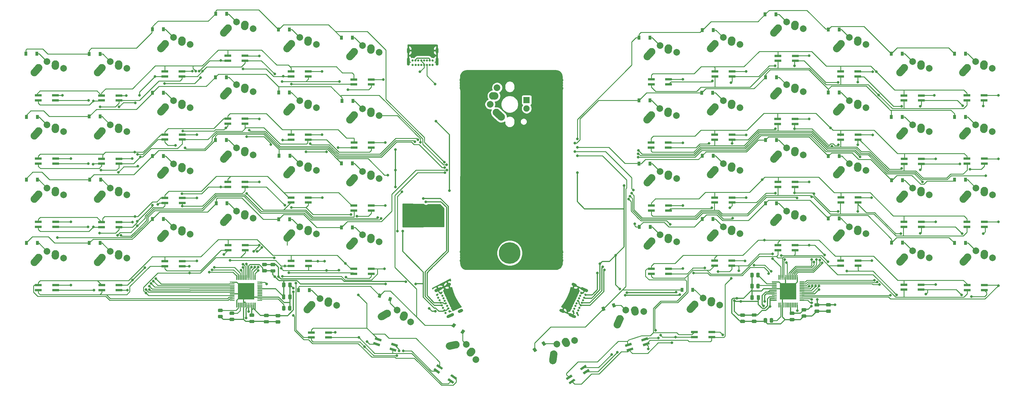
<source format=gbr>
%TF.GenerationSoftware,KiCad,Pcbnew,5.1.10*%
%TF.CreationDate,2021-09-05T22:53:56-04:00*%
%TF.ProjectId,tryptris_pcb,74727970-7472-4697-935f-7063622e6b69,rev?*%
%TF.SameCoordinates,Original*%
%TF.FileFunction,Copper,L2,Bot*%
%TF.FilePolarity,Positive*%
%FSLAX46Y46*%
G04 Gerber Fmt 4.6, Leading zero omitted, Abs format (unit mm)*
G04 Created by KiCad (PCBNEW 5.1.10) date 2021-09-05 22:53:56*
%MOMM*%
%LPD*%
G01*
G04 APERTURE LIST*
%TA.AperFunction,SMDPad,CuDef*%
%ADD10R,5.000000X5.000000*%
%TD*%
%TA.AperFunction,SMDPad,CuDef*%
%ADD11R,2.000000X0.700000*%
%TD*%
%TA.AperFunction,SMDPad,CuDef*%
%ADD12C,0.100000*%
%TD*%
%TA.AperFunction,ComponentPad*%
%ADD13C,2.000000*%
%TD*%
%TA.AperFunction,ComponentPad*%
%ADD14C,2.250000*%
%TD*%
%TA.AperFunction,ComponentPad*%
%ADD15C,0.650000*%
%TD*%
%TA.AperFunction,ComponentPad*%
%ADD16R,1.905000X1.905000*%
%TD*%
%TA.AperFunction,ComponentPad*%
%ADD17C,1.905000*%
%TD*%
%TA.AperFunction,ComponentPad*%
%ADD18C,6.500000*%
%TD*%
%TA.AperFunction,SMDPad,CuDef*%
%ADD19R,0.900000X1.200000*%
%TD*%
%TA.AperFunction,ComponentPad*%
%ADD20O,0.900000X2.400000*%
%TD*%
%TA.AperFunction,ComponentPad*%
%ADD21O,0.900000X1.700000*%
%TD*%
%TA.AperFunction,ViaPad*%
%ADD22C,0.800000*%
%TD*%
%TA.AperFunction,Conductor*%
%ADD23C,0.375000*%
%TD*%
%TA.AperFunction,Conductor*%
%ADD24C,0.300000*%
%TD*%
%TA.AperFunction,Conductor*%
%ADD25C,0.250000*%
%TD*%
%TA.AperFunction,Conductor*%
%ADD26C,0.254000*%
%TD*%
%TA.AperFunction,Conductor*%
%ADD27C,0.100000*%
%TD*%
%TA.AperFunction,NonConductor*%
%ADD28C,0.254000*%
%TD*%
%TA.AperFunction,NonConductor*%
%ADD29C,0.100000*%
%TD*%
G04 APERTURE END LIST*
%TO.P,C16,2*%
%TO.N,VBUS*%
%TA.AperFunction,SMDPad,CuDef*%
G36*
G01*
X260975000Y-120352400D02*
X260025000Y-120352400D01*
G75*
G02*
X259775000Y-120102400I0J250000D01*
G01*
X259775000Y-119602400D01*
G75*
G02*
X260025000Y-119352400I250000J0D01*
G01*
X260975000Y-119352400D01*
G75*
G02*
X261225000Y-119602400I0J-250000D01*
G01*
X261225000Y-120102400D01*
G75*
G02*
X260975000Y-120352400I-250000J0D01*
G01*
G37*
%TD.AperFunction*%
%TO.P,C16,1*%
%TO.N,VSS*%
%TA.AperFunction,SMDPad,CuDef*%
G36*
G01*
X260975000Y-122252400D02*
X260025000Y-122252400D01*
G75*
G02*
X259775000Y-122002400I0J250000D01*
G01*
X259775000Y-121502400D01*
G75*
G02*
X260025000Y-121252400I250000J0D01*
G01*
X260975000Y-121252400D01*
G75*
G02*
X261225000Y-121502400I0J-250000D01*
G01*
X261225000Y-122002400D01*
G75*
G02*
X260975000Y-122252400I-250000J0D01*
G01*
G37*
%TD.AperFunction*%
%TD*%
D10*
%TO.P,U4,49*%
%TO.N,GND*%
X96112900Y-113217400D03*
%TO.P,U4,48*%
%TA.AperFunction,SMDPad,CuDef*%
G36*
G01*
X93212900Y-118042400D02*
X93212900Y-116717400D01*
G75*
G02*
X93287900Y-116642400I75000J0D01*
G01*
X93437900Y-116642400D01*
G75*
G02*
X93512900Y-116717400I0J-75000D01*
G01*
X93512900Y-118042400D01*
G75*
G02*
X93437900Y-118117400I-75000J0D01*
G01*
X93287900Y-118117400D01*
G75*
G02*
X93212900Y-118042400I0J75000D01*
G01*
G37*
%TD.AperFunction*%
%TO.P,U4,47*%
%TO.N,Net-(R12-Pad1)*%
%TA.AperFunction,SMDPad,CuDef*%
G36*
G01*
X93712900Y-118042400D02*
X93712900Y-116717400D01*
G75*
G02*
X93787900Y-116642400I75000J0D01*
G01*
X93937900Y-116642400D01*
G75*
G02*
X94012900Y-116717400I0J-75000D01*
G01*
X94012900Y-118042400D01*
G75*
G02*
X93937900Y-118117400I-75000J0D01*
G01*
X93787900Y-118117400D01*
G75*
G02*
X93712900Y-118042400I0J75000D01*
G01*
G37*
%TD.AperFunction*%
%TO.P,U4,46*%
%TO.N,Net-(R11-Pad1)*%
%TA.AperFunction,SMDPad,CuDef*%
G36*
G01*
X94212900Y-118042400D02*
X94212900Y-116717400D01*
G75*
G02*
X94287900Y-116642400I75000J0D01*
G01*
X94437900Y-116642400D01*
G75*
G02*
X94512900Y-116717400I0J-75000D01*
G01*
X94512900Y-118042400D01*
G75*
G02*
X94437900Y-118117400I-75000J0D01*
G01*
X94287900Y-118117400D01*
G75*
G02*
X94212900Y-118042400I0J75000D01*
G01*
G37*
%TD.AperFunction*%
%TO.P,U4,45*%
%TO.N,Net-(U4-Pad45)*%
%TA.AperFunction,SMDPad,CuDef*%
G36*
G01*
X94712900Y-118042400D02*
X94712900Y-116717400D01*
G75*
G02*
X94787900Y-116642400I75000J0D01*
G01*
X94937900Y-116642400D01*
G75*
G02*
X95012900Y-116717400I0J-75000D01*
G01*
X95012900Y-118042400D01*
G75*
G02*
X94937900Y-118117400I-75000J0D01*
G01*
X94787900Y-118117400D01*
G75*
G02*
X94712900Y-118042400I0J75000D01*
G01*
G37*
%TD.AperFunction*%
%TO.P,U4,44*%
%TO.N,GND*%
%TA.AperFunction,SMDPad,CuDef*%
G36*
G01*
X95212900Y-118042400D02*
X95212900Y-116717400D01*
G75*
G02*
X95287900Y-116642400I75000J0D01*
G01*
X95437900Y-116642400D01*
G75*
G02*
X95512900Y-116717400I0J-75000D01*
G01*
X95512900Y-118042400D01*
G75*
G02*
X95437900Y-118117400I-75000J0D01*
G01*
X95287900Y-118117400D01*
G75*
G02*
X95212900Y-118042400I0J75000D01*
G01*
G37*
%TD.AperFunction*%
%TO.P,U4,43*%
%TA.AperFunction,SMDPad,CuDef*%
G36*
G01*
X95712900Y-118042400D02*
X95712900Y-116717400D01*
G75*
G02*
X95787900Y-116642400I75000J0D01*
G01*
X95937900Y-116642400D01*
G75*
G02*
X96012900Y-116717400I0J-75000D01*
G01*
X96012900Y-118042400D01*
G75*
G02*
X95937900Y-118117400I-75000J0D01*
G01*
X95787900Y-118117400D01*
G75*
G02*
X95712900Y-118042400I0J75000D01*
G01*
G37*
%TD.AperFunction*%
%TO.P,U4,42*%
%TO.N,SCL-L*%
%TA.AperFunction,SMDPad,CuDef*%
G36*
G01*
X96212900Y-118042400D02*
X96212900Y-116717400D01*
G75*
G02*
X96287900Y-116642400I75000J0D01*
G01*
X96437900Y-116642400D01*
G75*
G02*
X96512900Y-116717400I0J-75000D01*
G01*
X96512900Y-118042400D01*
G75*
G02*
X96437900Y-118117400I-75000J0D01*
G01*
X96287900Y-118117400D01*
G75*
G02*
X96212900Y-118042400I0J75000D01*
G01*
G37*
%TD.AperFunction*%
%TO.P,U4,41*%
%TO.N,SDA-L*%
%TA.AperFunction,SMDPad,CuDef*%
G36*
G01*
X96712900Y-118042400D02*
X96712900Y-116717400D01*
G75*
G02*
X96787900Y-116642400I75000J0D01*
G01*
X96937900Y-116642400D01*
G75*
G02*
X97012900Y-116717400I0J-75000D01*
G01*
X97012900Y-118042400D01*
G75*
G02*
X96937900Y-118117400I-75000J0D01*
G01*
X96787900Y-118117400D01*
G75*
G02*
X96712900Y-118042400I0J75000D01*
G01*
G37*
%TD.AperFunction*%
%TO.P,U4,40*%
%TO.N,Net-(U4-Pad40)*%
%TA.AperFunction,SMDPad,CuDef*%
G36*
G01*
X97212900Y-118042400D02*
X97212900Y-116717400D01*
G75*
G02*
X97287900Y-116642400I75000J0D01*
G01*
X97437900Y-116642400D01*
G75*
G02*
X97512900Y-116717400I0J-75000D01*
G01*
X97512900Y-118042400D01*
G75*
G02*
X97437900Y-118117400I-75000J0D01*
G01*
X97287900Y-118117400D01*
G75*
G02*
X97212900Y-118042400I0J75000D01*
G01*
G37*
%TD.AperFunction*%
%TO.P,U4,39*%
%TO.N,+5V*%
%TA.AperFunction,SMDPad,CuDef*%
G36*
G01*
X97712900Y-118042400D02*
X97712900Y-116717400D01*
G75*
G02*
X97787900Y-116642400I75000J0D01*
G01*
X97937900Y-116642400D01*
G75*
G02*
X98012900Y-116717400I0J-75000D01*
G01*
X98012900Y-118042400D01*
G75*
G02*
X97937900Y-118117400I-75000J0D01*
G01*
X97787900Y-118117400D01*
G75*
G02*
X97712900Y-118042400I0J75000D01*
G01*
G37*
%TD.AperFunction*%
%TO.P,U4,38*%
%TA.AperFunction,SMDPad,CuDef*%
G36*
G01*
X98212900Y-118042400D02*
X98212900Y-116717400D01*
G75*
G02*
X98287900Y-116642400I75000J0D01*
G01*
X98437900Y-116642400D01*
G75*
G02*
X98512900Y-116717400I0J-75000D01*
G01*
X98512900Y-118042400D01*
G75*
G02*
X98437900Y-118117400I-75000J0D01*
G01*
X98287900Y-118117400D01*
G75*
G02*
X98212900Y-118042400I0J75000D01*
G01*
G37*
%TD.AperFunction*%
%TO.P,U4,37*%
%TA.AperFunction,SMDPad,CuDef*%
G36*
G01*
X98712900Y-118042400D02*
X98712900Y-116717400D01*
G75*
G02*
X98787900Y-116642400I75000J0D01*
G01*
X98937900Y-116642400D01*
G75*
G02*
X99012900Y-116717400I0J-75000D01*
G01*
X99012900Y-118042400D01*
G75*
G02*
X98937900Y-118117400I-75000J0D01*
G01*
X98787900Y-118117400D01*
G75*
G02*
X98712900Y-118042400I0J75000D01*
G01*
G37*
%TD.AperFunction*%
%TO.P,U4,36*%
%TO.N,Net-(U4-Pad36)*%
%TA.AperFunction,SMDPad,CuDef*%
G36*
G01*
X99537900Y-116042400D02*
X99537900Y-115892400D01*
G75*
G02*
X99612900Y-115817400I75000J0D01*
G01*
X100937900Y-115817400D01*
G75*
G02*
X101012900Y-115892400I0J-75000D01*
G01*
X101012900Y-116042400D01*
G75*
G02*
X100937900Y-116117400I-75000J0D01*
G01*
X99612900Y-116117400D01*
G75*
G02*
X99537900Y-116042400I0J75000D01*
G01*
G37*
%TD.AperFunction*%
%TO.P,U4,35*%
%TO.N,Net-(R14-Pad1)*%
%TA.AperFunction,SMDPad,CuDef*%
G36*
G01*
X99537900Y-115542400D02*
X99537900Y-115392400D01*
G75*
G02*
X99612900Y-115317400I75000J0D01*
G01*
X100937900Y-115317400D01*
G75*
G02*
X101012900Y-115392400I0J-75000D01*
G01*
X101012900Y-115542400D01*
G75*
G02*
X100937900Y-115617400I-75000J0D01*
G01*
X99612900Y-115617400D01*
G75*
G02*
X99537900Y-115542400I0J75000D01*
G01*
G37*
%TD.AperFunction*%
%TO.P,U4,34*%
%TO.N,GND*%
%TA.AperFunction,SMDPad,CuDef*%
G36*
G01*
X99537900Y-115042400D02*
X99537900Y-114892400D01*
G75*
G02*
X99612900Y-114817400I75000J0D01*
G01*
X100937900Y-114817400D01*
G75*
G02*
X101012900Y-114892400I0J-75000D01*
G01*
X101012900Y-115042400D01*
G75*
G02*
X100937900Y-115117400I-75000J0D01*
G01*
X99612900Y-115117400D01*
G75*
G02*
X99537900Y-115042400I0J75000D01*
G01*
G37*
%TD.AperFunction*%
%TO.P,U4,33*%
%TO.N,Net-(U4-Pad33)*%
%TA.AperFunction,SMDPad,CuDef*%
G36*
G01*
X99537900Y-114542400D02*
X99537900Y-114392400D01*
G75*
G02*
X99612900Y-114317400I75000J0D01*
G01*
X100937900Y-114317400D01*
G75*
G02*
X101012900Y-114392400I0J-75000D01*
G01*
X101012900Y-114542400D01*
G75*
G02*
X100937900Y-114617400I-75000J0D01*
G01*
X99612900Y-114617400D01*
G75*
G02*
X99537900Y-114542400I0J75000D01*
G01*
G37*
%TD.AperFunction*%
%TO.P,U4,32*%
%TO.N,Net-(U4-Pad32)*%
%TA.AperFunction,SMDPad,CuDef*%
G36*
G01*
X99537900Y-114042400D02*
X99537900Y-113892400D01*
G75*
G02*
X99612900Y-113817400I75000J0D01*
G01*
X100937900Y-113817400D01*
G75*
G02*
X101012900Y-113892400I0J-75000D01*
G01*
X101012900Y-114042400D01*
G75*
G02*
X100937900Y-114117400I-75000J0D01*
G01*
X99612900Y-114117400D01*
G75*
G02*
X99537900Y-114042400I0J75000D01*
G01*
G37*
%TD.AperFunction*%
%TO.P,U4,31*%
%TO.N,Net-(U4-Pad31)*%
%TA.AperFunction,SMDPad,CuDef*%
G36*
G01*
X99537900Y-113542400D02*
X99537900Y-113392400D01*
G75*
G02*
X99612900Y-113317400I75000J0D01*
G01*
X100937900Y-113317400D01*
G75*
G02*
X101012900Y-113392400I0J-75000D01*
G01*
X101012900Y-113542400D01*
G75*
G02*
X100937900Y-113617400I-75000J0D01*
G01*
X99612900Y-113617400D01*
G75*
G02*
X99537900Y-113542400I0J75000D01*
G01*
G37*
%TD.AperFunction*%
%TO.P,U4,30*%
%TO.N,Net-(U4-Pad30)*%
%TA.AperFunction,SMDPad,CuDef*%
G36*
G01*
X99537900Y-113042400D02*
X99537900Y-112892400D01*
G75*
G02*
X99612900Y-112817400I75000J0D01*
G01*
X100937900Y-112817400D01*
G75*
G02*
X101012900Y-112892400I0J-75000D01*
G01*
X101012900Y-113042400D01*
G75*
G02*
X100937900Y-113117400I-75000J0D01*
G01*
X99612900Y-113117400D01*
G75*
G02*
X99537900Y-113042400I0J75000D01*
G01*
G37*
%TD.AperFunction*%
%TO.P,U4,29*%
%TO.N,+5V*%
%TA.AperFunction,SMDPad,CuDef*%
G36*
G01*
X99537900Y-112542400D02*
X99537900Y-112392400D01*
G75*
G02*
X99612900Y-112317400I75000J0D01*
G01*
X100937900Y-112317400D01*
G75*
G02*
X101012900Y-112392400I0J-75000D01*
G01*
X101012900Y-112542400D01*
G75*
G02*
X100937900Y-112617400I-75000J0D01*
G01*
X99612900Y-112617400D01*
G75*
G02*
X99537900Y-112542400I0J75000D01*
G01*
G37*
%TD.AperFunction*%
%TO.P,U4,28*%
%TO.N,Net-(U4-Pad28)*%
%TA.AperFunction,SMDPad,CuDef*%
G36*
G01*
X99537900Y-112042400D02*
X99537900Y-111892400D01*
G75*
G02*
X99612900Y-111817400I75000J0D01*
G01*
X100937900Y-111817400D01*
G75*
G02*
X101012900Y-111892400I0J-75000D01*
G01*
X101012900Y-112042400D01*
G75*
G02*
X100937900Y-112117400I-75000J0D01*
G01*
X99612900Y-112117400D01*
G75*
G02*
X99537900Y-112042400I0J75000D01*
G01*
G37*
%TD.AperFunction*%
%TO.P,U4,27*%
%TO.N,Net-(U4-Pad27)*%
%TA.AperFunction,SMDPad,CuDef*%
G36*
G01*
X99537900Y-111542400D02*
X99537900Y-111392400D01*
G75*
G02*
X99612900Y-111317400I75000J0D01*
G01*
X100937900Y-111317400D01*
G75*
G02*
X101012900Y-111392400I0J-75000D01*
G01*
X101012900Y-111542400D01*
G75*
G02*
X100937900Y-111617400I-75000J0D01*
G01*
X99612900Y-111617400D01*
G75*
G02*
X99537900Y-111542400I0J75000D01*
G01*
G37*
%TD.AperFunction*%
%TO.P,U4,26*%
%TO.N,Net-(U4-Pad26)*%
%TA.AperFunction,SMDPad,CuDef*%
G36*
G01*
X99537900Y-111042400D02*
X99537900Y-110892400D01*
G75*
G02*
X99612900Y-110817400I75000J0D01*
G01*
X100937900Y-110817400D01*
G75*
G02*
X101012900Y-110892400I0J-75000D01*
G01*
X101012900Y-111042400D01*
G75*
G02*
X100937900Y-111117400I-75000J0D01*
G01*
X99612900Y-111117400D01*
G75*
G02*
X99537900Y-111042400I0J75000D01*
G01*
G37*
%TD.AperFunction*%
%TO.P,U4,25*%
%TO.N,Left-CS9*%
%TA.AperFunction,SMDPad,CuDef*%
G36*
G01*
X99537900Y-110542400D02*
X99537900Y-110392400D01*
G75*
G02*
X99612900Y-110317400I75000J0D01*
G01*
X100937900Y-110317400D01*
G75*
G02*
X101012900Y-110392400I0J-75000D01*
G01*
X101012900Y-110542400D01*
G75*
G02*
X100937900Y-110617400I-75000J0D01*
G01*
X99612900Y-110617400D01*
G75*
G02*
X99537900Y-110542400I0J75000D01*
G01*
G37*
%TD.AperFunction*%
%TO.P,U4,24*%
%TO.N,Left-CS8*%
%TA.AperFunction,SMDPad,CuDef*%
G36*
G01*
X98712900Y-109717400D02*
X98712900Y-108392400D01*
G75*
G02*
X98787900Y-108317400I75000J0D01*
G01*
X98937900Y-108317400D01*
G75*
G02*
X99012900Y-108392400I0J-75000D01*
G01*
X99012900Y-109717400D01*
G75*
G02*
X98937900Y-109792400I-75000J0D01*
G01*
X98787900Y-109792400D01*
G75*
G02*
X98712900Y-109717400I0J75000D01*
G01*
G37*
%TD.AperFunction*%
%TO.P,U4,23*%
%TO.N,Left-CS7*%
%TA.AperFunction,SMDPad,CuDef*%
G36*
G01*
X98212900Y-109717400D02*
X98212900Y-108392400D01*
G75*
G02*
X98287900Y-108317400I75000J0D01*
G01*
X98437900Y-108317400D01*
G75*
G02*
X98512900Y-108392400I0J-75000D01*
G01*
X98512900Y-109717400D01*
G75*
G02*
X98437900Y-109792400I-75000J0D01*
G01*
X98287900Y-109792400D01*
G75*
G02*
X98212900Y-109717400I0J75000D01*
G01*
G37*
%TD.AperFunction*%
%TO.P,U4,22*%
%TO.N,Left-CS6*%
%TA.AperFunction,SMDPad,CuDef*%
G36*
G01*
X97712900Y-109717400D02*
X97712900Y-108392400D01*
G75*
G02*
X97787900Y-108317400I75000J0D01*
G01*
X97937900Y-108317400D01*
G75*
G02*
X98012900Y-108392400I0J-75000D01*
G01*
X98012900Y-109717400D01*
G75*
G02*
X97937900Y-109792400I-75000J0D01*
G01*
X97787900Y-109792400D01*
G75*
G02*
X97712900Y-109717400I0J75000D01*
G01*
G37*
%TD.AperFunction*%
%TO.P,U4,21*%
%TO.N,Left-CS5*%
%TA.AperFunction,SMDPad,CuDef*%
G36*
G01*
X97212900Y-109717400D02*
X97212900Y-108392400D01*
G75*
G02*
X97287900Y-108317400I75000J0D01*
G01*
X97437900Y-108317400D01*
G75*
G02*
X97512900Y-108392400I0J-75000D01*
G01*
X97512900Y-109717400D01*
G75*
G02*
X97437900Y-109792400I-75000J0D01*
G01*
X97287900Y-109792400D01*
G75*
G02*
X97212900Y-109717400I0J75000D01*
G01*
G37*
%TD.AperFunction*%
%TO.P,U4,20*%
%TO.N,+5V*%
%TA.AperFunction,SMDPad,CuDef*%
G36*
G01*
X96712900Y-109717400D02*
X96712900Y-108392400D01*
G75*
G02*
X96787900Y-108317400I75000J0D01*
G01*
X96937900Y-108317400D01*
G75*
G02*
X97012900Y-108392400I0J-75000D01*
G01*
X97012900Y-109717400D01*
G75*
G02*
X96937900Y-109792400I-75000J0D01*
G01*
X96787900Y-109792400D01*
G75*
G02*
X96712900Y-109717400I0J75000D01*
G01*
G37*
%TD.AperFunction*%
%TO.P,U4,19*%
%TO.N,Left-CS4*%
%TA.AperFunction,SMDPad,CuDef*%
G36*
G01*
X96212900Y-109717400D02*
X96212900Y-108392400D01*
G75*
G02*
X96287900Y-108317400I75000J0D01*
G01*
X96437900Y-108317400D01*
G75*
G02*
X96512900Y-108392400I0J-75000D01*
G01*
X96512900Y-109717400D01*
G75*
G02*
X96437900Y-109792400I-75000J0D01*
G01*
X96287900Y-109792400D01*
G75*
G02*
X96212900Y-109717400I0J75000D01*
G01*
G37*
%TD.AperFunction*%
%TO.P,U4,18*%
%TO.N,Left-CS3*%
%TA.AperFunction,SMDPad,CuDef*%
G36*
G01*
X95712900Y-109717400D02*
X95712900Y-108392400D01*
G75*
G02*
X95787900Y-108317400I75000J0D01*
G01*
X95937900Y-108317400D01*
G75*
G02*
X96012900Y-108392400I0J-75000D01*
G01*
X96012900Y-109717400D01*
G75*
G02*
X95937900Y-109792400I-75000J0D01*
G01*
X95787900Y-109792400D01*
G75*
G02*
X95712900Y-109717400I0J75000D01*
G01*
G37*
%TD.AperFunction*%
%TO.P,U4,17*%
%TO.N,Left-CS2*%
%TA.AperFunction,SMDPad,CuDef*%
G36*
G01*
X95212900Y-109717400D02*
X95212900Y-108392400D01*
G75*
G02*
X95287900Y-108317400I75000J0D01*
G01*
X95437900Y-108317400D01*
G75*
G02*
X95512900Y-108392400I0J-75000D01*
G01*
X95512900Y-109717400D01*
G75*
G02*
X95437900Y-109792400I-75000J0D01*
G01*
X95287900Y-109792400D01*
G75*
G02*
X95212900Y-109717400I0J75000D01*
G01*
G37*
%TD.AperFunction*%
%TO.P,U4,16*%
%TO.N,Left-CS1*%
%TA.AperFunction,SMDPad,CuDef*%
G36*
G01*
X94712900Y-109717400D02*
X94712900Y-108392400D01*
G75*
G02*
X94787900Y-108317400I75000J0D01*
G01*
X94937900Y-108317400D01*
G75*
G02*
X95012900Y-108392400I0J-75000D01*
G01*
X95012900Y-109717400D01*
G75*
G02*
X94937900Y-109792400I-75000J0D01*
G01*
X94787900Y-109792400D01*
G75*
G02*
X94712900Y-109717400I0J75000D01*
G01*
G37*
%TD.AperFunction*%
%TO.P,U4,15*%
%TO.N,Left-SW12*%
%TA.AperFunction,SMDPad,CuDef*%
G36*
G01*
X94212900Y-109717400D02*
X94212900Y-108392400D01*
G75*
G02*
X94287900Y-108317400I75000J0D01*
G01*
X94437900Y-108317400D01*
G75*
G02*
X94512900Y-108392400I0J-75000D01*
G01*
X94512900Y-109717400D01*
G75*
G02*
X94437900Y-109792400I-75000J0D01*
G01*
X94287900Y-109792400D01*
G75*
G02*
X94212900Y-109717400I0J75000D01*
G01*
G37*
%TD.AperFunction*%
%TO.P,U4,14*%
%TO.N,Left-SW11*%
%TA.AperFunction,SMDPad,CuDef*%
G36*
G01*
X93712900Y-109717400D02*
X93712900Y-108392400D01*
G75*
G02*
X93787900Y-108317400I75000J0D01*
G01*
X93937900Y-108317400D01*
G75*
G02*
X94012900Y-108392400I0J-75000D01*
G01*
X94012900Y-109717400D01*
G75*
G02*
X93937900Y-109792400I-75000J0D01*
G01*
X93787900Y-109792400D01*
G75*
G02*
X93712900Y-109717400I0J75000D01*
G01*
G37*
%TD.AperFunction*%
%TO.P,U4,13*%
%TO.N,Left-SW10*%
%TA.AperFunction,SMDPad,CuDef*%
G36*
G01*
X93212900Y-109717400D02*
X93212900Y-108392400D01*
G75*
G02*
X93287900Y-108317400I75000J0D01*
G01*
X93437900Y-108317400D01*
G75*
G02*
X93512900Y-108392400I0J-75000D01*
G01*
X93512900Y-109717400D01*
G75*
G02*
X93437900Y-109792400I-75000J0D01*
G01*
X93287900Y-109792400D01*
G75*
G02*
X93212900Y-109717400I0J75000D01*
G01*
G37*
%TD.AperFunction*%
%TO.P,U4,12*%
%TO.N,GND*%
%TA.AperFunction,SMDPad,CuDef*%
G36*
G01*
X91212900Y-110542400D02*
X91212900Y-110392400D01*
G75*
G02*
X91287900Y-110317400I75000J0D01*
G01*
X92612900Y-110317400D01*
G75*
G02*
X92687900Y-110392400I0J-75000D01*
G01*
X92687900Y-110542400D01*
G75*
G02*
X92612900Y-110617400I-75000J0D01*
G01*
X91287900Y-110617400D01*
G75*
G02*
X91212900Y-110542400I0J75000D01*
G01*
G37*
%TD.AperFunction*%
%TO.P,U4,11*%
%TO.N,Left-SW9*%
%TA.AperFunction,SMDPad,CuDef*%
G36*
G01*
X91212900Y-111042400D02*
X91212900Y-110892400D01*
G75*
G02*
X91287900Y-110817400I75000J0D01*
G01*
X92612900Y-110817400D01*
G75*
G02*
X92687900Y-110892400I0J-75000D01*
G01*
X92687900Y-111042400D01*
G75*
G02*
X92612900Y-111117400I-75000J0D01*
G01*
X91287900Y-111117400D01*
G75*
G02*
X91212900Y-111042400I0J75000D01*
G01*
G37*
%TD.AperFunction*%
%TO.P,U4,10*%
%TO.N,Left-SW8*%
%TA.AperFunction,SMDPad,CuDef*%
G36*
G01*
X91212900Y-111542400D02*
X91212900Y-111392400D01*
G75*
G02*
X91287900Y-111317400I75000J0D01*
G01*
X92612900Y-111317400D01*
G75*
G02*
X92687900Y-111392400I0J-75000D01*
G01*
X92687900Y-111542400D01*
G75*
G02*
X92612900Y-111617400I-75000J0D01*
G01*
X91287900Y-111617400D01*
G75*
G02*
X91212900Y-111542400I0J75000D01*
G01*
G37*
%TD.AperFunction*%
%TO.P,U4,9*%
%TO.N,Left-SW7*%
%TA.AperFunction,SMDPad,CuDef*%
G36*
G01*
X91212900Y-112042400D02*
X91212900Y-111892400D01*
G75*
G02*
X91287900Y-111817400I75000J0D01*
G01*
X92612900Y-111817400D01*
G75*
G02*
X92687900Y-111892400I0J-75000D01*
G01*
X92687900Y-112042400D01*
G75*
G02*
X92612900Y-112117400I-75000J0D01*
G01*
X91287900Y-112117400D01*
G75*
G02*
X91212900Y-112042400I0J75000D01*
G01*
G37*
%TD.AperFunction*%
%TO.P,U4,8*%
%TO.N,Left-SW6*%
%TA.AperFunction,SMDPad,CuDef*%
G36*
G01*
X91212900Y-112542400D02*
X91212900Y-112392400D01*
G75*
G02*
X91287900Y-112317400I75000J0D01*
G01*
X92612900Y-112317400D01*
G75*
G02*
X92687900Y-112392400I0J-75000D01*
G01*
X92687900Y-112542400D01*
G75*
G02*
X92612900Y-112617400I-75000J0D01*
G01*
X91287900Y-112617400D01*
G75*
G02*
X91212900Y-112542400I0J75000D01*
G01*
G37*
%TD.AperFunction*%
%TO.P,U4,7*%
%TO.N,Left-SW5*%
%TA.AperFunction,SMDPad,CuDef*%
G36*
G01*
X91212900Y-113042400D02*
X91212900Y-112892400D01*
G75*
G02*
X91287900Y-112817400I75000J0D01*
G01*
X92612900Y-112817400D01*
G75*
G02*
X92687900Y-112892400I0J-75000D01*
G01*
X92687900Y-113042400D01*
G75*
G02*
X92612900Y-113117400I-75000J0D01*
G01*
X91287900Y-113117400D01*
G75*
G02*
X91212900Y-113042400I0J75000D01*
G01*
G37*
%TD.AperFunction*%
%TO.P,U4,6*%
%TO.N,Left-SW4*%
%TA.AperFunction,SMDPad,CuDef*%
G36*
G01*
X91212900Y-113542400D02*
X91212900Y-113392400D01*
G75*
G02*
X91287900Y-113317400I75000J0D01*
G01*
X92612900Y-113317400D01*
G75*
G02*
X92687900Y-113392400I0J-75000D01*
G01*
X92687900Y-113542400D01*
G75*
G02*
X92612900Y-113617400I-75000J0D01*
G01*
X91287900Y-113617400D01*
G75*
G02*
X91212900Y-113542400I0J75000D01*
G01*
G37*
%TD.AperFunction*%
%TO.P,U4,5*%
%TO.N,GND*%
%TA.AperFunction,SMDPad,CuDef*%
G36*
G01*
X91212900Y-114042400D02*
X91212900Y-113892400D01*
G75*
G02*
X91287900Y-113817400I75000J0D01*
G01*
X92612900Y-113817400D01*
G75*
G02*
X92687900Y-113892400I0J-75000D01*
G01*
X92687900Y-114042400D01*
G75*
G02*
X92612900Y-114117400I-75000J0D01*
G01*
X91287900Y-114117400D01*
G75*
G02*
X91212900Y-114042400I0J75000D01*
G01*
G37*
%TD.AperFunction*%
%TO.P,U4,4*%
%TO.N,Left-SW3*%
%TA.AperFunction,SMDPad,CuDef*%
G36*
G01*
X91212900Y-114542400D02*
X91212900Y-114392400D01*
G75*
G02*
X91287900Y-114317400I75000J0D01*
G01*
X92612900Y-114317400D01*
G75*
G02*
X92687900Y-114392400I0J-75000D01*
G01*
X92687900Y-114542400D01*
G75*
G02*
X92612900Y-114617400I-75000J0D01*
G01*
X91287900Y-114617400D01*
G75*
G02*
X91212900Y-114542400I0J75000D01*
G01*
G37*
%TD.AperFunction*%
%TO.P,U4,3*%
%TO.N,Left-SW2*%
%TA.AperFunction,SMDPad,CuDef*%
G36*
G01*
X91212900Y-115042400D02*
X91212900Y-114892400D01*
G75*
G02*
X91287900Y-114817400I75000J0D01*
G01*
X92612900Y-114817400D01*
G75*
G02*
X92687900Y-114892400I0J-75000D01*
G01*
X92687900Y-115042400D01*
G75*
G02*
X92612900Y-115117400I-75000J0D01*
G01*
X91287900Y-115117400D01*
G75*
G02*
X91212900Y-115042400I0J75000D01*
G01*
G37*
%TD.AperFunction*%
%TO.P,U4,2*%
%TO.N,Left-SW1*%
%TA.AperFunction,SMDPad,CuDef*%
G36*
G01*
X91212900Y-115542400D02*
X91212900Y-115392400D01*
G75*
G02*
X91287900Y-115317400I75000J0D01*
G01*
X92612900Y-115317400D01*
G75*
G02*
X92687900Y-115392400I0J-75000D01*
G01*
X92687900Y-115542400D01*
G75*
G02*
X92612900Y-115617400I-75000J0D01*
G01*
X91287900Y-115617400D01*
G75*
G02*
X91212900Y-115542400I0J75000D01*
G01*
G37*
%TD.AperFunction*%
%TO.P,U4,1*%
%TO.N,Net-(U4-Pad1)*%
%TA.AperFunction,SMDPad,CuDef*%
G36*
G01*
X91212900Y-116042400D02*
X91212900Y-115892400D01*
G75*
G02*
X91287900Y-115817400I75000J0D01*
G01*
X92612900Y-115817400D01*
G75*
G02*
X92687900Y-115892400I0J-75000D01*
G01*
X92687900Y-116042400D01*
G75*
G02*
X92612900Y-116117400I-75000J0D01*
G01*
X91287900Y-116117400D01*
G75*
G02*
X91212900Y-116042400I0J75000D01*
G01*
G37*
%TD.AperFunction*%
%TD*%
%TO.P,U3,49*%
%TO.N,VSS*%
X259308600Y-113195100D03*
%TO.P,U3,48*%
%TA.AperFunction,SMDPad,CuDef*%
G36*
G01*
X254483600Y-110295100D02*
X255808600Y-110295100D01*
G75*
G02*
X255883600Y-110370100I0J-75000D01*
G01*
X255883600Y-110520100D01*
G75*
G02*
X255808600Y-110595100I-75000J0D01*
G01*
X254483600Y-110595100D01*
G75*
G02*
X254408600Y-110520100I0J75000D01*
G01*
X254408600Y-110370100D01*
G75*
G02*
X254483600Y-110295100I75000J0D01*
G01*
G37*
%TD.AperFunction*%
%TO.P,U3,47*%
%TO.N,Net-(R10-Pad1)*%
%TA.AperFunction,SMDPad,CuDef*%
G36*
G01*
X254483600Y-110795100D02*
X255808600Y-110795100D01*
G75*
G02*
X255883600Y-110870100I0J-75000D01*
G01*
X255883600Y-111020100D01*
G75*
G02*
X255808600Y-111095100I-75000J0D01*
G01*
X254483600Y-111095100D01*
G75*
G02*
X254408600Y-111020100I0J75000D01*
G01*
X254408600Y-110870100D01*
G75*
G02*
X254483600Y-110795100I75000J0D01*
G01*
G37*
%TD.AperFunction*%
%TO.P,U3,46*%
%TO.N,Net-(R9-Pad1)*%
%TA.AperFunction,SMDPad,CuDef*%
G36*
G01*
X254483600Y-111295100D02*
X255808600Y-111295100D01*
G75*
G02*
X255883600Y-111370100I0J-75000D01*
G01*
X255883600Y-111520100D01*
G75*
G02*
X255808600Y-111595100I-75000J0D01*
G01*
X254483600Y-111595100D01*
G75*
G02*
X254408600Y-111520100I0J75000D01*
G01*
X254408600Y-111370100D01*
G75*
G02*
X254483600Y-111295100I75000J0D01*
G01*
G37*
%TD.AperFunction*%
%TO.P,U3,45*%
%TO.N,Net-(U3-Pad45)*%
%TA.AperFunction,SMDPad,CuDef*%
G36*
G01*
X254483600Y-111795100D02*
X255808600Y-111795100D01*
G75*
G02*
X255883600Y-111870100I0J-75000D01*
G01*
X255883600Y-112020100D01*
G75*
G02*
X255808600Y-112095100I-75000J0D01*
G01*
X254483600Y-112095100D01*
G75*
G02*
X254408600Y-112020100I0J75000D01*
G01*
X254408600Y-111870100D01*
G75*
G02*
X254483600Y-111795100I75000J0D01*
G01*
G37*
%TD.AperFunction*%
%TO.P,U3,44*%
%TO.N,VSS*%
%TA.AperFunction,SMDPad,CuDef*%
G36*
G01*
X254483600Y-112295100D02*
X255808600Y-112295100D01*
G75*
G02*
X255883600Y-112370100I0J-75000D01*
G01*
X255883600Y-112520100D01*
G75*
G02*
X255808600Y-112595100I-75000J0D01*
G01*
X254483600Y-112595100D01*
G75*
G02*
X254408600Y-112520100I0J75000D01*
G01*
X254408600Y-112370100D01*
G75*
G02*
X254483600Y-112295100I75000J0D01*
G01*
G37*
%TD.AperFunction*%
%TO.P,U3,43*%
%TO.N,SCL-R*%
%TA.AperFunction,SMDPad,CuDef*%
G36*
G01*
X254483600Y-112795100D02*
X255808600Y-112795100D01*
G75*
G02*
X255883600Y-112870100I0J-75000D01*
G01*
X255883600Y-113020100D01*
G75*
G02*
X255808600Y-113095100I-75000J0D01*
G01*
X254483600Y-113095100D01*
G75*
G02*
X254408600Y-113020100I0J75000D01*
G01*
X254408600Y-112870100D01*
G75*
G02*
X254483600Y-112795100I75000J0D01*
G01*
G37*
%TD.AperFunction*%
%TO.P,U3,42*%
%TA.AperFunction,SMDPad,CuDef*%
G36*
G01*
X254483600Y-113295100D02*
X255808600Y-113295100D01*
G75*
G02*
X255883600Y-113370100I0J-75000D01*
G01*
X255883600Y-113520100D01*
G75*
G02*
X255808600Y-113595100I-75000J0D01*
G01*
X254483600Y-113595100D01*
G75*
G02*
X254408600Y-113520100I0J75000D01*
G01*
X254408600Y-113370100D01*
G75*
G02*
X254483600Y-113295100I75000J0D01*
G01*
G37*
%TD.AperFunction*%
%TO.P,U3,41*%
%TO.N,SDA-R*%
%TA.AperFunction,SMDPad,CuDef*%
G36*
G01*
X254483600Y-113795100D02*
X255808600Y-113795100D01*
G75*
G02*
X255883600Y-113870100I0J-75000D01*
G01*
X255883600Y-114020100D01*
G75*
G02*
X255808600Y-114095100I-75000J0D01*
G01*
X254483600Y-114095100D01*
G75*
G02*
X254408600Y-114020100I0J75000D01*
G01*
X254408600Y-113870100D01*
G75*
G02*
X254483600Y-113795100I75000J0D01*
G01*
G37*
%TD.AperFunction*%
%TO.P,U3,40*%
%TO.N,Net-(U3-Pad40)*%
%TA.AperFunction,SMDPad,CuDef*%
G36*
G01*
X254483600Y-114295100D02*
X255808600Y-114295100D01*
G75*
G02*
X255883600Y-114370100I0J-75000D01*
G01*
X255883600Y-114520100D01*
G75*
G02*
X255808600Y-114595100I-75000J0D01*
G01*
X254483600Y-114595100D01*
G75*
G02*
X254408600Y-114520100I0J75000D01*
G01*
X254408600Y-114370100D01*
G75*
G02*
X254483600Y-114295100I75000J0D01*
G01*
G37*
%TD.AperFunction*%
%TO.P,U3,39*%
%TO.N,VBUS*%
%TA.AperFunction,SMDPad,CuDef*%
G36*
G01*
X254483600Y-114795100D02*
X255808600Y-114795100D01*
G75*
G02*
X255883600Y-114870100I0J-75000D01*
G01*
X255883600Y-115020100D01*
G75*
G02*
X255808600Y-115095100I-75000J0D01*
G01*
X254483600Y-115095100D01*
G75*
G02*
X254408600Y-115020100I0J75000D01*
G01*
X254408600Y-114870100D01*
G75*
G02*
X254483600Y-114795100I75000J0D01*
G01*
G37*
%TD.AperFunction*%
%TO.P,U3,38*%
%TA.AperFunction,SMDPad,CuDef*%
G36*
G01*
X254483600Y-115295100D02*
X255808600Y-115295100D01*
G75*
G02*
X255883600Y-115370100I0J-75000D01*
G01*
X255883600Y-115520100D01*
G75*
G02*
X255808600Y-115595100I-75000J0D01*
G01*
X254483600Y-115595100D01*
G75*
G02*
X254408600Y-115520100I0J75000D01*
G01*
X254408600Y-115370100D01*
G75*
G02*
X254483600Y-115295100I75000J0D01*
G01*
G37*
%TD.AperFunction*%
%TO.P,U3,37*%
%TA.AperFunction,SMDPad,CuDef*%
G36*
G01*
X254483600Y-115795100D02*
X255808600Y-115795100D01*
G75*
G02*
X255883600Y-115870100I0J-75000D01*
G01*
X255883600Y-116020100D01*
G75*
G02*
X255808600Y-116095100I-75000J0D01*
G01*
X254483600Y-116095100D01*
G75*
G02*
X254408600Y-116020100I0J75000D01*
G01*
X254408600Y-115870100D01*
G75*
G02*
X254483600Y-115795100I75000J0D01*
G01*
G37*
%TD.AperFunction*%
%TO.P,U3,36*%
%TO.N,Net-(U3-Pad36)*%
%TA.AperFunction,SMDPad,CuDef*%
G36*
G01*
X256483600Y-116620100D02*
X256633600Y-116620100D01*
G75*
G02*
X256708600Y-116695100I0J-75000D01*
G01*
X256708600Y-118020100D01*
G75*
G02*
X256633600Y-118095100I-75000J0D01*
G01*
X256483600Y-118095100D01*
G75*
G02*
X256408600Y-118020100I0J75000D01*
G01*
X256408600Y-116695100D01*
G75*
G02*
X256483600Y-116620100I75000J0D01*
G01*
G37*
%TD.AperFunction*%
%TO.P,U3,35*%
%TO.N,Net-(R13-Pad1)*%
%TA.AperFunction,SMDPad,CuDef*%
G36*
G01*
X256983600Y-116620100D02*
X257133600Y-116620100D01*
G75*
G02*
X257208600Y-116695100I0J-75000D01*
G01*
X257208600Y-118020100D01*
G75*
G02*
X257133600Y-118095100I-75000J0D01*
G01*
X256983600Y-118095100D01*
G75*
G02*
X256908600Y-118020100I0J75000D01*
G01*
X256908600Y-116695100D01*
G75*
G02*
X256983600Y-116620100I75000J0D01*
G01*
G37*
%TD.AperFunction*%
%TO.P,U3,34*%
%TO.N,VSS*%
%TA.AperFunction,SMDPad,CuDef*%
G36*
G01*
X257483600Y-116620100D02*
X257633600Y-116620100D01*
G75*
G02*
X257708600Y-116695100I0J-75000D01*
G01*
X257708600Y-118020100D01*
G75*
G02*
X257633600Y-118095100I-75000J0D01*
G01*
X257483600Y-118095100D01*
G75*
G02*
X257408600Y-118020100I0J75000D01*
G01*
X257408600Y-116695100D01*
G75*
G02*
X257483600Y-116620100I75000J0D01*
G01*
G37*
%TD.AperFunction*%
%TO.P,U3,33*%
%TO.N,Net-(U3-Pad33)*%
%TA.AperFunction,SMDPad,CuDef*%
G36*
G01*
X257983600Y-116620100D02*
X258133600Y-116620100D01*
G75*
G02*
X258208600Y-116695100I0J-75000D01*
G01*
X258208600Y-118020100D01*
G75*
G02*
X258133600Y-118095100I-75000J0D01*
G01*
X257983600Y-118095100D01*
G75*
G02*
X257908600Y-118020100I0J75000D01*
G01*
X257908600Y-116695100D01*
G75*
G02*
X257983600Y-116620100I75000J0D01*
G01*
G37*
%TD.AperFunction*%
%TO.P,U3,32*%
%TO.N,Net-(U3-Pad32)*%
%TA.AperFunction,SMDPad,CuDef*%
G36*
G01*
X258483600Y-116620100D02*
X258633600Y-116620100D01*
G75*
G02*
X258708600Y-116695100I0J-75000D01*
G01*
X258708600Y-118020100D01*
G75*
G02*
X258633600Y-118095100I-75000J0D01*
G01*
X258483600Y-118095100D01*
G75*
G02*
X258408600Y-118020100I0J75000D01*
G01*
X258408600Y-116695100D01*
G75*
G02*
X258483600Y-116620100I75000J0D01*
G01*
G37*
%TD.AperFunction*%
%TO.P,U3,31*%
%TO.N,Net-(U3-Pad31)*%
%TA.AperFunction,SMDPad,CuDef*%
G36*
G01*
X258983600Y-116620100D02*
X259133600Y-116620100D01*
G75*
G02*
X259208600Y-116695100I0J-75000D01*
G01*
X259208600Y-118020100D01*
G75*
G02*
X259133600Y-118095100I-75000J0D01*
G01*
X258983600Y-118095100D01*
G75*
G02*
X258908600Y-118020100I0J75000D01*
G01*
X258908600Y-116695100D01*
G75*
G02*
X258983600Y-116620100I75000J0D01*
G01*
G37*
%TD.AperFunction*%
%TO.P,U3,30*%
%TO.N,Net-(U3-Pad30)*%
%TA.AperFunction,SMDPad,CuDef*%
G36*
G01*
X259483600Y-116620100D02*
X259633600Y-116620100D01*
G75*
G02*
X259708600Y-116695100I0J-75000D01*
G01*
X259708600Y-118020100D01*
G75*
G02*
X259633600Y-118095100I-75000J0D01*
G01*
X259483600Y-118095100D01*
G75*
G02*
X259408600Y-118020100I0J75000D01*
G01*
X259408600Y-116695100D01*
G75*
G02*
X259483600Y-116620100I75000J0D01*
G01*
G37*
%TD.AperFunction*%
%TO.P,U3,29*%
%TO.N,VBUS*%
%TA.AperFunction,SMDPad,CuDef*%
G36*
G01*
X259983600Y-116620100D02*
X260133600Y-116620100D01*
G75*
G02*
X260208600Y-116695100I0J-75000D01*
G01*
X260208600Y-118020100D01*
G75*
G02*
X260133600Y-118095100I-75000J0D01*
G01*
X259983600Y-118095100D01*
G75*
G02*
X259908600Y-118020100I0J75000D01*
G01*
X259908600Y-116695100D01*
G75*
G02*
X259983600Y-116620100I75000J0D01*
G01*
G37*
%TD.AperFunction*%
%TO.P,U3,28*%
%TO.N,Net-(U3-Pad28)*%
%TA.AperFunction,SMDPad,CuDef*%
G36*
G01*
X260483600Y-116620100D02*
X260633600Y-116620100D01*
G75*
G02*
X260708600Y-116695100I0J-75000D01*
G01*
X260708600Y-118020100D01*
G75*
G02*
X260633600Y-118095100I-75000J0D01*
G01*
X260483600Y-118095100D01*
G75*
G02*
X260408600Y-118020100I0J75000D01*
G01*
X260408600Y-116695100D01*
G75*
G02*
X260483600Y-116620100I75000J0D01*
G01*
G37*
%TD.AperFunction*%
%TO.P,U3,27*%
%TO.N,Net-(U3-Pad27)*%
%TA.AperFunction,SMDPad,CuDef*%
G36*
G01*
X260983600Y-116620100D02*
X261133600Y-116620100D01*
G75*
G02*
X261208600Y-116695100I0J-75000D01*
G01*
X261208600Y-118020100D01*
G75*
G02*
X261133600Y-118095100I-75000J0D01*
G01*
X260983600Y-118095100D01*
G75*
G02*
X260908600Y-118020100I0J75000D01*
G01*
X260908600Y-116695100D01*
G75*
G02*
X260983600Y-116620100I75000J0D01*
G01*
G37*
%TD.AperFunction*%
%TO.P,U3,26*%
%TO.N,Net-(U3-Pad26)*%
%TA.AperFunction,SMDPad,CuDef*%
G36*
G01*
X261483600Y-116620100D02*
X261633600Y-116620100D01*
G75*
G02*
X261708600Y-116695100I0J-75000D01*
G01*
X261708600Y-118020100D01*
G75*
G02*
X261633600Y-118095100I-75000J0D01*
G01*
X261483600Y-118095100D01*
G75*
G02*
X261408600Y-118020100I0J75000D01*
G01*
X261408600Y-116695100D01*
G75*
G02*
X261483600Y-116620100I75000J0D01*
G01*
G37*
%TD.AperFunction*%
%TO.P,U3,25*%
%TO.N,Right-CS9*%
%TA.AperFunction,SMDPad,CuDef*%
G36*
G01*
X261983600Y-116620100D02*
X262133600Y-116620100D01*
G75*
G02*
X262208600Y-116695100I0J-75000D01*
G01*
X262208600Y-118020100D01*
G75*
G02*
X262133600Y-118095100I-75000J0D01*
G01*
X261983600Y-118095100D01*
G75*
G02*
X261908600Y-118020100I0J75000D01*
G01*
X261908600Y-116695100D01*
G75*
G02*
X261983600Y-116620100I75000J0D01*
G01*
G37*
%TD.AperFunction*%
%TO.P,U3,24*%
%TO.N,Right-CS8*%
%TA.AperFunction,SMDPad,CuDef*%
G36*
G01*
X262808600Y-115795100D02*
X264133600Y-115795100D01*
G75*
G02*
X264208600Y-115870100I0J-75000D01*
G01*
X264208600Y-116020100D01*
G75*
G02*
X264133600Y-116095100I-75000J0D01*
G01*
X262808600Y-116095100D01*
G75*
G02*
X262733600Y-116020100I0J75000D01*
G01*
X262733600Y-115870100D01*
G75*
G02*
X262808600Y-115795100I75000J0D01*
G01*
G37*
%TD.AperFunction*%
%TO.P,U3,23*%
%TO.N,Right-CS7*%
%TA.AperFunction,SMDPad,CuDef*%
G36*
G01*
X262808600Y-115295100D02*
X264133600Y-115295100D01*
G75*
G02*
X264208600Y-115370100I0J-75000D01*
G01*
X264208600Y-115520100D01*
G75*
G02*
X264133600Y-115595100I-75000J0D01*
G01*
X262808600Y-115595100D01*
G75*
G02*
X262733600Y-115520100I0J75000D01*
G01*
X262733600Y-115370100D01*
G75*
G02*
X262808600Y-115295100I75000J0D01*
G01*
G37*
%TD.AperFunction*%
%TO.P,U3,22*%
%TO.N,Right-CS6*%
%TA.AperFunction,SMDPad,CuDef*%
G36*
G01*
X262808600Y-114795100D02*
X264133600Y-114795100D01*
G75*
G02*
X264208600Y-114870100I0J-75000D01*
G01*
X264208600Y-115020100D01*
G75*
G02*
X264133600Y-115095100I-75000J0D01*
G01*
X262808600Y-115095100D01*
G75*
G02*
X262733600Y-115020100I0J75000D01*
G01*
X262733600Y-114870100D01*
G75*
G02*
X262808600Y-114795100I75000J0D01*
G01*
G37*
%TD.AperFunction*%
%TO.P,U3,21*%
%TO.N,Right-CS5*%
%TA.AperFunction,SMDPad,CuDef*%
G36*
G01*
X262808600Y-114295100D02*
X264133600Y-114295100D01*
G75*
G02*
X264208600Y-114370100I0J-75000D01*
G01*
X264208600Y-114520100D01*
G75*
G02*
X264133600Y-114595100I-75000J0D01*
G01*
X262808600Y-114595100D01*
G75*
G02*
X262733600Y-114520100I0J75000D01*
G01*
X262733600Y-114370100D01*
G75*
G02*
X262808600Y-114295100I75000J0D01*
G01*
G37*
%TD.AperFunction*%
%TO.P,U3,20*%
%TO.N,VBUS*%
%TA.AperFunction,SMDPad,CuDef*%
G36*
G01*
X262808600Y-113795100D02*
X264133600Y-113795100D01*
G75*
G02*
X264208600Y-113870100I0J-75000D01*
G01*
X264208600Y-114020100D01*
G75*
G02*
X264133600Y-114095100I-75000J0D01*
G01*
X262808600Y-114095100D01*
G75*
G02*
X262733600Y-114020100I0J75000D01*
G01*
X262733600Y-113870100D01*
G75*
G02*
X262808600Y-113795100I75000J0D01*
G01*
G37*
%TD.AperFunction*%
%TO.P,U3,19*%
%TO.N,Right-CS4*%
%TA.AperFunction,SMDPad,CuDef*%
G36*
G01*
X262808600Y-113295100D02*
X264133600Y-113295100D01*
G75*
G02*
X264208600Y-113370100I0J-75000D01*
G01*
X264208600Y-113520100D01*
G75*
G02*
X264133600Y-113595100I-75000J0D01*
G01*
X262808600Y-113595100D01*
G75*
G02*
X262733600Y-113520100I0J75000D01*
G01*
X262733600Y-113370100D01*
G75*
G02*
X262808600Y-113295100I75000J0D01*
G01*
G37*
%TD.AperFunction*%
%TO.P,U3,18*%
%TO.N,Right-CS3*%
%TA.AperFunction,SMDPad,CuDef*%
G36*
G01*
X262808600Y-112795100D02*
X264133600Y-112795100D01*
G75*
G02*
X264208600Y-112870100I0J-75000D01*
G01*
X264208600Y-113020100D01*
G75*
G02*
X264133600Y-113095100I-75000J0D01*
G01*
X262808600Y-113095100D01*
G75*
G02*
X262733600Y-113020100I0J75000D01*
G01*
X262733600Y-112870100D01*
G75*
G02*
X262808600Y-112795100I75000J0D01*
G01*
G37*
%TD.AperFunction*%
%TO.P,U3,17*%
%TO.N,Right-CS2*%
%TA.AperFunction,SMDPad,CuDef*%
G36*
G01*
X262808600Y-112295100D02*
X264133600Y-112295100D01*
G75*
G02*
X264208600Y-112370100I0J-75000D01*
G01*
X264208600Y-112520100D01*
G75*
G02*
X264133600Y-112595100I-75000J0D01*
G01*
X262808600Y-112595100D01*
G75*
G02*
X262733600Y-112520100I0J75000D01*
G01*
X262733600Y-112370100D01*
G75*
G02*
X262808600Y-112295100I75000J0D01*
G01*
G37*
%TD.AperFunction*%
%TO.P,U3,16*%
%TO.N,Right-CS1*%
%TA.AperFunction,SMDPad,CuDef*%
G36*
G01*
X262808600Y-111795100D02*
X264133600Y-111795100D01*
G75*
G02*
X264208600Y-111870100I0J-75000D01*
G01*
X264208600Y-112020100D01*
G75*
G02*
X264133600Y-112095100I-75000J0D01*
G01*
X262808600Y-112095100D01*
G75*
G02*
X262733600Y-112020100I0J75000D01*
G01*
X262733600Y-111870100D01*
G75*
G02*
X262808600Y-111795100I75000J0D01*
G01*
G37*
%TD.AperFunction*%
%TO.P,U3,15*%
%TO.N,Right-SW12*%
%TA.AperFunction,SMDPad,CuDef*%
G36*
G01*
X262808600Y-111295100D02*
X264133600Y-111295100D01*
G75*
G02*
X264208600Y-111370100I0J-75000D01*
G01*
X264208600Y-111520100D01*
G75*
G02*
X264133600Y-111595100I-75000J0D01*
G01*
X262808600Y-111595100D01*
G75*
G02*
X262733600Y-111520100I0J75000D01*
G01*
X262733600Y-111370100D01*
G75*
G02*
X262808600Y-111295100I75000J0D01*
G01*
G37*
%TD.AperFunction*%
%TO.P,U3,14*%
%TO.N,Right-SW11*%
%TA.AperFunction,SMDPad,CuDef*%
G36*
G01*
X262808600Y-110795100D02*
X264133600Y-110795100D01*
G75*
G02*
X264208600Y-110870100I0J-75000D01*
G01*
X264208600Y-111020100D01*
G75*
G02*
X264133600Y-111095100I-75000J0D01*
G01*
X262808600Y-111095100D01*
G75*
G02*
X262733600Y-111020100I0J75000D01*
G01*
X262733600Y-110870100D01*
G75*
G02*
X262808600Y-110795100I75000J0D01*
G01*
G37*
%TD.AperFunction*%
%TO.P,U3,13*%
%TO.N,Right-SW10*%
%TA.AperFunction,SMDPad,CuDef*%
G36*
G01*
X262808600Y-110295100D02*
X264133600Y-110295100D01*
G75*
G02*
X264208600Y-110370100I0J-75000D01*
G01*
X264208600Y-110520100D01*
G75*
G02*
X264133600Y-110595100I-75000J0D01*
G01*
X262808600Y-110595100D01*
G75*
G02*
X262733600Y-110520100I0J75000D01*
G01*
X262733600Y-110370100D01*
G75*
G02*
X262808600Y-110295100I75000J0D01*
G01*
G37*
%TD.AperFunction*%
%TO.P,U3,12*%
%TO.N,VSS*%
%TA.AperFunction,SMDPad,CuDef*%
G36*
G01*
X261983600Y-108295100D02*
X262133600Y-108295100D01*
G75*
G02*
X262208600Y-108370100I0J-75000D01*
G01*
X262208600Y-109695100D01*
G75*
G02*
X262133600Y-109770100I-75000J0D01*
G01*
X261983600Y-109770100D01*
G75*
G02*
X261908600Y-109695100I0J75000D01*
G01*
X261908600Y-108370100D01*
G75*
G02*
X261983600Y-108295100I75000J0D01*
G01*
G37*
%TD.AperFunction*%
%TO.P,U3,11*%
%TO.N,Right-SW9*%
%TA.AperFunction,SMDPad,CuDef*%
G36*
G01*
X261483600Y-108295100D02*
X261633600Y-108295100D01*
G75*
G02*
X261708600Y-108370100I0J-75000D01*
G01*
X261708600Y-109695100D01*
G75*
G02*
X261633600Y-109770100I-75000J0D01*
G01*
X261483600Y-109770100D01*
G75*
G02*
X261408600Y-109695100I0J75000D01*
G01*
X261408600Y-108370100D01*
G75*
G02*
X261483600Y-108295100I75000J0D01*
G01*
G37*
%TD.AperFunction*%
%TO.P,U3,10*%
%TO.N,Right-SW8*%
%TA.AperFunction,SMDPad,CuDef*%
G36*
G01*
X260983600Y-108295100D02*
X261133600Y-108295100D01*
G75*
G02*
X261208600Y-108370100I0J-75000D01*
G01*
X261208600Y-109695100D01*
G75*
G02*
X261133600Y-109770100I-75000J0D01*
G01*
X260983600Y-109770100D01*
G75*
G02*
X260908600Y-109695100I0J75000D01*
G01*
X260908600Y-108370100D01*
G75*
G02*
X260983600Y-108295100I75000J0D01*
G01*
G37*
%TD.AperFunction*%
%TO.P,U3,9*%
%TO.N,Right-SW7*%
%TA.AperFunction,SMDPad,CuDef*%
G36*
G01*
X260483600Y-108295100D02*
X260633600Y-108295100D01*
G75*
G02*
X260708600Y-108370100I0J-75000D01*
G01*
X260708600Y-109695100D01*
G75*
G02*
X260633600Y-109770100I-75000J0D01*
G01*
X260483600Y-109770100D01*
G75*
G02*
X260408600Y-109695100I0J75000D01*
G01*
X260408600Y-108370100D01*
G75*
G02*
X260483600Y-108295100I75000J0D01*
G01*
G37*
%TD.AperFunction*%
%TO.P,U3,8*%
%TO.N,Right-SW6*%
%TA.AperFunction,SMDPad,CuDef*%
G36*
G01*
X259983600Y-108295100D02*
X260133600Y-108295100D01*
G75*
G02*
X260208600Y-108370100I0J-75000D01*
G01*
X260208600Y-109695100D01*
G75*
G02*
X260133600Y-109770100I-75000J0D01*
G01*
X259983600Y-109770100D01*
G75*
G02*
X259908600Y-109695100I0J75000D01*
G01*
X259908600Y-108370100D01*
G75*
G02*
X259983600Y-108295100I75000J0D01*
G01*
G37*
%TD.AperFunction*%
%TO.P,U3,7*%
%TO.N,Right-SW5*%
%TA.AperFunction,SMDPad,CuDef*%
G36*
G01*
X259483600Y-108295100D02*
X259633600Y-108295100D01*
G75*
G02*
X259708600Y-108370100I0J-75000D01*
G01*
X259708600Y-109695100D01*
G75*
G02*
X259633600Y-109770100I-75000J0D01*
G01*
X259483600Y-109770100D01*
G75*
G02*
X259408600Y-109695100I0J75000D01*
G01*
X259408600Y-108370100D01*
G75*
G02*
X259483600Y-108295100I75000J0D01*
G01*
G37*
%TD.AperFunction*%
%TO.P,U3,6*%
%TO.N,Right-SW4*%
%TA.AperFunction,SMDPad,CuDef*%
G36*
G01*
X258983600Y-108295100D02*
X259133600Y-108295100D01*
G75*
G02*
X259208600Y-108370100I0J-75000D01*
G01*
X259208600Y-109695100D01*
G75*
G02*
X259133600Y-109770100I-75000J0D01*
G01*
X258983600Y-109770100D01*
G75*
G02*
X258908600Y-109695100I0J75000D01*
G01*
X258908600Y-108370100D01*
G75*
G02*
X258983600Y-108295100I75000J0D01*
G01*
G37*
%TD.AperFunction*%
%TO.P,U3,5*%
%TO.N,VSS*%
%TA.AperFunction,SMDPad,CuDef*%
G36*
G01*
X258483600Y-108295100D02*
X258633600Y-108295100D01*
G75*
G02*
X258708600Y-108370100I0J-75000D01*
G01*
X258708600Y-109695100D01*
G75*
G02*
X258633600Y-109770100I-75000J0D01*
G01*
X258483600Y-109770100D01*
G75*
G02*
X258408600Y-109695100I0J75000D01*
G01*
X258408600Y-108370100D01*
G75*
G02*
X258483600Y-108295100I75000J0D01*
G01*
G37*
%TD.AperFunction*%
%TO.P,U3,4*%
%TO.N,Right-SW3*%
%TA.AperFunction,SMDPad,CuDef*%
G36*
G01*
X257983600Y-108295100D02*
X258133600Y-108295100D01*
G75*
G02*
X258208600Y-108370100I0J-75000D01*
G01*
X258208600Y-109695100D01*
G75*
G02*
X258133600Y-109770100I-75000J0D01*
G01*
X257983600Y-109770100D01*
G75*
G02*
X257908600Y-109695100I0J75000D01*
G01*
X257908600Y-108370100D01*
G75*
G02*
X257983600Y-108295100I75000J0D01*
G01*
G37*
%TD.AperFunction*%
%TO.P,U3,3*%
%TO.N,Right-SW2*%
%TA.AperFunction,SMDPad,CuDef*%
G36*
G01*
X257483600Y-108295100D02*
X257633600Y-108295100D01*
G75*
G02*
X257708600Y-108370100I0J-75000D01*
G01*
X257708600Y-109695100D01*
G75*
G02*
X257633600Y-109770100I-75000J0D01*
G01*
X257483600Y-109770100D01*
G75*
G02*
X257408600Y-109695100I0J75000D01*
G01*
X257408600Y-108370100D01*
G75*
G02*
X257483600Y-108295100I75000J0D01*
G01*
G37*
%TD.AperFunction*%
%TO.P,U3,2*%
%TO.N,Right-SW1*%
%TA.AperFunction,SMDPad,CuDef*%
G36*
G01*
X256983600Y-108295100D02*
X257133600Y-108295100D01*
G75*
G02*
X257208600Y-108370100I0J-75000D01*
G01*
X257208600Y-109695100D01*
G75*
G02*
X257133600Y-109770100I-75000J0D01*
G01*
X256983600Y-109770100D01*
G75*
G02*
X256908600Y-109695100I0J75000D01*
G01*
X256908600Y-108370100D01*
G75*
G02*
X256983600Y-108295100I75000J0D01*
G01*
G37*
%TD.AperFunction*%
%TO.P,U3,1*%
%TO.N,Net-(U3-Pad1)*%
%TA.AperFunction,SMDPad,CuDef*%
G36*
G01*
X256483600Y-108295100D02*
X256633600Y-108295100D01*
G75*
G02*
X256708600Y-108370100I0J-75000D01*
G01*
X256708600Y-109695100D01*
G75*
G02*
X256633600Y-109770100I-75000J0D01*
G01*
X256483600Y-109770100D01*
G75*
G02*
X256408600Y-109695100I0J75000D01*
G01*
X256408600Y-108370100D01*
G75*
G02*
X256483600Y-108295100I75000J0D01*
G01*
G37*
%TD.AperFunction*%
%TD*%
%TO.P,R14,2*%
%TO.N,GND*%
%TA.AperFunction,SMDPad,CuDef*%
G36*
G01*
X108781800Y-118775901D02*
X108781800Y-117875899D01*
G75*
G02*
X109031799Y-117625900I249999J0D01*
G01*
X109556801Y-117625900D01*
G75*
G02*
X109806800Y-117875899I0J-249999D01*
G01*
X109806800Y-118775901D01*
G75*
G02*
X109556801Y-119025900I-249999J0D01*
G01*
X109031799Y-119025900D01*
G75*
G02*
X108781800Y-118775901I0J249999D01*
G01*
G37*
%TD.AperFunction*%
%TO.P,R14,1*%
%TO.N,Net-(R14-Pad1)*%
%TA.AperFunction,SMDPad,CuDef*%
G36*
G01*
X106956800Y-118775901D02*
X106956800Y-117875899D01*
G75*
G02*
X107206799Y-117625900I249999J0D01*
G01*
X107731801Y-117625900D01*
G75*
G02*
X107981800Y-117875899I0J-249999D01*
G01*
X107981800Y-118775901D01*
G75*
G02*
X107731801Y-119025900I-249999J0D01*
G01*
X107206799Y-119025900D01*
G75*
G02*
X106956800Y-118775901I0J249999D01*
G01*
G37*
%TD.AperFunction*%
%TD*%
%TO.P,R13,2*%
%TO.N,VSS*%
%TA.AperFunction,SMDPad,CuDef*%
G36*
G01*
X252987500Y-121549999D02*
X252987500Y-122450001D01*
G75*
G02*
X252737501Y-122700000I-249999J0D01*
G01*
X252212499Y-122700000D01*
G75*
G02*
X251962500Y-122450001I0J249999D01*
G01*
X251962500Y-121549999D01*
G75*
G02*
X252212499Y-121300000I249999J0D01*
G01*
X252737501Y-121300000D01*
G75*
G02*
X252987500Y-121549999I0J-249999D01*
G01*
G37*
%TD.AperFunction*%
%TO.P,R13,1*%
%TO.N,Net-(R13-Pad1)*%
%TA.AperFunction,SMDPad,CuDef*%
G36*
G01*
X254812500Y-121549999D02*
X254812500Y-122450001D01*
G75*
G02*
X254562501Y-122700000I-249999J0D01*
G01*
X254037499Y-122700000D01*
G75*
G02*
X253787500Y-122450001I0J249999D01*
G01*
X253787500Y-121549999D01*
G75*
G02*
X254037499Y-121300000I249999J0D01*
G01*
X254562501Y-121300000D01*
G75*
G02*
X254812500Y-121549999I0J-249999D01*
G01*
G37*
%TD.AperFunction*%
%TD*%
%TO.P,R12,2*%
%TO.N,GND*%
%TA.AperFunction,SMDPad,CuDef*%
G36*
G01*
X87929299Y-120300700D02*
X88829301Y-120300700D01*
G75*
G02*
X89079300Y-120550699I0J-249999D01*
G01*
X89079300Y-121075701D01*
G75*
G02*
X88829301Y-121325700I-249999J0D01*
G01*
X87929299Y-121325700D01*
G75*
G02*
X87679300Y-121075701I0J249999D01*
G01*
X87679300Y-120550699D01*
G75*
G02*
X87929299Y-120300700I249999J0D01*
G01*
G37*
%TD.AperFunction*%
%TO.P,R12,1*%
%TO.N,Net-(R12-Pad1)*%
%TA.AperFunction,SMDPad,CuDef*%
G36*
G01*
X87929299Y-118475700D02*
X88829301Y-118475700D01*
G75*
G02*
X89079300Y-118725699I0J-249999D01*
G01*
X89079300Y-119250701D01*
G75*
G02*
X88829301Y-119500700I-249999J0D01*
G01*
X87929299Y-119500700D01*
G75*
G02*
X87679300Y-119250701I0J249999D01*
G01*
X87679300Y-118725699D01*
G75*
G02*
X87929299Y-118475700I249999J0D01*
G01*
G37*
%TD.AperFunction*%
%TD*%
%TO.P,R11,2*%
%TO.N,GND*%
%TA.AperFunction,SMDPad,CuDef*%
G36*
G01*
X91409099Y-121164300D02*
X92309101Y-121164300D01*
G75*
G02*
X92559100Y-121414299I0J-249999D01*
G01*
X92559100Y-121939301D01*
G75*
G02*
X92309101Y-122189300I-249999J0D01*
G01*
X91409099Y-122189300D01*
G75*
G02*
X91159100Y-121939301I0J249999D01*
G01*
X91159100Y-121414299D01*
G75*
G02*
X91409099Y-121164300I249999J0D01*
G01*
G37*
%TD.AperFunction*%
%TO.P,R11,1*%
%TO.N,Net-(R11-Pad1)*%
%TA.AperFunction,SMDPad,CuDef*%
G36*
G01*
X91409099Y-119339300D02*
X92309101Y-119339300D01*
G75*
G02*
X92559100Y-119589299I0J-249999D01*
G01*
X92559100Y-120114301D01*
G75*
G02*
X92309101Y-120364300I-249999J0D01*
G01*
X91409099Y-120364300D01*
G75*
G02*
X91159100Y-120114301I0J249999D01*
G01*
X91159100Y-119589299D01*
G75*
G02*
X91409099Y-119339300I249999J0D01*
G01*
G37*
%TD.AperFunction*%
%TD*%
%TO.P,R10,2*%
%TO.N,VSS*%
%TA.AperFunction,SMDPad,CuDef*%
G36*
G01*
X248939100Y-107893699D02*
X248939100Y-108793701D01*
G75*
G02*
X248689101Y-109043700I-249999J0D01*
G01*
X248164099Y-109043700D01*
G75*
G02*
X247914100Y-108793701I0J249999D01*
G01*
X247914100Y-107893699D01*
G75*
G02*
X248164099Y-107643700I249999J0D01*
G01*
X248689101Y-107643700D01*
G75*
G02*
X248939100Y-107893699I0J-249999D01*
G01*
G37*
%TD.AperFunction*%
%TO.P,R10,1*%
%TO.N,Net-(R10-Pad1)*%
%TA.AperFunction,SMDPad,CuDef*%
G36*
G01*
X250764100Y-107893699D02*
X250764100Y-108793701D01*
G75*
G02*
X250514101Y-109043700I-249999J0D01*
G01*
X249989099Y-109043700D01*
G75*
G02*
X249739100Y-108793701I0J249999D01*
G01*
X249739100Y-107893699D01*
G75*
G02*
X249989099Y-107643700I249999J0D01*
G01*
X250514101Y-107643700D01*
G75*
G02*
X250764100Y-107893699I0J-249999D01*
G01*
G37*
%TD.AperFunction*%
%TD*%
%TO.P,R9,2*%
%TO.N,VSS*%
%TA.AperFunction,SMDPad,CuDef*%
G36*
G01*
X248949900Y-111208399D02*
X248949900Y-112108401D01*
G75*
G02*
X248699901Y-112358400I-249999J0D01*
G01*
X248174899Y-112358400D01*
G75*
G02*
X247924900Y-112108401I0J249999D01*
G01*
X247924900Y-111208399D01*
G75*
G02*
X248174899Y-110958400I249999J0D01*
G01*
X248699901Y-110958400D01*
G75*
G02*
X248949900Y-111208399I0J-249999D01*
G01*
G37*
%TD.AperFunction*%
%TO.P,R9,1*%
%TO.N,Net-(R9-Pad1)*%
%TA.AperFunction,SMDPad,CuDef*%
G36*
G01*
X250774900Y-111208399D02*
X250774900Y-112108401D01*
G75*
G02*
X250524901Y-112358400I-249999J0D01*
G01*
X249999899Y-112358400D01*
G75*
G02*
X249749900Y-112108401I0J249999D01*
G01*
X249749900Y-111208399D01*
G75*
G02*
X249999899Y-110958400I249999J0D01*
G01*
X250524901Y-110958400D01*
G75*
G02*
X250774900Y-111208399I0J-249999D01*
G01*
G37*
%TD.AperFunction*%
%TD*%
D11*
%TO.P,D108,2*%
%TO.N,Right-SW2*%
X231118100Y-127000700D03*
%TO.P,D108,4*%
%TO.N,Right-SW1*%
X231118100Y-125500700D03*
%TO.P,D108,3*%
%TO.N,Right-CS9*%
X236318100Y-125500700D03*
%TO.P,D108,1*%
%TO.N,Right-SW3*%
X236318100Y-127000700D03*
%TD*%
%TA.AperFunction,SMDPad,CuDef*%
D12*
%TO.P,D107,2*%
%TO.N,Right-SW2*%
G36*
X210840178Y-131424837D02*
G01*
X210618065Y-130761010D01*
X212514712Y-130126401D01*
X212736825Y-130790228D01*
X210840178Y-131424837D01*
G37*
%TD.AperFunction*%
%TA.AperFunction,SMDPad,CuDef*%
%TO.P,D107,4*%
%TO.N,Right-SW1*%
G36*
X210364221Y-130002352D02*
G01*
X210142108Y-129338525D01*
X212038755Y-128703916D01*
X212260868Y-129367743D01*
X210364221Y-130002352D01*
G37*
%TD.AperFunction*%
%TA.AperFunction,SMDPad,CuDef*%
%TO.P,D107,3*%
%TO.N,Right-CS8*%
G36*
X215295504Y-128352367D02*
G01*
X215073391Y-127688540D01*
X216970038Y-127053931D01*
X217192151Y-127717758D01*
X215295504Y-128352367D01*
G37*
%TD.AperFunction*%
%TA.AperFunction,SMDPad,CuDef*%
%TO.P,D107,1*%
%TO.N,Right-SW3*%
G36*
X215771461Y-129774853D02*
G01*
X215549348Y-129111026D01*
X217445995Y-128476417D01*
X217668108Y-129140244D01*
X215771461Y-129774853D01*
G37*
%TD.AperFunction*%
%TD*%
%TA.AperFunction,SMDPad,CuDef*%
%TO.P,D106,2*%
%TO.N,Right-SW2*%
G36*
X193624336Y-141218762D02*
G01*
X193227852Y-140641874D01*
X194876104Y-139509062D01*
X195272588Y-140085950D01*
X193624336Y-141218762D01*
G37*
%TD.AperFunction*%
%TA.AperFunction,SMDPad,CuDef*%
%TO.P,D106,4*%
%TO.N,Right-SW1*%
G36*
X192774727Y-139982573D02*
G01*
X192378243Y-139405685D01*
X194026495Y-138272873D01*
X194422979Y-138849761D01*
X192774727Y-139982573D01*
G37*
%TD.AperFunction*%
%TA.AperFunction,SMDPad,CuDef*%
%TO.P,D106,3*%
%TO.N,Right-CS7*%
G36*
X197060183Y-137037260D02*
G01*
X196663699Y-136460372D01*
X198311951Y-135327560D01*
X198708435Y-135904448D01*
X197060183Y-137037260D01*
G37*
%TD.AperFunction*%
%TA.AperFunction,SMDPad,CuDef*%
%TO.P,D106,1*%
%TO.N,Right-SW3*%
G36*
X197909792Y-138273449D02*
G01*
X197513308Y-137696561D01*
X199161560Y-136563749D01*
X199558044Y-137140637D01*
X197909792Y-138273449D01*
G37*
%TD.AperFunction*%
%TD*%
%TA.AperFunction,SMDPad,CuDef*%
%TO.P,D105,2*%
%TO.N,Left-SW2*%
G36*
X152535239Y-136925703D02*
G01*
X152941732Y-136355823D01*
X154569963Y-137517229D01*
X154163470Y-138087109D01*
X152535239Y-136925703D01*
G37*
%TD.AperFunction*%
%TA.AperFunction,SMDPad,CuDef*%
%TO.P,D105,4*%
%TO.N,Left-SW1*%
G36*
X153406294Y-135704530D02*
G01*
X153812787Y-135134650D01*
X155441018Y-136296056D01*
X155034525Y-136865936D01*
X153406294Y-135704530D01*
G37*
%TD.AperFunction*%
%TA.AperFunction,SMDPad,CuDef*%
%TO.P,D105,3*%
%TO.N,Left-CS9*%
G36*
X157639695Y-138724185D02*
G01*
X158046188Y-138154305D01*
X159674419Y-139315711D01*
X159267926Y-139885591D01*
X157639695Y-138724185D01*
G37*
%TD.AperFunction*%
%TA.AperFunction,SMDPad,CuDef*%
%TO.P,D105,1*%
%TO.N,Left-SW3*%
G36*
X156768640Y-139945358D02*
G01*
X157175133Y-139375478D01*
X158803364Y-140536884D01*
X158396871Y-141106764D01*
X156768640Y-139945358D01*
G37*
%TD.AperFunction*%
%TD*%
%TA.AperFunction,SMDPad,CuDef*%
%TO.P,D104,2*%
%TO.N,Left-SW2*%
G36*
X134363192Y-129140244D02*
G01*
X134585305Y-128476417D01*
X136481952Y-129111026D01*
X136259839Y-129774853D01*
X134363192Y-129140244D01*
G37*
%TD.AperFunction*%
%TA.AperFunction,SMDPad,CuDef*%
%TO.P,D104,4*%
%TO.N,Left-SW1*%
G36*
X134839149Y-127717758D02*
G01*
X135061262Y-127053931D01*
X136957909Y-127688540D01*
X136735796Y-128352367D01*
X134839149Y-127717758D01*
G37*
%TD.AperFunction*%
%TA.AperFunction,SMDPad,CuDef*%
%TO.P,D104,3*%
%TO.N,Left-CS8*%
G36*
X139770432Y-129367743D02*
G01*
X139992545Y-128703916D01*
X141889192Y-129338525D01*
X141667079Y-130002352D01*
X139770432Y-129367743D01*
G37*
%TD.AperFunction*%
%TA.AperFunction,SMDPad,CuDef*%
%TO.P,D104,1*%
%TO.N,Left-SW3*%
G36*
X139294475Y-130790228D02*
G01*
X139516588Y-130126401D01*
X141413235Y-130761010D01*
X141191122Y-131424837D01*
X139294475Y-130790228D01*
G37*
%TD.AperFunction*%
%TD*%
D11*
%TO.P,D103,2*%
%TO.N,Left-SW2*%
X115751300Y-127127700D03*
%TO.P,D103,4*%
%TO.N,Left-SW1*%
X115751300Y-125627700D03*
%TO.P,D103,3*%
%TO.N,Left-CS7*%
X120951300Y-125627700D03*
%TO.P,D103,1*%
%TO.N,Left-SW3*%
X120951300Y-127127700D03*
%TD*%
%TO.P,D102,2*%
%TO.N,Right-SW2*%
X313210900Y-112865600D03*
%TO.P,D102,4*%
%TO.N,Right-SW1*%
X313210900Y-111365600D03*
%TO.P,D102,3*%
%TO.N,Right-CS6*%
X318410900Y-111365600D03*
%TO.P,D102,1*%
%TO.N,Right-SW3*%
X318410900Y-112865600D03*
%TD*%
%TO.P,D101,2*%
%TO.N,Right-SW2*%
X294157400Y-112726600D03*
%TO.P,D101,4*%
%TO.N,Right-SW1*%
X294157400Y-111226600D03*
%TO.P,D101,3*%
%TO.N,Right-CS5*%
X299357400Y-111226600D03*
%TO.P,D101,1*%
%TO.N,Right-SW3*%
X299357400Y-112726600D03*
%TD*%
%TO.P,D100,2*%
%TO.N,Right-SW2*%
X275158200Y-105512300D03*
%TO.P,D100,4*%
%TO.N,Right-SW1*%
X275158200Y-104012300D03*
%TO.P,D100,3*%
%TO.N,Right-CS4*%
X280358200Y-104012300D03*
%TO.P,D100,1*%
%TO.N,Right-SW3*%
X280358200Y-105512300D03*
%TD*%
%TO.P,D99,2*%
%TO.N,Right-SW2*%
X256204100Y-100826700D03*
%TO.P,D99,4*%
%TO.N,Right-SW1*%
X256204100Y-99326700D03*
%TO.P,D99,3*%
%TO.N,Right-CS3*%
X261404100Y-99326700D03*
%TO.P,D99,1*%
%TO.N,Right-SW3*%
X261404100Y-100826700D03*
%TD*%
%TO.P,D98,2*%
%TO.N,Right-SW2*%
X237192200Y-105487600D03*
%TO.P,D98,4*%
%TO.N,Right-SW1*%
X237192200Y-103987600D03*
%TO.P,D98,3*%
%TO.N,Right-CS2*%
X242392200Y-103987600D03*
%TO.P,D98,1*%
%TO.N,Right-SW3*%
X242392200Y-105487600D03*
%TD*%
%TO.P,D97,2*%
%TO.N,Right-SW2*%
X218129500Y-107926000D03*
%TO.P,D97,4*%
%TO.N,Right-SW1*%
X218129500Y-106426000D03*
%TO.P,D97,3*%
%TO.N,Right-CS1*%
X223329500Y-106426000D03*
%TO.P,D97,1*%
%TO.N,Right-SW3*%
X223329500Y-107926000D03*
%TD*%
%TO.P,D96,2*%
%TO.N,Left-SW2*%
X128591000Y-107950700D03*
%TO.P,D96,4*%
%TO.N,Left-SW1*%
X128591000Y-106450700D03*
%TO.P,D96,3*%
%TO.N,Left-CS6*%
X133791000Y-106450700D03*
%TO.P,D96,1*%
%TO.N,Left-SW3*%
X133791000Y-107950700D03*
%TD*%
%TO.P,D95,2*%
%TO.N,Left-SW2*%
X109693400Y-105588500D03*
%TO.P,D95,4*%
%TO.N,Left-SW1*%
X109693400Y-104088500D03*
%TO.P,D95,3*%
%TO.N,Left-CS5*%
X114893400Y-104088500D03*
%TO.P,D95,1*%
%TO.N,Left-SW3*%
X114893400Y-105588500D03*
%TD*%
%TO.P,D94,2*%
%TO.N,Left-SW2*%
X90681500Y-100838700D03*
%TO.P,D94,4*%
%TO.N,Left-SW1*%
X90681500Y-99338700D03*
%TO.P,D94,3*%
%TO.N,Left-CS4*%
X95881500Y-99338700D03*
%TO.P,D94,1*%
%TO.N,Left-SW3*%
X95881500Y-100838700D03*
%TD*%
%TO.P,D93,2*%
%TO.N,Left-SW2*%
X71695000Y-105652000D03*
%TO.P,D93,4*%
%TO.N,Left-SW1*%
X71695000Y-104152000D03*
%TO.P,D93,3*%
%TO.N,Left-CS3*%
X76895000Y-104152000D03*
%TO.P,D93,1*%
%TO.N,Left-SW3*%
X76895000Y-105652000D03*
%TD*%
%TO.P,D92,2*%
%TO.N,Left-SW2*%
X52670400Y-112865600D03*
%TO.P,D92,4*%
%TO.N,Left-SW1*%
X52670400Y-111365600D03*
%TO.P,D92,3*%
%TO.N,Left-CS2*%
X57870400Y-111365600D03*
%TO.P,D92,1*%
%TO.N,Left-SW3*%
X57870400Y-112865600D03*
%TD*%
%TO.P,D91,2*%
%TO.N,Left-SW2*%
X33595000Y-112878300D03*
%TO.P,D91,4*%
%TO.N,Left-SW1*%
X33595000Y-111378300D03*
%TO.P,D91,3*%
%TO.N,Left-CS1*%
X38795000Y-111378300D03*
%TO.P,D91,1*%
%TO.N,Left-SW3*%
X38795000Y-112878300D03*
%TD*%
%TO.P,D90,2*%
%TO.N,Right-SW5*%
X275174400Y-86475000D03*
%TO.P,D90,4*%
%TO.N,Right-SW4*%
X275174400Y-84975000D03*
%TO.P,D90,3*%
%TO.N,Right-CS4*%
X280374400Y-84975000D03*
%TO.P,D90,1*%
%TO.N,Right-SW6*%
X280374400Y-86475000D03*
%TD*%
%TO.P,D89,2*%
%TO.N,Right-SW5*%
X313163600Y-93841000D03*
%TO.P,D89,4*%
%TO.N,Right-SW4*%
X313163600Y-92341000D03*
%TO.P,D89,3*%
%TO.N,Right-CS6*%
X318363600Y-92341000D03*
%TO.P,D89,1*%
%TO.N,Right-SW6*%
X318363600Y-93841000D03*
%TD*%
%TO.P,D88,2*%
%TO.N,Right-SW5*%
X294189800Y-93803600D03*
%TO.P,D88,4*%
%TO.N,Right-SW4*%
X294189800Y-92303600D03*
%TO.P,D88,3*%
%TO.N,Right-CS5*%
X299389800Y-92303600D03*
%TO.P,D88,1*%
%TO.N,Right-SW6*%
X299389800Y-93803600D03*
%TD*%
%TO.P,D87,2*%
%TO.N,Right-SW5*%
X256235200Y-81814800D03*
%TO.P,D87,4*%
%TO.N,Right-SW4*%
X256235200Y-80314800D03*
%TO.P,D87,3*%
%TO.N,Right-CS3*%
X261435200Y-80314800D03*
%TO.P,D87,1*%
%TO.N,Right-SW6*%
X261435200Y-81814800D03*
%TD*%
%TO.P,D86,2*%
%TO.N,Right-SW5*%
X237201400Y-86487700D03*
%TO.P,D86,4*%
%TO.N,Right-SW4*%
X237201400Y-84987700D03*
%TO.P,D86,3*%
%TO.N,Right-CS2*%
X242401400Y-84987700D03*
%TO.P,D86,1*%
%TO.N,Right-SW6*%
X242401400Y-86487700D03*
%TD*%
%TO.P,D85,2*%
%TO.N,Right-SW5*%
X218100600Y-88913400D03*
%TO.P,D85,4*%
%TO.N,Right-SW4*%
X218100600Y-87413400D03*
%TO.P,D85,3*%
%TO.N,Right-CS1*%
X223300600Y-87413400D03*
%TO.P,D85,1*%
%TO.N,Right-SW6*%
X223300600Y-88913400D03*
%TD*%
%TO.P,D84,2*%
%TO.N,Left-SW5*%
X90630700Y-81763300D03*
%TO.P,D84,4*%
%TO.N,Left-SW4*%
X90630700Y-80263300D03*
%TO.P,D84,3*%
%TO.N,Left-CS4*%
X95830700Y-80263300D03*
%TO.P,D84,1*%
%TO.N,Left-SW6*%
X95830700Y-81763300D03*
%TD*%
%TO.P,D83,2*%
%TO.N,Left-SW5*%
X128603700Y-88913400D03*
%TO.P,D83,4*%
%TO.N,Left-SW4*%
X128603700Y-87413400D03*
%TO.P,D83,3*%
%TO.N,Left-CS6*%
X133803700Y-87413400D03*
%TO.P,D83,1*%
%TO.N,Left-SW6*%
X133803700Y-88913400D03*
%TD*%
%TO.P,D82,2*%
%TO.N,Left-SW5*%
X109668000Y-86487700D03*
%TO.P,D82,4*%
%TO.N,Left-SW4*%
X109668000Y-84987700D03*
%TO.P,D82,3*%
%TO.N,Left-CS5*%
X114868000Y-84987700D03*
%TO.P,D82,1*%
%TO.N,Left-SW6*%
X114868000Y-86487700D03*
%TD*%
%TO.P,D81,2*%
%TO.N,Left-SW5*%
X71678800Y-86602700D03*
%TO.P,D81,4*%
%TO.N,Left-SW4*%
X71678800Y-85102700D03*
%TO.P,D81,3*%
%TO.N,Left-CS3*%
X76878800Y-85102700D03*
%TO.P,D81,1*%
%TO.N,Left-SW6*%
X76878800Y-86602700D03*
%TD*%
%TO.P,D80,2*%
%TO.N,Left-SW5*%
X52657700Y-93891800D03*
%TO.P,D80,4*%
%TO.N,Left-SW4*%
X52657700Y-92391800D03*
%TO.P,D80,3*%
%TO.N,Left-CS2*%
X57857700Y-92391800D03*
%TO.P,D80,1*%
%TO.N,Left-SW6*%
X57857700Y-93891800D03*
%TD*%
%TO.P,D79,2*%
%TO.N,Left-SW5*%
X33595000Y-93815600D03*
%TO.P,D79,4*%
%TO.N,Left-SW4*%
X33595000Y-92315600D03*
%TO.P,D79,3*%
%TO.N,Left-CS1*%
X38795000Y-92315600D03*
%TO.P,D79,1*%
%TO.N,Left-SW6*%
X38795000Y-93815600D03*
%TD*%
%TO.P,D78,2*%
%TO.N,Right-SW8*%
X313150900Y-74753600D03*
%TO.P,D78,4*%
%TO.N,Right-SW7*%
X313150900Y-73253600D03*
%TO.P,D78,3*%
%TO.N,Right-CS6*%
X318350900Y-73253600D03*
%TO.P,D78,1*%
%TO.N,Right-SW9*%
X318350900Y-74753600D03*
%TD*%
%TO.P,D77,2*%
%TO.N,Right-SW8*%
X294262500Y-74829100D03*
%TO.P,D77,4*%
%TO.N,Right-SW7*%
X294262500Y-73329100D03*
%TO.P,D77,3*%
%TO.N,Right-CS5*%
X299462500Y-73329100D03*
%TO.P,D77,1*%
%TO.N,Right-SW9*%
X299462500Y-74829100D03*
%TD*%
%TO.P,D76,2*%
%TO.N,Right-SW8*%
X275161700Y-67552000D03*
%TO.P,D76,4*%
%TO.N,Right-SW7*%
X275161700Y-66052000D03*
%TO.P,D76,3*%
%TO.N,Right-CS4*%
X280361700Y-66052000D03*
%TO.P,D76,1*%
%TO.N,Right-SW9*%
X280361700Y-67552000D03*
%TD*%
%TO.P,D75,2*%
%TO.N,Right-SW8*%
X256187900Y-62802200D03*
%TO.P,D75,4*%
%TO.N,Right-SW7*%
X256187900Y-61302200D03*
%TO.P,D75,3*%
%TO.N,Right-CS3*%
X261387900Y-61302200D03*
%TO.P,D75,1*%
%TO.N,Right-SW9*%
X261387900Y-62802200D03*
%TD*%
%TO.P,D74,2*%
%TO.N,Right-SW8*%
X237226800Y-67539300D03*
%TO.P,D74,4*%
%TO.N,Right-SW7*%
X237226800Y-66039300D03*
%TO.P,D74,3*%
%TO.N,Right-CS2*%
X242426800Y-66039300D03*
%TO.P,D74,1*%
%TO.N,Right-SW9*%
X242426800Y-67539300D03*
%TD*%
%TO.P,D73,2*%
%TO.N,Right-SW8*%
X218046300Y-69940300D03*
%TO.P,D73,4*%
%TO.N,Right-SW7*%
X218046300Y-68440300D03*
%TO.P,D73,3*%
%TO.N,Right-CS1*%
X223246300Y-68440300D03*
%TO.P,D73,1*%
%TO.N,Right-SW9*%
X223246300Y-69940300D03*
%TD*%
%TO.P,D72,2*%
%TO.N,Left-SW8*%
X128629100Y-69952300D03*
%TO.P,D72,4*%
%TO.N,Left-SW7*%
X128629100Y-68452300D03*
%TO.P,D72,3*%
%TO.N,Left-CS6*%
X133829100Y-68452300D03*
%TO.P,D72,1*%
%TO.N,Left-SW9*%
X133829100Y-69952300D03*
%TD*%
%TO.P,D71,2*%
%TO.N,Left-SW8*%
X109664500Y-67540000D03*
%TO.P,D71,4*%
%TO.N,Left-SW7*%
X109664500Y-66040000D03*
%TO.P,D71,3*%
%TO.N,Left-CS5*%
X114864500Y-66040000D03*
%TO.P,D71,1*%
%TO.N,Left-SW9*%
X114864500Y-67540000D03*
%TD*%
%TO.P,D70,2*%
%TO.N,Left-SW8*%
X90630700Y-62738700D03*
%TO.P,D70,4*%
%TO.N,Left-SW7*%
X90630700Y-61238700D03*
%TO.P,D70,3*%
%TO.N,Left-CS4*%
X95830700Y-61238700D03*
%TO.P,D70,1*%
%TO.N,Left-SW9*%
X95830700Y-62738700D03*
%TD*%
%TO.P,D69,2*%
%TO.N,Left-SW8*%
X71695000Y-67526600D03*
%TO.P,D69,4*%
%TO.N,Left-SW7*%
X71695000Y-66026600D03*
%TO.P,D69,3*%
%TO.N,Left-CS3*%
X76895000Y-66026600D03*
%TO.P,D69,1*%
%TO.N,Left-SW9*%
X76895000Y-67526600D03*
%TD*%
%TO.P,D68,2*%
%TO.N,Left-SW8*%
X52632300Y-74803700D03*
%TO.P,D68,4*%
%TO.N,Left-SW7*%
X52632300Y-73303700D03*
%TO.P,D68,3*%
%TO.N,Left-CS2*%
X57832300Y-73303700D03*
%TO.P,D68,1*%
%TO.N,Left-SW9*%
X57832300Y-74803700D03*
%TD*%
%TO.P,D67,2*%
%TO.N,Left-SW8*%
X33604200Y-74779000D03*
%TO.P,D67,4*%
%TO.N,Left-SW7*%
X33604200Y-73279000D03*
%TO.P,D67,3*%
%TO.N,Left-CS1*%
X38804200Y-73279000D03*
%TO.P,D67,1*%
%TO.N,Left-SW9*%
X38804200Y-74779000D03*
%TD*%
%TO.P,D66,2*%
%TO.N,Right-SW11*%
X313109300Y-55741000D03*
%TO.P,D66,4*%
%TO.N,Right-SW10*%
X313109300Y-54241000D03*
%TO.P,D66,3*%
%TO.N,Right-CS6*%
X318309300Y-54241000D03*
%TO.P,D66,1*%
%TO.N,Right-SW12*%
X318309300Y-55741000D03*
%TD*%
%TO.P,D65,2*%
%TO.N,Right-SW11*%
X294199000Y-55766400D03*
%TO.P,D65,4*%
%TO.N,Right-SW10*%
X294199000Y-54266400D03*
%TO.P,D65,3*%
%TO.N,Right-CS5*%
X299399000Y-54266400D03*
%TO.P,D65,1*%
%TO.N,Right-SW12*%
X299399000Y-55766400D03*
%TD*%
%TO.P,D64,2*%
%TO.N,Right-SW11*%
X275123600Y-48527400D03*
%TO.P,D64,4*%
%TO.N,Right-SW10*%
X275123600Y-47027400D03*
%TO.P,D64,3*%
%TO.N,Right-CS4*%
X280323600Y-47027400D03*
%TO.P,D64,1*%
%TO.N,Right-SW12*%
X280323600Y-48527400D03*
%TD*%
%TO.P,D63,2*%
%TO.N,Right-SW11*%
X256264100Y-43815700D03*
%TO.P,D63,4*%
%TO.N,Right-SW10*%
X256264100Y-42315700D03*
%TO.P,D63,3*%
%TO.N,Right-CS3*%
X261464100Y-42315700D03*
%TO.P,D63,1*%
%TO.N,Right-SW12*%
X261464100Y-43815700D03*
%TD*%
%TO.P,D62,2*%
%TO.N,Right-SW11*%
X237252200Y-48489300D03*
%TO.P,D62,4*%
%TO.N,Right-SW10*%
X237252200Y-46989300D03*
%TO.P,D62,3*%
%TO.N,Right-CS2*%
X242452200Y-46989300D03*
%TO.P,D62,1*%
%TO.N,Right-SW12*%
X242452200Y-48489300D03*
%TD*%
%TO.P,D61,2*%
%TO.N,Right-SW11*%
X218113300Y-50902300D03*
%TO.P,D61,4*%
%TO.N,Right-SW10*%
X218113300Y-49402300D03*
%TO.P,D61,3*%
%TO.N,Right-CS1*%
X223313300Y-49402300D03*
%TO.P,D61,1*%
%TO.N,Right-SW12*%
X223313300Y-50902300D03*
%TD*%
%TO.P,D60,2*%
%TO.N,Left-SW11*%
X128581800Y-50928400D03*
%TO.P,D60,4*%
%TO.N,Left-SW10*%
X128581800Y-49428400D03*
%TO.P,D60,3*%
%TO.N,Left-CS6*%
X133781800Y-49428400D03*
%TO.P,D60,1*%
%TO.N,Left-SW12*%
X133781800Y-50928400D03*
%TD*%
%TO.P,D59,2*%
%TO.N,Left-SW11*%
X109655300Y-48514700D03*
%TO.P,D59,4*%
%TO.N,Left-SW10*%
X109655300Y-47014700D03*
%TO.P,D59,3*%
%TO.N,Left-CS5*%
X114855300Y-47014700D03*
%TO.P,D59,1*%
%TO.N,Left-SW12*%
X114855300Y-48514700D03*
%TD*%
%TO.P,D58,2*%
%TO.N,Left-SW11*%
X90630700Y-43764900D03*
%TO.P,D58,4*%
%TO.N,Left-SW10*%
X90630700Y-42264900D03*
%TO.P,D58,3*%
%TO.N,Left-CS4*%
X95830700Y-42264900D03*
%TO.P,D58,1*%
%TO.N,Left-SW12*%
X95830700Y-43764900D03*
%TD*%
%TO.P,D57,2*%
%TO.N,Left-SW11*%
X71669600Y-48489300D03*
%TO.P,D57,4*%
%TO.N,Left-SW10*%
X71669600Y-46989300D03*
%TO.P,D57,3*%
%TO.N,Left-CS3*%
X76869600Y-46989300D03*
%TO.P,D57,1*%
%TO.N,Left-SW12*%
X76869600Y-48489300D03*
%TD*%
%TO.P,D56,2*%
%TO.N,Left-SW11*%
X52654200Y-55754400D03*
%TO.P,D56,4*%
%TO.N,Left-SW10*%
X52654200Y-54254400D03*
%TO.P,D56,3*%
%TO.N,Left-CS2*%
X57854200Y-54254400D03*
%TO.P,D56,1*%
%TO.N,Left-SW12*%
X57854200Y-55754400D03*
%TD*%
%TO.P,D55,2*%
%TO.N,Left-SW11*%
X33573100Y-55741000D03*
%TO.P,D55,4*%
%TO.N,Left-SW10*%
X33573100Y-54241000D03*
%TO.P,D55,3*%
%TO.N,Left-CS1*%
X38773100Y-54241000D03*
%TO.P,D55,1*%
%TO.N,Left-SW12*%
X38773100Y-55741000D03*
%TD*%
%TO.P,C21,2*%
%TO.N,+5V*%
%TA.AperFunction,SMDPad,CuDef*%
G36*
G01*
X98341200Y-120911200D02*
X97391200Y-120911200D01*
G75*
G02*
X97141200Y-120661200I0J250000D01*
G01*
X97141200Y-120161200D01*
G75*
G02*
X97391200Y-119911200I250000J0D01*
G01*
X98341200Y-119911200D01*
G75*
G02*
X98591200Y-120161200I0J-250000D01*
G01*
X98591200Y-120661200D01*
G75*
G02*
X98341200Y-120911200I-250000J0D01*
G01*
G37*
%TD.AperFunction*%
%TO.P,C21,1*%
%TO.N,GND*%
%TA.AperFunction,SMDPad,CuDef*%
G36*
G01*
X98341200Y-122811200D02*
X97391200Y-122811200D01*
G75*
G02*
X97141200Y-122561200I0J250000D01*
G01*
X97141200Y-122061200D01*
G75*
G02*
X97391200Y-121811200I250000J0D01*
G01*
X98341200Y-121811200D01*
G75*
G02*
X98591200Y-122061200I0J-250000D01*
G01*
X98591200Y-122561200D01*
G75*
G02*
X98341200Y-122811200I-250000J0D01*
G01*
G37*
%TD.AperFunction*%
%TD*%
%TO.P,C20,2*%
%TO.N,VBUS*%
%TA.AperFunction,SMDPad,CuDef*%
G36*
G01*
X249850000Y-115575000D02*
X249850000Y-114625000D01*
G75*
G02*
X250100000Y-114375000I250000J0D01*
G01*
X250600000Y-114375000D01*
G75*
G02*
X250850000Y-114625000I0J-250000D01*
G01*
X250850000Y-115575000D01*
G75*
G02*
X250600000Y-115825000I-250000J0D01*
G01*
X250100000Y-115825000D01*
G75*
G02*
X249850000Y-115575000I0J250000D01*
G01*
G37*
%TD.AperFunction*%
%TO.P,C20,1*%
%TO.N,VSS*%
%TA.AperFunction,SMDPad,CuDef*%
G36*
G01*
X247950000Y-115575000D02*
X247950000Y-114625000D01*
G75*
G02*
X248200000Y-114375000I250000J0D01*
G01*
X248700000Y-114375000D01*
G75*
G02*
X248950000Y-114625000I0J-250000D01*
G01*
X248950000Y-115575000D01*
G75*
G02*
X248700000Y-115825000I-250000J0D01*
G01*
X248200000Y-115825000D01*
G75*
G02*
X247950000Y-115575000I0J250000D01*
G01*
G37*
%TD.AperFunction*%
%TD*%
%TO.P,C19,2*%
%TO.N,+5V*%
%TA.AperFunction,SMDPad,CuDef*%
G36*
G01*
X107954700Y-110815100D02*
X107954700Y-111765100D01*
G75*
G02*
X107704700Y-112015100I-250000J0D01*
G01*
X107204700Y-112015100D01*
G75*
G02*
X106954700Y-111765100I0J250000D01*
G01*
X106954700Y-110815100D01*
G75*
G02*
X107204700Y-110565100I250000J0D01*
G01*
X107704700Y-110565100D01*
G75*
G02*
X107954700Y-110815100I0J-250000D01*
G01*
G37*
%TD.AperFunction*%
%TO.P,C19,1*%
%TO.N,GND*%
%TA.AperFunction,SMDPad,CuDef*%
G36*
G01*
X109854700Y-110815100D02*
X109854700Y-111765100D01*
G75*
G02*
X109604700Y-112015100I-250000J0D01*
G01*
X109104700Y-112015100D01*
G75*
G02*
X108854700Y-111765100I0J250000D01*
G01*
X108854700Y-110815100D01*
G75*
G02*
X109104700Y-110565100I250000J0D01*
G01*
X109604700Y-110565100D01*
G75*
G02*
X109854700Y-110815100I0J-250000D01*
G01*
G37*
%TD.AperFunction*%
%TD*%
%TO.P,C18,2*%
%TO.N,GND*%
%TA.AperFunction,SMDPad,CuDef*%
G36*
G01*
X104675300Y-105679300D02*
X103725300Y-105679300D01*
G75*
G02*
X103475300Y-105429300I0J250000D01*
G01*
X103475300Y-104929300D01*
G75*
G02*
X103725300Y-104679300I250000J0D01*
G01*
X104675300Y-104679300D01*
G75*
G02*
X104925300Y-104929300I0J-250000D01*
G01*
X104925300Y-105429300D01*
G75*
G02*
X104675300Y-105679300I-250000J0D01*
G01*
G37*
%TD.AperFunction*%
%TO.P,C18,1*%
%TO.N,+5V*%
%TA.AperFunction,SMDPad,CuDef*%
G36*
G01*
X104675300Y-107579300D02*
X103725300Y-107579300D01*
G75*
G02*
X103475300Y-107329300I0J250000D01*
G01*
X103475300Y-106829300D01*
G75*
G02*
X103725300Y-106579300I250000J0D01*
G01*
X104675300Y-106579300D01*
G75*
G02*
X104925300Y-106829300I0J-250000D01*
G01*
X104925300Y-107329300D01*
G75*
G02*
X104675300Y-107579300I-250000J0D01*
G01*
G37*
%TD.AperFunction*%
%TD*%
%TO.P,C17,2*%
%TO.N,GND*%
%TA.AperFunction,SMDPad,CuDef*%
G36*
G01*
X101760000Y-121900100D02*
X102710000Y-121900100D01*
G75*
G02*
X102960000Y-122150100I0J-250000D01*
G01*
X102960000Y-122650100D01*
G75*
G02*
X102710000Y-122900100I-250000J0D01*
G01*
X101760000Y-122900100D01*
G75*
G02*
X101510000Y-122650100I0J250000D01*
G01*
X101510000Y-122150100D01*
G75*
G02*
X101760000Y-121900100I250000J0D01*
G01*
G37*
%TD.AperFunction*%
%TO.P,C17,1*%
%TO.N,+5V*%
%TA.AperFunction,SMDPad,CuDef*%
G36*
G01*
X101760000Y-120000100D02*
X102710000Y-120000100D01*
G75*
G02*
X102960000Y-120250100I0J-250000D01*
G01*
X102960000Y-120750100D01*
G75*
G02*
X102710000Y-121000100I-250000J0D01*
G01*
X101760000Y-121000100D01*
G75*
G02*
X101510000Y-120750100I0J250000D01*
G01*
X101510000Y-120250100D01*
G75*
G02*
X101760000Y-120000100I250000J0D01*
G01*
G37*
%TD.AperFunction*%
%TD*%
%TO.P,C15,2*%
%TO.N,VSS*%
%TA.AperFunction,SMDPad,CuDef*%
G36*
G01*
X270980600Y-118708900D02*
X271930600Y-118708900D01*
G75*
G02*
X272180600Y-118958900I0J-250000D01*
G01*
X272180600Y-119458900D01*
G75*
G02*
X271930600Y-119708900I-250000J0D01*
G01*
X270980600Y-119708900D01*
G75*
G02*
X270730600Y-119458900I0J250000D01*
G01*
X270730600Y-118958900D01*
G75*
G02*
X270980600Y-118708900I250000J0D01*
G01*
G37*
%TD.AperFunction*%
%TO.P,C15,1*%
%TO.N,VBUS*%
%TA.AperFunction,SMDPad,CuDef*%
G36*
G01*
X270980600Y-116808900D02*
X271930600Y-116808900D01*
G75*
G02*
X272180600Y-117058900I0J-250000D01*
G01*
X272180600Y-117558900D01*
G75*
G02*
X271930600Y-117808900I-250000J0D01*
G01*
X270980600Y-117808900D01*
G75*
G02*
X270730600Y-117558900I0J250000D01*
G01*
X270730600Y-117058900D01*
G75*
G02*
X270980600Y-116808900I250000J0D01*
G01*
G37*
%TD.AperFunction*%
%TD*%
%TO.P,C14,2*%
%TO.N,VSS*%
%TA.AperFunction,SMDPad,CuDef*%
G36*
G01*
X248611300Y-121770300D02*
X249561300Y-121770300D01*
G75*
G02*
X249811300Y-122020300I0J-250000D01*
G01*
X249811300Y-122520300D01*
G75*
G02*
X249561300Y-122770300I-250000J0D01*
G01*
X248611300Y-122770300D01*
G75*
G02*
X248361300Y-122520300I0J250000D01*
G01*
X248361300Y-122020300D01*
G75*
G02*
X248611300Y-121770300I250000J0D01*
G01*
G37*
%TD.AperFunction*%
%TO.P,C14,1*%
%TO.N,VBUS*%
%TA.AperFunction,SMDPad,CuDef*%
G36*
G01*
X248611300Y-119870300D02*
X249561300Y-119870300D01*
G75*
G02*
X249811300Y-120120300I0J-250000D01*
G01*
X249811300Y-120620300D01*
G75*
G02*
X249561300Y-120870300I-250000J0D01*
G01*
X248611300Y-120870300D01*
G75*
G02*
X248361300Y-120620300I0J250000D01*
G01*
X248361300Y-120120300D01*
G75*
G02*
X248611300Y-119870300I250000J0D01*
G01*
G37*
%TD.AperFunction*%
%TD*%
%TO.P,C13,2*%
%TO.N,GND*%
%TA.AperFunction,SMDPad,CuDef*%
G36*
G01*
X108844500Y-115384600D02*
X108844500Y-114434600D01*
G75*
G02*
X109094500Y-114184600I250000J0D01*
G01*
X109594500Y-114184600D01*
G75*
G02*
X109844500Y-114434600I0J-250000D01*
G01*
X109844500Y-115384600D01*
G75*
G02*
X109594500Y-115634600I-250000J0D01*
G01*
X109094500Y-115634600D01*
G75*
G02*
X108844500Y-115384600I0J250000D01*
G01*
G37*
%TD.AperFunction*%
%TO.P,C13,1*%
%TO.N,+5V*%
%TA.AperFunction,SMDPad,CuDef*%
G36*
G01*
X106944500Y-115384600D02*
X106944500Y-114434600D01*
G75*
G02*
X107194500Y-114184600I250000J0D01*
G01*
X107694500Y-114184600D01*
G75*
G02*
X107944500Y-114434600I0J-250000D01*
G01*
X107944500Y-115384600D01*
G75*
G02*
X107694500Y-115634600I-250000J0D01*
G01*
X107194500Y-115634600D01*
G75*
G02*
X106944500Y-115384600I0J250000D01*
G01*
G37*
%TD.AperFunction*%
%TD*%
%TO.P,C12,2*%
%TO.N,GND*%
%TA.AperFunction,SMDPad,CuDef*%
G36*
G01*
X102148000Y-105653900D02*
X101198000Y-105653900D01*
G75*
G02*
X100948000Y-105403900I0J250000D01*
G01*
X100948000Y-104903900D01*
G75*
G02*
X101198000Y-104653900I250000J0D01*
G01*
X102148000Y-104653900D01*
G75*
G02*
X102398000Y-104903900I0J-250000D01*
G01*
X102398000Y-105403900D01*
G75*
G02*
X102148000Y-105653900I-250000J0D01*
G01*
G37*
%TD.AperFunction*%
%TO.P,C12,1*%
%TO.N,+5V*%
%TA.AperFunction,SMDPad,CuDef*%
G36*
G01*
X102148000Y-107553900D02*
X101198000Y-107553900D01*
G75*
G02*
X100948000Y-107303900I0J250000D01*
G01*
X100948000Y-106803900D01*
G75*
G02*
X101198000Y-106553900I250000J0D01*
G01*
X102148000Y-106553900D01*
G75*
G02*
X102398000Y-106803900I0J-250000D01*
G01*
X102398000Y-107303900D01*
G75*
G02*
X102148000Y-107553900I-250000J0D01*
G01*
G37*
%TD.AperFunction*%
%TD*%
%TO.P,C11,2*%
%TO.N,+5V*%
%TA.AperFunction,SMDPad,CuDef*%
G36*
G01*
X106189800Y-121048400D02*
X105239800Y-121048400D01*
G75*
G02*
X104989800Y-120798400I0J250000D01*
G01*
X104989800Y-120298400D01*
G75*
G02*
X105239800Y-120048400I250000J0D01*
G01*
X106189800Y-120048400D01*
G75*
G02*
X106439800Y-120298400I0J-250000D01*
G01*
X106439800Y-120798400D01*
G75*
G02*
X106189800Y-121048400I-250000J0D01*
G01*
G37*
%TD.AperFunction*%
%TO.P,C11,1*%
%TO.N,GND*%
%TA.AperFunction,SMDPad,CuDef*%
G36*
G01*
X106189800Y-122948400D02*
X105239800Y-122948400D01*
G75*
G02*
X104989800Y-122698400I0J250000D01*
G01*
X104989800Y-122198400D01*
G75*
G02*
X105239800Y-121948400I250000J0D01*
G01*
X106189800Y-121948400D01*
G75*
G02*
X106439800Y-122198400I0J-250000D01*
G01*
X106439800Y-122698400D01*
G75*
G02*
X106189800Y-122948400I-250000J0D01*
G01*
G37*
%TD.AperFunction*%
%TD*%
%TO.P,C10,2*%
%TO.N,VSS*%
%TA.AperFunction,SMDPad,CuDef*%
G36*
G01*
X263596100Y-120195800D02*
X264546100Y-120195800D01*
G75*
G02*
X264796100Y-120445800I0J-250000D01*
G01*
X264796100Y-120945800D01*
G75*
G02*
X264546100Y-121195800I-250000J0D01*
G01*
X263596100Y-121195800D01*
G75*
G02*
X263346100Y-120945800I0J250000D01*
G01*
X263346100Y-120445800D01*
G75*
G02*
X263596100Y-120195800I250000J0D01*
G01*
G37*
%TD.AperFunction*%
%TO.P,C10,1*%
%TO.N,VBUS*%
%TA.AperFunction,SMDPad,CuDef*%
G36*
G01*
X263596100Y-118295800D02*
X264546100Y-118295800D01*
G75*
G02*
X264796100Y-118545800I0J-250000D01*
G01*
X264796100Y-119045800D01*
G75*
G02*
X264546100Y-119295800I-250000J0D01*
G01*
X263596100Y-119295800D01*
G75*
G02*
X263346100Y-119045800I0J250000D01*
G01*
X263346100Y-118545800D01*
G75*
G02*
X263596100Y-118295800I250000J0D01*
G01*
G37*
%TD.AperFunction*%
%TD*%
%TO.P,C9,2*%
%TO.N,VSS*%
%TA.AperFunction,SMDPad,CuDef*%
G36*
G01*
X267500800Y-118724100D02*
X268450800Y-118724100D01*
G75*
G02*
X268700800Y-118974100I0J-250000D01*
G01*
X268700800Y-119474100D01*
G75*
G02*
X268450800Y-119724100I-250000J0D01*
G01*
X267500800Y-119724100D01*
G75*
G02*
X267250800Y-119474100I0J250000D01*
G01*
X267250800Y-118974100D01*
G75*
G02*
X267500800Y-118724100I250000J0D01*
G01*
G37*
%TD.AperFunction*%
%TO.P,C9,1*%
%TO.N,VBUS*%
%TA.AperFunction,SMDPad,CuDef*%
G36*
G01*
X267500800Y-116824100D02*
X268450800Y-116824100D01*
G75*
G02*
X268700800Y-117074100I0J-250000D01*
G01*
X268700800Y-117574100D01*
G75*
G02*
X268450800Y-117824100I-250000J0D01*
G01*
X267500800Y-117824100D01*
G75*
G02*
X267250800Y-117574100I0J250000D01*
G01*
X267250800Y-117074100D01*
G75*
G02*
X267500800Y-116824100I250000J0D01*
G01*
G37*
%TD.AperFunction*%
%TD*%
%TO.P,C8,2*%
%TO.N,VBUS*%
%TA.AperFunction,SMDPad,CuDef*%
G36*
G01*
X246075000Y-120900000D02*
X245125000Y-120900000D01*
G75*
G02*
X244875000Y-120650000I0J250000D01*
G01*
X244875000Y-120150000D01*
G75*
G02*
X245125000Y-119900000I250000J0D01*
G01*
X246075000Y-119900000D01*
G75*
G02*
X246325000Y-120150000I0J-250000D01*
G01*
X246325000Y-120650000D01*
G75*
G02*
X246075000Y-120900000I-250000J0D01*
G01*
G37*
%TD.AperFunction*%
%TO.P,C8,1*%
%TO.N,VSS*%
%TA.AperFunction,SMDPad,CuDef*%
G36*
G01*
X246075000Y-122800000D02*
X245125000Y-122800000D01*
G75*
G02*
X244875000Y-122550000I0J250000D01*
G01*
X244875000Y-122050000D01*
G75*
G02*
X245125000Y-121800000I250000J0D01*
G01*
X246075000Y-121800000D01*
G75*
G02*
X246325000Y-122050000I0J-250000D01*
G01*
X246325000Y-122550000D01*
G75*
G02*
X246075000Y-122800000I-250000J0D01*
G01*
G37*
%TD.AperFunction*%
%TD*%
D13*
%TO.P,MX47,2*%
%TO.N,Net-(D47-Pad2)*%
X239776000Y-93795000D03*
%TO.P,MX47,1*%
%TO.N,Col7*%
X244776000Y-95895000D03*
D14*
%TO.P,MX47,2*%
%TO.N,Net-(D47-Pad2)*%
X237276000Y-95695000D03*
%TA.AperFunction,ComponentPad*%
G36*
G01*
X235214688Y-97992350D02*
X235214688Y-97992350D01*
G75*
G02*
X235128650Y-96403688I751312J837350D01*
G01*
X236438640Y-94943680D01*
G75*
G02*
X238027302Y-94857642I837350J-751312D01*
G01*
X238027302Y-94857642D01*
G75*
G02*
X238113340Y-96446304I-751312J-837350D01*
G01*
X236803350Y-97906312D01*
G75*
G02*
X235214688Y-97992350I-837350J751312D01*
G01*
G37*
%TD.AperFunction*%
%TO.P,MX47,1*%
%TO.N,Col7*%
X242316000Y-94615000D03*
%TA.AperFunction,ComponentPad*%
G36*
G01*
X242199483Y-96317395D02*
X242199483Y-96317395D01*
G75*
G02*
X241153605Y-95118483I76517J1122395D01*
G01*
X241193147Y-94538451D01*
G75*
G02*
X242392059Y-93492573I1122395J-76517D01*
G01*
X242392059Y-93492573D01*
G75*
G02*
X243437937Y-94691485I-76517J-1122395D01*
G01*
X243398395Y-95271517D01*
G75*
G02*
X242199483Y-96317395I-1122395J76517D01*
G01*
G37*
%TD.AperFunction*%
%TD*%
D15*
%TO.P,J3,A5*%
%TO.N,Net-(J3-PadA5)*%
X197583016Y-115897129D03*
%TO.P,J3,A1*%
%TO.N,VSS*%
X198301467Y-114356406D03*
%TO.P,J3,A4*%
%TO.N,VBUS*%
X197942241Y-115126767D03*
%TO.P,J3,A6*%
%TO.N,SDA-R*%
X197223790Y-116667491D03*
%TO.P,J3,A7*%
%TO.N,SCL-R*%
X196864565Y-117437852D03*
%TO.P,J3,A8*%
%TO.N,Net-(J3-PadA8)*%
X196505339Y-118208214D03*
%TO.P,J3,A9*%
%TO.N,VBUS*%
X196146114Y-118978575D03*
%TO.P,J3,A12*%
%TO.N,VSS*%
X195786888Y-119748937D03*
%TO.P,J3,B12*%
X197100609Y-113796437D03*
%TO.P,J3,B9*%
%TO.N,VBUS*%
X196739270Y-114571330D03*
%TO.P,J3,B8*%
%TO.N,Net-(J3-PadB8)*%
X196380045Y-115341691D03*
%TO.P,J3,B7*%
%TO.N,SCL-R*%
X196020819Y-116112053D03*
%TO.P,J3,B6*%
%TO.N,SDA-R*%
X195661594Y-116882415D03*
%TO.P,J3,B5*%
%TO.N,Net-(J3-PadB5)*%
X195302368Y-117652776D03*
%TO.P,J3,B4*%
%TO.N,VBUS*%
X194943143Y-118423138D03*
%TO.P,J3,B1*%
%TO.N,VSS*%
X194583917Y-119193499D03*
%TO.P,J3,S1*%
%TA.AperFunction,ComponentPad*%
G36*
G01*
X197494267Y-111993921D02*
X198853729Y-112627849D01*
G75*
G02*
X199071390Y-113225866I-190178J-407839D01*
G01*
X199071390Y-113225866D01*
G75*
G02*
X198473373Y-113443527I-407839J190178D01*
G01*
X197113911Y-112809599D01*
G75*
G02*
X196896250Y-112211582I190178J407839D01*
G01*
X196896250Y-112211582D01*
G75*
G02*
X197494267Y-111993921I407839J-190178D01*
G01*
G37*
%TD.AperFunction*%
%TA.AperFunction,ComponentPad*%
G36*
G01*
X193838619Y-119833484D02*
X195198081Y-120467412D01*
G75*
G02*
X195415742Y-121065429I-190178J-407839D01*
G01*
X195415742Y-121065429D01*
G75*
G02*
X194817725Y-121283090I-407839J190178D01*
G01*
X193458263Y-120649162D01*
G75*
G02*
X193240602Y-120051145I190178J407839D01*
G01*
X193240602Y-120051145D01*
G75*
G02*
X193838619Y-119833484I407839J-190178D01*
G01*
G37*
%TD.AperFunction*%
%TA.AperFunction,ComponentPad*%
G36*
G01*
X194748155Y-110713389D02*
X195473201Y-111051483D01*
G75*
G02*
X195690862Y-111649500I-190178J-407839D01*
G01*
X195690862Y-111649500D01*
G75*
G02*
X195092845Y-111867161I-407839J190178D01*
G01*
X194367799Y-111529067D01*
G75*
G02*
X194150138Y-110931050I190178J407839D01*
G01*
X194150138Y-110931050D01*
G75*
G02*
X194748155Y-110713389I407839J-190178D01*
G01*
G37*
%TD.AperFunction*%
%TA.AperFunction,ComponentPad*%
G36*
G01*
X191092507Y-118552951D02*
X191817553Y-118891045D01*
G75*
G02*
X192035214Y-119489062I-190178J-407839D01*
G01*
X192035214Y-119489062D01*
G75*
G02*
X191437197Y-119706723I-407839J190178D01*
G01*
X190712151Y-119368629D01*
G75*
G02*
X190494490Y-118770612I190178J407839D01*
G01*
X190494490Y-118770612D01*
G75*
G02*
X191092507Y-118552951I407839J-190178D01*
G01*
G37*
%TD.AperFunction*%
%TD*%
%TO.P,J2,A5*%
%TO.N,Net-(J2-PadA5)*%
X155437961Y-118208039D03*
%TO.P,J2,A1*%
%TO.N,GND*%
X156156412Y-119748762D03*
%TO.P,J2,A4*%
%TO.N,+5V*%
X155797186Y-118978400D03*
%TO.P,J2,A6*%
%TO.N,SDA-L*%
X155078735Y-117437677D03*
%TO.P,J2,A7*%
%TO.N,SCL-L*%
X154719510Y-116667316D03*
%TO.P,J2,A8*%
%TO.N,Net-(J2-PadA8)*%
X154360284Y-115896954D03*
%TO.P,J2,A9*%
%TO.N,+5V*%
X154001059Y-115126592D03*
%TO.P,J2,A12*%
%TO.N,GND*%
X153641833Y-114356231D03*
%TO.P,J2,B12*%
X157357270Y-119188793D03*
%TO.P,J2,B9*%
%TO.N,+5V*%
X156995931Y-118413900D03*
%TO.P,J2,B8*%
%TO.N,Net-(J2-PadB8)*%
X156636706Y-117643538D03*
%TO.P,J2,B7*%
%TO.N,SCL-L*%
X156277480Y-116873176D03*
%TO.P,J2,B6*%
%TO.N,SDA-L*%
X155918254Y-116102815D03*
%TO.P,J2,B5*%
%TO.N,Net-(J2-PadB5)*%
X155559029Y-115332453D03*
%TO.P,J2,B4*%
%TO.N,+5V*%
X155199803Y-114562092D03*
%TO.P,J2,B1*%
%TO.N,GND*%
X154840578Y-113791730D03*
%TO.P,J2,S1*%
%TA.AperFunction,ComponentPad*%
G36*
G01*
X158485037Y-120648987D02*
X157125575Y-121282915D01*
G75*
G02*
X156527558Y-121065254I-190178J407839D01*
G01*
X156527558Y-121065254D01*
G75*
G02*
X156745219Y-120467237I407839J190178D01*
G01*
X158104681Y-119833309D01*
G75*
G02*
X158702698Y-120050970I190178J-407839D01*
G01*
X158702698Y-120050970D01*
G75*
G02*
X158485037Y-120648987I-407839J-190178D01*
G01*
G37*
%TD.AperFunction*%
%TA.AperFunction,ComponentPad*%
G36*
G01*
X154829389Y-112809424D02*
X153469927Y-113443352D01*
G75*
G02*
X152871910Y-113225691I-190178J407839D01*
G01*
X152871910Y-113225691D01*
G75*
G02*
X153089571Y-112627674I407839J190178D01*
G01*
X154449033Y-111993746D01*
G75*
G02*
X155047050Y-112211407I190178J-407839D01*
G01*
X155047050Y-112211407D01*
G75*
G02*
X154829389Y-112809424I-407839J-190178D01*
G01*
G37*
%TD.AperFunction*%
%TA.AperFunction,ComponentPad*%
G36*
G01*
X161231149Y-119368454D02*
X160506103Y-119706548D01*
G75*
G02*
X159908086Y-119488887I-190178J407839D01*
G01*
X159908086Y-119488887D01*
G75*
G02*
X160125747Y-118890870I407839J190178D01*
G01*
X160850793Y-118552776D01*
G75*
G02*
X161448810Y-118770437I190178J-407839D01*
G01*
X161448810Y-118770437D01*
G75*
G02*
X161231149Y-119368454I-407839J-190178D01*
G01*
G37*
%TD.AperFunction*%
%TA.AperFunction,ComponentPad*%
G36*
G01*
X157575501Y-111528892D02*
X156850455Y-111866986D01*
G75*
G02*
X156252438Y-111649325I-190178J407839D01*
G01*
X156252438Y-111649325D01*
G75*
G02*
X156470099Y-111051308I407839J190178D01*
G01*
X157195145Y-110713214D01*
G75*
G02*
X157793162Y-110930875I190178J-407839D01*
G01*
X157793162Y-110930875D01*
G75*
G02*
X157575501Y-111528892I-407839J-190178D01*
G01*
G37*
%TD.AperFunction*%
%TD*%
D16*
%TO.P,REF\u002A\u002A,4*%
%TO.N,N/C*%
X180580000Y-55630000D03*
D17*
%TO.P,REF\u002A\u002A,3*%
X180580000Y-58170000D03*
D13*
%TO.P,REF\u002A\u002A,1*%
X169600000Y-56900000D03*
%TO.P,REF\u002A\u002A,2*%
X171700000Y-51900000D03*
D14*
%TO.P,REF\u002A\u002A,1*%
X171500000Y-59400000D03*
%TA.AperFunction,ComponentPad*%
G36*
G01*
X173797350Y-61461312D02*
X173797350Y-61461312D01*
G75*
G02*
X172208688Y-61547350I-837350J751312D01*
G01*
X170748680Y-60237360D01*
G75*
G02*
X170662642Y-58648698I751312J837350D01*
G01*
X170662642Y-58648698D01*
G75*
G02*
X172251304Y-58562660I837350J-751312D01*
G01*
X173711312Y-59872650D01*
G75*
G02*
X173797350Y-61461312I-751312J-837350D01*
G01*
G37*
%TD.AperFunction*%
%TO.P,REF\u002A\u002A,2*%
X170420000Y-54360000D03*
%TA.AperFunction,ComponentPad*%
G36*
G01*
X172122395Y-54476517D02*
X172122395Y-54476517D01*
G75*
G02*
X170923483Y-55522395I-1122395J76517D01*
G01*
X170343451Y-55482853D01*
G75*
G02*
X169297573Y-54283941I76517J1122395D01*
G01*
X169297573Y-54283941D01*
G75*
G02*
X170496485Y-53238063I1122395J-76517D01*
G01*
X171076517Y-53277605D01*
G75*
G02*
X172122395Y-54476517I-76517J-1122395D01*
G01*
G37*
%TD.AperFunction*%
%TD*%
D18*
%TO.P,U4,*%
%TO.N,*%
X175500000Y-101700000D03*
%TD*%
D19*
%TO.P,D54,2*%
%TO.N,Net-(D54-Pad2)*%
X230630000Y-112776000D03*
%TO.P,D54,1*%
%TO.N,Row4-R*%
X227330000Y-112776000D03*
%TD*%
%TA.AperFunction,SMDPad,CuDef*%
D12*
%TO.P,D53,2*%
%TO.N,Net-(D53-Pad2)*%
G36*
X206601105Y-118155675D02*
G01*
X206220340Y-117017687D01*
X207073831Y-116732113D01*
X207454596Y-117870101D01*
X206601105Y-118155675D01*
G37*
%TD.AperFunction*%
%TA.AperFunction,SMDPad,CuDef*%
%TO.P,D53,1*%
%TO.N,Row4-R*%
G36*
X203471637Y-119202781D02*
G01*
X203090872Y-118064793D01*
X203944363Y-117779219D01*
X204325128Y-118917207D01*
X203471637Y-119202781D01*
G37*
%TD.AperFunction*%
%TD*%
%TA.AperFunction,SMDPad,CuDef*%
%TO.P,D52,2*%
%TO.N,Net-(D52-Pad2)*%
G36*
X185732795Y-129735789D02*
G01*
X185053107Y-128746837D01*
X185794821Y-128237071D01*
X186474509Y-129226023D01*
X185732795Y-129735789D01*
G37*
%TD.AperFunction*%
%TA.AperFunction,SMDPad,CuDef*%
%TO.P,D52,1*%
%TO.N,Row4-R*%
G36*
X183013179Y-131604929D02*
G01*
X182333491Y-130615977D01*
X183075205Y-130106211D01*
X183754893Y-131095163D01*
X183013179Y-131604929D01*
G37*
%TD.AperFunction*%
%TD*%
D19*
%TO.P,D51,2*%
%TO.N,Net-(D51-Pad2)*%
X312674000Y-98679000D03*
%TO.P,D51,1*%
%TO.N,Row3-R*%
X309374000Y-98679000D03*
%TD*%
%TO.P,D50,2*%
%TO.N,Net-(D50-Pad2)*%
X293749000Y-98552000D03*
%TO.P,D50,1*%
%TO.N,Row3-R*%
X290449000Y-98552000D03*
%TD*%
%TO.P,D49,2*%
%TO.N,Net-(D49-Pad2)*%
X274700000Y-91313000D03*
%TO.P,D49,1*%
%TO.N,Row3-R*%
X271400000Y-91313000D03*
%TD*%
%TO.P,D48,2*%
%TO.N,Net-(D48-Pad2)*%
X255778000Y-86741000D03*
%TO.P,D48,1*%
%TO.N,Row3-R*%
X252478000Y-86741000D03*
%TD*%
%TO.P,D47,2*%
%TO.N,Net-(D47-Pad2)*%
X236726000Y-91440000D03*
%TO.P,D47,1*%
%TO.N,Row3-R*%
X233426000Y-91440000D03*
%TD*%
%TO.P,D46,2*%
%TO.N,Net-(D46-Pad2)*%
X217805000Y-93853000D03*
%TO.P,D46,1*%
%TO.N,Row3-R*%
X214505000Y-93853000D03*
%TD*%
%TO.P,D45,2*%
%TO.N,Net-(D45-Pad2)*%
X312673000Y-79629000D03*
%TO.P,D45,1*%
%TO.N,Row2-R*%
X309373000Y-79629000D03*
%TD*%
%TO.P,D44,2*%
%TO.N,Net-(D44-Pad2)*%
X293751000Y-79756000D03*
%TO.P,D44,1*%
%TO.N,Row2-R*%
X290451000Y-79756000D03*
%TD*%
%TO.P,D43,2*%
%TO.N,Net-(D43-Pad2)*%
X274700000Y-72517000D03*
%TO.P,D43,1*%
%TO.N,Row2-R*%
X271400000Y-72517000D03*
%TD*%
%TO.P,D42,2*%
%TO.N,Net-(D42-Pad2)*%
X255777000Y-67691000D03*
%TO.P,D42,1*%
%TO.N,Row2-R*%
X252477000Y-67691000D03*
%TD*%
%TO.P,D41,2*%
%TO.N,Net-(D41-Pad2)*%
X236727000Y-72390000D03*
%TO.P,D41,1*%
%TO.N,Row2-R*%
X233427000Y-72390000D03*
%TD*%
%TO.P,D40,2*%
%TO.N,Net-(D40-Pad2)*%
X217677000Y-74803000D03*
%TO.P,D40,1*%
%TO.N,Row2-R*%
X214377000Y-74803000D03*
%TD*%
%TO.P,D39,2*%
%TO.N,Net-(D39-Pad2)*%
X312673000Y-60706000D03*
%TO.P,D39,1*%
%TO.N,Row1-R*%
X309373000Y-60706000D03*
%TD*%
%TO.P,D38,2*%
%TO.N,Net-(D38-Pad2)*%
X293623000Y-60706000D03*
%TO.P,D38,1*%
%TO.N,Row1-R*%
X290323000Y-60706000D03*
%TD*%
%TO.P,D37,2*%
%TO.N,Net-(D37-Pad2)*%
X274700000Y-53340000D03*
%TO.P,D37,1*%
%TO.N,Row1-R*%
X271400000Y-53340000D03*
%TD*%
%TO.P,D36,2*%
%TO.N,Net-(D36-Pad2)*%
X255777000Y-48768000D03*
%TO.P,D36,1*%
%TO.N,Row1-R*%
X252477000Y-48768000D03*
%TD*%
%TO.P,D35,2*%
%TO.N,Net-(D35-Pad2)*%
X236600000Y-53467000D03*
%TO.P,D35,1*%
%TO.N,Row1-R*%
X233300000Y-53467000D03*
%TD*%
%TO.P,D34,2*%
%TO.N,Net-(D34-Pad2)*%
X217677000Y-55753000D03*
%TO.P,D34,1*%
%TO.N,Row1-R*%
X214377000Y-55753000D03*
%TD*%
%TO.P,D33,2*%
%TO.N,Net-(D33-Pad2)*%
X312673000Y-41656000D03*
%TO.P,D33,1*%
%TO.N,Row0-R*%
X309373000Y-41656000D03*
%TD*%
%TO.P,D32,2*%
%TO.N,Net-(D32-Pad2)*%
X293623000Y-41656000D03*
%TO.P,D32,1*%
%TO.N,Row0-R*%
X290323000Y-41656000D03*
%TD*%
%TO.P,D31,2*%
%TO.N,Net-(D31-Pad2)*%
X274700000Y-34417000D03*
%TO.P,D31,1*%
%TO.N,Row0-R*%
X271400000Y-34417000D03*
%TD*%
%TO.P,D30,2*%
%TO.N,Net-(D30-Pad2)*%
X255650000Y-29845000D03*
%TO.P,D30,1*%
%TO.N,Row0-R*%
X252350000Y-29845000D03*
%TD*%
%TO.P,D29,2*%
%TO.N,Net-(D29-Pad2)*%
X236727000Y-34544000D03*
%TO.P,D29,1*%
%TO.N,Row0-R*%
X233427000Y-34544000D03*
%TD*%
%TO.P,D28,2*%
%TO.N,Net-(D28-Pad2)*%
X217677000Y-36830000D03*
%TO.P,D28,1*%
%TO.N,Row0-R*%
X214377000Y-36830000D03*
%TD*%
%TA.AperFunction,SMDPad,CuDef*%
D12*
%TO.P,D27,2*%
%TO.N,Net-(D27-Pad2)*%
G36*
X160648517Y-125645313D02*
G01*
X161345361Y-124668374D01*
X162078065Y-125191007D01*
X161381221Y-126167946D01*
X160648517Y-125645313D01*
G37*
%TD.AperFunction*%
%TA.AperFunction,SMDPad,CuDef*%
%TO.P,D27,1*%
%TO.N,Row4-L*%
G36*
X157961935Y-123728993D02*
G01*
X158658779Y-122752054D01*
X159391483Y-123274687D01*
X158694639Y-124251626D01*
X157961935Y-123728993D01*
G37*
%TD.AperFunction*%
%TD*%
%TA.AperFunction,SMDPad,CuDef*%
%TO.P,D26,2*%
%TO.N,Net-(D26-Pad2)*%
G36*
X138869606Y-116011760D02*
G01*
X139250371Y-114873772D01*
X140103862Y-115159346D01*
X139723097Y-116297334D01*
X138869606Y-116011760D01*
G37*
%TD.AperFunction*%
%TA.AperFunction,SMDPad,CuDef*%
%TO.P,D26,1*%
%TO.N,Row4-L*%
G36*
X135740138Y-114964654D02*
G01*
X136120903Y-113826666D01*
X136974394Y-114112240D01*
X136593629Y-115250228D01*
X135740138Y-114964654D01*
G37*
%TD.AperFunction*%
%TD*%
D19*
%TO.P,D25,2*%
%TO.N,Net-(D25-Pad2)*%
X115188000Y-112903000D03*
%TO.P,D25,1*%
%TO.N,Row4-L*%
X111888000Y-112903000D03*
%TD*%
%TO.P,D24,2*%
%TO.N,Net-(D24-Pad2)*%
X128142000Y-93980000D03*
%TO.P,D24,1*%
%TO.N,Row3-L*%
X124842000Y-93980000D03*
%TD*%
%TO.P,D23,2*%
%TO.N,Net-(D23-Pad2)*%
X109219000Y-91567000D03*
%TO.P,D23,1*%
%TO.N,Row3-L*%
X105919000Y-91567000D03*
%TD*%
%TO.P,D22,2*%
%TO.N,Net-(D22-Pad2)*%
X90422000Y-86741000D03*
%TO.P,D22,1*%
%TO.N,Row3-L*%
X87122000Y-86741000D03*
%TD*%
%TO.P,D21,2*%
%TO.N,Net-(D21-Pad2)*%
X71246000Y-91440000D03*
%TO.P,D21,1*%
%TO.N,Row3-L*%
X67946000Y-91440000D03*
%TD*%
%TO.P,D20,2*%
%TO.N,Net-(D20-Pad2)*%
X52196000Y-98679000D03*
%TO.P,D20,1*%
%TO.N,Row3-L*%
X48896000Y-98679000D03*
%TD*%
%TO.P,D19,2*%
%TO.N,Net-(D19-Pad2)*%
X33273000Y-98679000D03*
%TO.P,D19,1*%
%TO.N,Row3-L*%
X29973000Y-98679000D03*
%TD*%
%TO.P,D18,2*%
%TO.N,Net-(D18-Pad2)*%
X128142000Y-74676000D03*
%TO.P,D18,1*%
%TO.N,Row2-L*%
X124842000Y-74676000D03*
%TD*%
%TO.P,D17,2*%
%TO.N,Net-(D17-Pad2)*%
X109346000Y-72390000D03*
%TO.P,D17,1*%
%TO.N,Row2-L*%
X106046000Y-72390000D03*
%TD*%
%TO.P,D16,2*%
%TO.N,Net-(D16-Pad2)*%
X90169000Y-67691000D03*
%TO.P,D16,1*%
%TO.N,Row2-L*%
X86869000Y-67691000D03*
%TD*%
%TO.P,D15,2*%
%TO.N,Net-(D15-Pad2)*%
X71246000Y-72517000D03*
%TO.P,D15,1*%
%TO.N,Row2-L*%
X67946000Y-72517000D03*
%TD*%
%TO.P,D14,2*%
%TO.N,Net-(D14-Pad2)*%
X52323000Y-79629000D03*
%TO.P,D14,1*%
%TO.N,Row2-L*%
X49023000Y-79629000D03*
%TD*%
%TO.P,D13,2*%
%TO.N,Net-(D13-Pad2)*%
X33273000Y-79629000D03*
%TO.P,D13,1*%
%TO.N,Row2-L*%
X29973000Y-79629000D03*
%TD*%
%TO.P,D12,2*%
%TO.N,Net-(D12-Pad2)*%
X128269000Y-55880000D03*
%TO.P,D12,1*%
%TO.N,Row1-L*%
X124969000Y-55880000D03*
%TD*%
%TO.P,D11,2*%
%TO.N,Net-(D11-Pad2)*%
X109218000Y-53340000D03*
%TO.P,D11,1*%
%TO.N,Row1-L*%
X105918000Y-53340000D03*
%TD*%
%TO.P,D10,2*%
%TO.N,Net-(D10-Pad2)*%
X90169000Y-48768000D03*
%TO.P,D10,1*%
%TO.N,Row1-L*%
X86869000Y-48768000D03*
%TD*%
%TO.P,D9,2*%
%TO.N,Net-(D9-Pad2)*%
X71246000Y-53467000D03*
%TO.P,D9,1*%
%TO.N,Row1-L*%
X67946000Y-53467000D03*
%TD*%
%TO.P,D8,2*%
%TO.N,Net-(D8-Pad2)*%
X52195000Y-60579000D03*
%TO.P,D8,1*%
%TO.N,Row1-L*%
X48895000Y-60579000D03*
%TD*%
%TO.P,D7,2*%
%TO.N,Net-(D7-Pad2)*%
X33273000Y-60706000D03*
%TO.P,D7,1*%
%TO.N,Row1-L*%
X29973000Y-60706000D03*
%TD*%
%TO.P,D6,2*%
%TO.N,Net-(D6-Pad2)*%
X128141000Y-36830000D03*
%TO.P,D6,1*%
%TO.N,Row0-L*%
X124841000Y-36830000D03*
%TD*%
%TO.P,D5,2*%
%TO.N,Net-(D5-Pad2)*%
X109215000Y-34417000D03*
%TO.P,D5,1*%
%TO.N,Row0-L*%
X105915000Y-34417000D03*
%TD*%
%TO.P,D4,2*%
%TO.N,Net-(D4-Pad2)*%
X90296000Y-29638000D03*
%TO.P,D4,1*%
%TO.N,Row0-L*%
X86996000Y-29638000D03*
%TD*%
%TO.P,D3,2*%
%TO.N,Net-(D3-Pad2)*%
X71246000Y-34290000D03*
%TO.P,D3,1*%
%TO.N,Row0-L*%
X67946000Y-34290000D03*
%TD*%
%TO.P,D2,2*%
%TO.N,Net-(D2-Pad2)*%
X52195000Y-41783000D03*
%TO.P,D2,1*%
%TO.N,Row0-L*%
X48895000Y-41783000D03*
%TD*%
%TO.P,D1,2*%
%TO.N,Net-(D1-Pad2)*%
X33145000Y-41656000D03*
%TO.P,D1,1*%
%TO.N,Row0-L*%
X29845000Y-41656000D03*
%TD*%
D13*
%TO.P,MX40,2*%
%TO.N,Net-(D40-Pad2)*%
X220726000Y-77158000D03*
%TO.P,MX40,1*%
%TO.N,Col6*%
X225726000Y-79258000D03*
D14*
%TO.P,MX40,2*%
%TO.N,Net-(D40-Pad2)*%
X218226000Y-79058000D03*
%TA.AperFunction,ComponentPad*%
G36*
G01*
X216164688Y-81355350D02*
X216164688Y-81355350D01*
G75*
G02*
X216078650Y-79766688I751312J837350D01*
G01*
X217388640Y-78306680D01*
G75*
G02*
X218977302Y-78220642I837350J-751312D01*
G01*
X218977302Y-78220642D01*
G75*
G02*
X219063340Y-79809304I-751312J-837350D01*
G01*
X217753350Y-81269312D01*
G75*
G02*
X216164688Y-81355350I-837350J751312D01*
G01*
G37*
%TD.AperFunction*%
%TO.P,MX40,1*%
%TO.N,Col6*%
X223266000Y-77978000D03*
%TA.AperFunction,ComponentPad*%
G36*
G01*
X223149483Y-79680395D02*
X223149483Y-79680395D01*
G75*
G02*
X222103605Y-78481483I76517J1122395D01*
G01*
X222143147Y-77901451D01*
G75*
G02*
X223342059Y-76855573I1122395J-76517D01*
G01*
X223342059Y-76855573D01*
G75*
G02*
X224387937Y-78054485I-76517J-1122395D01*
G01*
X224348395Y-78634517D01*
G75*
G02*
X223149483Y-79680395I-1122395J76517D01*
G01*
G37*
%TD.AperFunction*%
%TD*%
D13*
%TO.P,MX8,2*%
%TO.N,Net-(D8-Pad2)*%
X55245000Y-63061000D03*
%TO.P,MX8,1*%
%TO.N,Col1*%
X60245000Y-65161000D03*
D14*
%TO.P,MX8,2*%
%TO.N,Net-(D8-Pad2)*%
X52745000Y-64961000D03*
%TA.AperFunction,ComponentPad*%
G36*
G01*
X50683688Y-67258350D02*
X50683688Y-67258350D01*
G75*
G02*
X50597650Y-65669688I751312J837350D01*
G01*
X51907640Y-64209680D01*
G75*
G02*
X53496302Y-64123642I837350J-751312D01*
G01*
X53496302Y-64123642D01*
G75*
G02*
X53582340Y-65712304I-751312J-837350D01*
G01*
X52272350Y-67172312D01*
G75*
G02*
X50683688Y-67258350I-837350J751312D01*
G01*
G37*
%TD.AperFunction*%
%TO.P,MX8,1*%
%TO.N,Col1*%
X57785000Y-63881000D03*
%TA.AperFunction,ComponentPad*%
G36*
G01*
X57668483Y-65583395D02*
X57668483Y-65583395D01*
G75*
G02*
X56622605Y-64384483I76517J1122395D01*
G01*
X56662147Y-63804451D01*
G75*
G02*
X57861059Y-62758573I1122395J-76517D01*
G01*
X57861059Y-62758573D01*
G75*
G02*
X58906937Y-63957485I-76517J-1122395D01*
G01*
X58867395Y-64537517D01*
G75*
G02*
X57668483Y-65583395I-1122395J76517D01*
G01*
G37*
%TD.AperFunction*%
%TD*%
D13*
%TO.P,MX54,2*%
%TO.N,Net-(D54-Pad2)*%
X233680000Y-115258000D03*
%TO.P,MX54,1*%
%TO.N,Col8*%
X238680000Y-117358000D03*
D14*
%TO.P,MX54,2*%
%TO.N,Net-(D54-Pad2)*%
X231180000Y-117158000D03*
%TA.AperFunction,ComponentPad*%
G36*
G01*
X229118688Y-119455350D02*
X229118688Y-119455350D01*
G75*
G02*
X229032650Y-117866688I751312J837350D01*
G01*
X230342640Y-116406680D01*
G75*
G02*
X231931302Y-116320642I837350J-751312D01*
G01*
X231931302Y-116320642D01*
G75*
G02*
X232017340Y-117909304I-751312J-837350D01*
G01*
X230707350Y-119369312D01*
G75*
G02*
X229118688Y-119455350I-837350J751312D01*
G01*
G37*
%TD.AperFunction*%
%TO.P,MX54,1*%
%TO.N,Col8*%
X236220000Y-116078000D03*
%TA.AperFunction,ComponentPad*%
G36*
G01*
X236103483Y-117780395D02*
X236103483Y-117780395D01*
G75*
G02*
X235057605Y-116581483I76517J1122395D01*
G01*
X235097147Y-116001451D01*
G75*
G02*
X236296059Y-114955573I1122395J-76517D01*
G01*
X236296059Y-114955573D01*
G75*
G02*
X237341937Y-116154485I-76517J-1122395D01*
G01*
X237302395Y-116734517D01*
G75*
G02*
X236103483Y-117780395I-1122395J76517D01*
G01*
G37*
%TD.AperFunction*%
%TD*%
D13*
%TO.P,MX53,2*%
%TO.N,Net-(D53-Pad2)*%
X210437069Y-118900328D03*
%TO.P,MX53,1*%
%TO.N,Col7*%
X215845027Y-119305285D03*
D14*
%TO.P,MX53,2*%
%TO.N,Net-(D53-Pad2)*%
X208669138Y-121495405D03*
%TA.AperFunction,ComponentPad*%
G36*
G01*
X207443308Y-124328101D02*
X207443308Y-124328101D01*
G75*
G02*
X206857625Y-122848836I446791J1032474D01*
G01*
X207636653Y-121048608D01*
G75*
G02*
X209115918Y-120462925I1032474J-446791D01*
G01*
X209115918Y-120462925D01*
G75*
G02*
X209701601Y-121942190I-446791J-1032474D01*
G01*
X208922573Y-123742418D01*
G75*
G02*
X207443308Y-124328101I-1032474J446791D01*
G01*
G37*
%TD.AperFunction*%
%TO.P,MX53,1*%
%TO.N,Col7*%
X213106000Y-118872000D03*
%TA.AperFunction,ComponentPad*%
G36*
G01*
X213535682Y-120523393D02*
X213535682Y-120523393D01*
G75*
G02*
X212163431Y-119718298I-283578J1088673D01*
G01*
X212016883Y-119155694D01*
G75*
G02*
X212821978Y-117783443I1088673J283578D01*
G01*
X212821978Y-117783443D01*
G75*
G02*
X214194229Y-118588538I283578J-1088673D01*
G01*
X214340777Y-119151142D01*
G75*
G02*
X213535682Y-120523393I-1088673J-283578D01*
G01*
G37*
%TD.AperFunction*%
%TD*%
D13*
%TO.P,MX52,2*%
%TO.N,Net-(D52-Pad2)*%
X189720266Y-129159888D03*
%TO.P,MX52,1*%
%TO.N,Col6*%
X195030350Y-128058522D03*
D14*
%TO.P,MX52,2*%
%TO.N,Net-(D52-Pad2)*%
X188736123Y-132141744D03*
%TA.AperFunction,ComponentPad*%
G36*
G01*
X188338575Y-135202590D02*
X188338575Y-135202590D01*
G75*
G02*
X187367840Y-133942065I144895J1115630D01*
G01*
X187620480Y-131996847D01*
G75*
G02*
X188881005Y-131026112I1115630J-144895D01*
G01*
X188881005Y-131026112D01*
G75*
G02*
X189851740Y-132286637I-144895J-1115630D01*
G01*
X189599100Y-134231855D01*
G75*
G02*
X188338575Y-135202590I-1115630J144895D01*
G01*
G37*
%TD.AperFunction*%
%TO.P,MX52,1*%
%TO.N,Col6*%
X192278000Y-128397000D03*
%TA.AperFunction,ComponentPad*%
G36*
G01*
X193146222Y-129865985D02*
X193146222Y-129865985D01*
G75*
G02*
X191605215Y-129470322I-572672J968335D01*
G01*
X191309269Y-128969906D01*
G75*
G02*
X191704932Y-127428899I968335J572672D01*
G01*
X191704932Y-127428899D01*
G75*
G02*
X193245939Y-127824562I572672J-968335D01*
G01*
X193541885Y-128324978D01*
G75*
G02*
X193146222Y-129865985I-968335J-572672D01*
G01*
G37*
%TD.AperFunction*%
%TD*%
D13*
%TO.P,MX51,2*%
%TO.N,Net-(D51-Pad2)*%
X315849000Y-101034000D03*
%TO.P,MX51,1*%
%TO.N,Col11*%
X320849000Y-103134000D03*
D14*
%TO.P,MX51,2*%
%TO.N,Net-(D51-Pad2)*%
X313349000Y-102934000D03*
%TA.AperFunction,ComponentPad*%
G36*
G01*
X311287688Y-105231350D02*
X311287688Y-105231350D01*
G75*
G02*
X311201650Y-103642688I751312J837350D01*
G01*
X312511640Y-102182680D01*
G75*
G02*
X314100302Y-102096642I837350J-751312D01*
G01*
X314100302Y-102096642D01*
G75*
G02*
X314186340Y-103685304I-751312J-837350D01*
G01*
X312876350Y-105145312D01*
G75*
G02*
X311287688Y-105231350I-837350J751312D01*
G01*
G37*
%TD.AperFunction*%
%TO.P,MX51,1*%
%TO.N,Col11*%
X318389000Y-101854000D03*
%TA.AperFunction,ComponentPad*%
G36*
G01*
X318272483Y-103556395D02*
X318272483Y-103556395D01*
G75*
G02*
X317226605Y-102357483I76517J1122395D01*
G01*
X317266147Y-101777451D01*
G75*
G02*
X318465059Y-100731573I1122395J-76517D01*
G01*
X318465059Y-100731573D01*
G75*
G02*
X319510937Y-101930485I-76517J-1122395D01*
G01*
X319471395Y-102510517D01*
G75*
G02*
X318272483Y-103556395I-1122395J76517D01*
G01*
G37*
%TD.AperFunction*%
%TD*%
D13*
%TO.P,MX50,2*%
%TO.N,Net-(D50-Pad2)*%
X296799000Y-101034000D03*
%TO.P,MX50,1*%
%TO.N,Col10*%
X301799000Y-103134000D03*
D14*
%TO.P,MX50,2*%
%TO.N,Net-(D50-Pad2)*%
X294299000Y-102934000D03*
%TA.AperFunction,ComponentPad*%
G36*
G01*
X292237688Y-105231350D02*
X292237688Y-105231350D01*
G75*
G02*
X292151650Y-103642688I751312J837350D01*
G01*
X293461640Y-102182680D01*
G75*
G02*
X295050302Y-102096642I837350J-751312D01*
G01*
X295050302Y-102096642D01*
G75*
G02*
X295136340Y-103685304I-751312J-837350D01*
G01*
X293826350Y-105145312D01*
G75*
G02*
X292237688Y-105231350I-837350J751312D01*
G01*
G37*
%TD.AperFunction*%
%TO.P,MX50,1*%
%TO.N,Col10*%
X299339000Y-101854000D03*
%TA.AperFunction,ComponentPad*%
G36*
G01*
X299222483Y-103556395D02*
X299222483Y-103556395D01*
G75*
G02*
X298176605Y-102357483I76517J1122395D01*
G01*
X298216147Y-101777451D01*
G75*
G02*
X299415059Y-100731573I1122395J-76517D01*
G01*
X299415059Y-100731573D01*
G75*
G02*
X300460937Y-101930485I-76517J-1122395D01*
G01*
X300421395Y-102510517D01*
G75*
G02*
X299222483Y-103556395I-1122395J76517D01*
G01*
G37*
%TD.AperFunction*%
%TD*%
D13*
%TO.P,MX49,2*%
%TO.N,Net-(D49-Pad2)*%
X277749000Y-93795000D03*
%TO.P,MX49,1*%
%TO.N,Col9*%
X282749000Y-95895000D03*
D14*
%TO.P,MX49,2*%
%TO.N,Net-(D49-Pad2)*%
X275249000Y-95695000D03*
%TA.AperFunction,ComponentPad*%
G36*
G01*
X273187688Y-97992350D02*
X273187688Y-97992350D01*
G75*
G02*
X273101650Y-96403688I751312J837350D01*
G01*
X274411640Y-94943680D01*
G75*
G02*
X276000302Y-94857642I837350J-751312D01*
G01*
X276000302Y-94857642D01*
G75*
G02*
X276086340Y-96446304I-751312J-837350D01*
G01*
X274776350Y-97906312D01*
G75*
G02*
X273187688Y-97992350I-837350J751312D01*
G01*
G37*
%TD.AperFunction*%
%TO.P,MX49,1*%
%TO.N,Col9*%
X280289000Y-94615000D03*
%TA.AperFunction,ComponentPad*%
G36*
G01*
X280172483Y-96317395D02*
X280172483Y-96317395D01*
G75*
G02*
X279126605Y-95118483I76517J1122395D01*
G01*
X279166147Y-94538451D01*
G75*
G02*
X280365059Y-93492573I1122395J-76517D01*
G01*
X280365059Y-93492573D01*
G75*
G02*
X281410937Y-94691485I-76517J-1122395D01*
G01*
X281371395Y-95271517D01*
G75*
G02*
X280172483Y-96317395I-1122395J76517D01*
G01*
G37*
%TD.AperFunction*%
%TD*%
D13*
%TO.P,MX48,2*%
%TO.N,Net-(D48-Pad2)*%
X258826000Y-89096000D03*
%TO.P,MX48,1*%
%TO.N,Col8*%
X263826000Y-91196000D03*
D14*
%TO.P,MX48,2*%
%TO.N,Net-(D48-Pad2)*%
X256326000Y-90996000D03*
%TA.AperFunction,ComponentPad*%
G36*
G01*
X254264688Y-93293350D02*
X254264688Y-93293350D01*
G75*
G02*
X254178650Y-91704688I751312J837350D01*
G01*
X255488640Y-90244680D01*
G75*
G02*
X257077302Y-90158642I837350J-751312D01*
G01*
X257077302Y-90158642D01*
G75*
G02*
X257163340Y-91747304I-751312J-837350D01*
G01*
X255853350Y-93207312D01*
G75*
G02*
X254264688Y-93293350I-837350J751312D01*
G01*
G37*
%TD.AperFunction*%
%TO.P,MX48,1*%
%TO.N,Col8*%
X261366000Y-89916000D03*
%TA.AperFunction,ComponentPad*%
G36*
G01*
X261249483Y-91618395D02*
X261249483Y-91618395D01*
G75*
G02*
X260203605Y-90419483I76517J1122395D01*
G01*
X260243147Y-89839451D01*
G75*
G02*
X261442059Y-88793573I1122395J-76517D01*
G01*
X261442059Y-88793573D01*
G75*
G02*
X262487937Y-89992485I-76517J-1122395D01*
G01*
X262448395Y-90572517D01*
G75*
G02*
X261249483Y-91618395I-1122395J76517D01*
G01*
G37*
%TD.AperFunction*%
%TD*%
D13*
%TO.P,MX46,2*%
%TO.N,Net-(D46-Pad2)*%
X220726000Y-96208000D03*
%TO.P,MX46,1*%
%TO.N,Col6*%
X225726000Y-98308000D03*
D14*
%TO.P,MX46,2*%
%TO.N,Net-(D46-Pad2)*%
X218226000Y-98108000D03*
%TA.AperFunction,ComponentPad*%
G36*
G01*
X216164688Y-100405350D02*
X216164688Y-100405350D01*
G75*
G02*
X216078650Y-98816688I751312J837350D01*
G01*
X217388640Y-97356680D01*
G75*
G02*
X218977302Y-97270642I837350J-751312D01*
G01*
X218977302Y-97270642D01*
G75*
G02*
X219063340Y-98859304I-751312J-837350D01*
G01*
X217753350Y-100319312D01*
G75*
G02*
X216164688Y-100405350I-837350J751312D01*
G01*
G37*
%TD.AperFunction*%
%TO.P,MX46,1*%
%TO.N,Col6*%
X223266000Y-97028000D03*
%TA.AperFunction,ComponentPad*%
G36*
G01*
X223149483Y-98730395D02*
X223149483Y-98730395D01*
G75*
G02*
X222103605Y-97531483I76517J1122395D01*
G01*
X222143147Y-96951451D01*
G75*
G02*
X223342059Y-95905573I1122395J-76517D01*
G01*
X223342059Y-95905573D01*
G75*
G02*
X224387937Y-97104485I-76517J-1122395D01*
G01*
X224348395Y-97684517D01*
G75*
G02*
X223149483Y-98730395I-1122395J76517D01*
G01*
G37*
%TD.AperFunction*%
%TD*%
D13*
%TO.P,MX45,2*%
%TO.N,Net-(D45-Pad2)*%
X315849000Y-82111000D03*
%TO.P,MX45,1*%
%TO.N,Col11*%
X320849000Y-84211000D03*
D14*
%TO.P,MX45,2*%
%TO.N,Net-(D45-Pad2)*%
X313349000Y-84011000D03*
%TA.AperFunction,ComponentPad*%
G36*
G01*
X311287688Y-86308350D02*
X311287688Y-86308350D01*
G75*
G02*
X311201650Y-84719688I751312J837350D01*
G01*
X312511640Y-83259680D01*
G75*
G02*
X314100302Y-83173642I837350J-751312D01*
G01*
X314100302Y-83173642D01*
G75*
G02*
X314186340Y-84762304I-751312J-837350D01*
G01*
X312876350Y-86222312D01*
G75*
G02*
X311287688Y-86308350I-837350J751312D01*
G01*
G37*
%TD.AperFunction*%
%TO.P,MX45,1*%
%TO.N,Col11*%
X318389000Y-82931000D03*
%TA.AperFunction,ComponentPad*%
G36*
G01*
X318272483Y-84633395D02*
X318272483Y-84633395D01*
G75*
G02*
X317226605Y-83434483I76517J1122395D01*
G01*
X317266147Y-82854451D01*
G75*
G02*
X318465059Y-81808573I1122395J-76517D01*
G01*
X318465059Y-81808573D01*
G75*
G02*
X319510937Y-83007485I-76517J-1122395D01*
G01*
X319471395Y-83587517D01*
G75*
G02*
X318272483Y-84633395I-1122395J76517D01*
G01*
G37*
%TD.AperFunction*%
%TD*%
D13*
%TO.P,MX44,2*%
%TO.N,Net-(D44-Pad2)*%
X296799000Y-82111000D03*
%TO.P,MX44,1*%
%TO.N,Col10*%
X301799000Y-84211000D03*
D14*
%TO.P,MX44,2*%
%TO.N,Net-(D44-Pad2)*%
X294299000Y-84011000D03*
%TA.AperFunction,ComponentPad*%
G36*
G01*
X292237688Y-86308350D02*
X292237688Y-86308350D01*
G75*
G02*
X292151650Y-84719688I751312J837350D01*
G01*
X293461640Y-83259680D01*
G75*
G02*
X295050302Y-83173642I837350J-751312D01*
G01*
X295050302Y-83173642D01*
G75*
G02*
X295136340Y-84762304I-751312J-837350D01*
G01*
X293826350Y-86222312D01*
G75*
G02*
X292237688Y-86308350I-837350J751312D01*
G01*
G37*
%TD.AperFunction*%
%TO.P,MX44,1*%
%TO.N,Col10*%
X299339000Y-82931000D03*
%TA.AperFunction,ComponentPad*%
G36*
G01*
X299222483Y-84633395D02*
X299222483Y-84633395D01*
G75*
G02*
X298176605Y-83434483I76517J1122395D01*
G01*
X298216147Y-82854451D01*
G75*
G02*
X299415059Y-81808573I1122395J-76517D01*
G01*
X299415059Y-81808573D01*
G75*
G02*
X300460937Y-83007485I-76517J-1122395D01*
G01*
X300421395Y-83587517D01*
G75*
G02*
X299222483Y-84633395I-1122395J76517D01*
G01*
G37*
%TD.AperFunction*%
%TD*%
D13*
%TO.P,MX43,2*%
%TO.N,Net-(D43-Pad2)*%
X277749000Y-74745000D03*
%TO.P,MX43,1*%
%TO.N,Col9*%
X282749000Y-76845000D03*
D14*
%TO.P,MX43,2*%
%TO.N,Net-(D43-Pad2)*%
X275249000Y-76645000D03*
%TA.AperFunction,ComponentPad*%
G36*
G01*
X273187688Y-78942350D02*
X273187688Y-78942350D01*
G75*
G02*
X273101650Y-77353688I751312J837350D01*
G01*
X274411640Y-75893680D01*
G75*
G02*
X276000302Y-75807642I837350J-751312D01*
G01*
X276000302Y-75807642D01*
G75*
G02*
X276086340Y-77396304I-751312J-837350D01*
G01*
X274776350Y-78856312D01*
G75*
G02*
X273187688Y-78942350I-837350J751312D01*
G01*
G37*
%TD.AperFunction*%
%TO.P,MX43,1*%
%TO.N,Col9*%
X280289000Y-75565000D03*
%TA.AperFunction,ComponentPad*%
G36*
G01*
X280172483Y-77267395D02*
X280172483Y-77267395D01*
G75*
G02*
X279126605Y-76068483I76517J1122395D01*
G01*
X279166147Y-75488451D01*
G75*
G02*
X280365059Y-74442573I1122395J-76517D01*
G01*
X280365059Y-74442573D01*
G75*
G02*
X281410937Y-75641485I-76517J-1122395D01*
G01*
X281371395Y-76221517D01*
G75*
G02*
X280172483Y-77267395I-1122395J76517D01*
G01*
G37*
%TD.AperFunction*%
%TD*%
D13*
%TO.P,MX42,2*%
%TO.N,Net-(D42-Pad2)*%
X258826000Y-70046000D03*
%TO.P,MX42,1*%
%TO.N,Col8*%
X263826000Y-72146000D03*
D14*
%TO.P,MX42,2*%
%TO.N,Net-(D42-Pad2)*%
X256326000Y-71946000D03*
%TA.AperFunction,ComponentPad*%
G36*
G01*
X254264688Y-74243350D02*
X254264688Y-74243350D01*
G75*
G02*
X254178650Y-72654688I751312J837350D01*
G01*
X255488640Y-71194680D01*
G75*
G02*
X257077302Y-71108642I837350J-751312D01*
G01*
X257077302Y-71108642D01*
G75*
G02*
X257163340Y-72697304I-751312J-837350D01*
G01*
X255853350Y-74157312D01*
G75*
G02*
X254264688Y-74243350I-837350J751312D01*
G01*
G37*
%TD.AperFunction*%
%TO.P,MX42,1*%
%TO.N,Col8*%
X261366000Y-70866000D03*
%TA.AperFunction,ComponentPad*%
G36*
G01*
X261249483Y-72568395D02*
X261249483Y-72568395D01*
G75*
G02*
X260203605Y-71369483I76517J1122395D01*
G01*
X260243147Y-70789451D01*
G75*
G02*
X261442059Y-69743573I1122395J-76517D01*
G01*
X261442059Y-69743573D01*
G75*
G02*
X262487937Y-70942485I-76517J-1122395D01*
G01*
X262448395Y-71522517D01*
G75*
G02*
X261249483Y-72568395I-1122395J76517D01*
G01*
G37*
%TD.AperFunction*%
%TD*%
D13*
%TO.P,MX41,2*%
%TO.N,Net-(D41-Pad2)*%
X239776000Y-74745000D03*
%TO.P,MX41,1*%
%TO.N,Col7*%
X244776000Y-76845000D03*
D14*
%TO.P,MX41,2*%
%TO.N,Net-(D41-Pad2)*%
X237276000Y-76645000D03*
%TA.AperFunction,ComponentPad*%
G36*
G01*
X235214688Y-78942350D02*
X235214688Y-78942350D01*
G75*
G02*
X235128650Y-77353688I751312J837350D01*
G01*
X236438640Y-75893680D01*
G75*
G02*
X238027302Y-75807642I837350J-751312D01*
G01*
X238027302Y-75807642D01*
G75*
G02*
X238113340Y-77396304I-751312J-837350D01*
G01*
X236803350Y-78856312D01*
G75*
G02*
X235214688Y-78942350I-837350J751312D01*
G01*
G37*
%TD.AperFunction*%
%TO.P,MX41,1*%
%TO.N,Col7*%
X242316000Y-75565000D03*
%TA.AperFunction,ComponentPad*%
G36*
G01*
X242199483Y-77267395D02*
X242199483Y-77267395D01*
G75*
G02*
X241153605Y-76068483I76517J1122395D01*
G01*
X241193147Y-75488451D01*
G75*
G02*
X242392059Y-74442573I1122395J-76517D01*
G01*
X242392059Y-74442573D01*
G75*
G02*
X243437937Y-75641485I-76517J-1122395D01*
G01*
X243398395Y-76221517D01*
G75*
G02*
X242199483Y-77267395I-1122395J76517D01*
G01*
G37*
%TD.AperFunction*%
%TD*%
D13*
%TO.P,MX39,2*%
%TO.N,Net-(D39-Pad2)*%
X315722000Y-63061000D03*
%TO.P,MX39,1*%
%TO.N,Col11*%
X320722000Y-65161000D03*
D14*
%TO.P,MX39,2*%
%TO.N,Net-(D39-Pad2)*%
X313222000Y-64961000D03*
%TA.AperFunction,ComponentPad*%
G36*
G01*
X311160688Y-67258350D02*
X311160688Y-67258350D01*
G75*
G02*
X311074650Y-65669688I751312J837350D01*
G01*
X312384640Y-64209680D01*
G75*
G02*
X313973302Y-64123642I837350J-751312D01*
G01*
X313973302Y-64123642D01*
G75*
G02*
X314059340Y-65712304I-751312J-837350D01*
G01*
X312749350Y-67172312D01*
G75*
G02*
X311160688Y-67258350I-837350J751312D01*
G01*
G37*
%TD.AperFunction*%
%TO.P,MX39,1*%
%TO.N,Col11*%
X318262000Y-63881000D03*
%TA.AperFunction,ComponentPad*%
G36*
G01*
X318145483Y-65583395D02*
X318145483Y-65583395D01*
G75*
G02*
X317099605Y-64384483I76517J1122395D01*
G01*
X317139147Y-63804451D01*
G75*
G02*
X318338059Y-62758573I1122395J-76517D01*
G01*
X318338059Y-62758573D01*
G75*
G02*
X319383937Y-63957485I-76517J-1122395D01*
G01*
X319344395Y-64537517D01*
G75*
G02*
X318145483Y-65583395I-1122395J76517D01*
G01*
G37*
%TD.AperFunction*%
%TD*%
D13*
%TO.P,MX38,2*%
%TO.N,Net-(D38-Pad2)*%
X296799000Y-63061000D03*
%TO.P,MX38,1*%
%TO.N,Col10*%
X301799000Y-65161000D03*
D14*
%TO.P,MX38,2*%
%TO.N,Net-(D38-Pad2)*%
X294299000Y-64961000D03*
%TA.AperFunction,ComponentPad*%
G36*
G01*
X292237688Y-67258350D02*
X292237688Y-67258350D01*
G75*
G02*
X292151650Y-65669688I751312J837350D01*
G01*
X293461640Y-64209680D01*
G75*
G02*
X295050302Y-64123642I837350J-751312D01*
G01*
X295050302Y-64123642D01*
G75*
G02*
X295136340Y-65712304I-751312J-837350D01*
G01*
X293826350Y-67172312D01*
G75*
G02*
X292237688Y-67258350I-837350J751312D01*
G01*
G37*
%TD.AperFunction*%
%TO.P,MX38,1*%
%TO.N,Col10*%
X299339000Y-63881000D03*
%TA.AperFunction,ComponentPad*%
G36*
G01*
X299222483Y-65583395D02*
X299222483Y-65583395D01*
G75*
G02*
X298176605Y-64384483I76517J1122395D01*
G01*
X298216147Y-63804451D01*
G75*
G02*
X299415059Y-62758573I1122395J-76517D01*
G01*
X299415059Y-62758573D01*
G75*
G02*
X300460937Y-63957485I-76517J-1122395D01*
G01*
X300421395Y-64537517D01*
G75*
G02*
X299222483Y-65583395I-1122395J76517D01*
G01*
G37*
%TD.AperFunction*%
%TD*%
D13*
%TO.P,MX37,2*%
%TO.N,Net-(D37-Pad2)*%
X277749000Y-55822000D03*
%TO.P,MX37,1*%
%TO.N,Col9*%
X282749000Y-57922000D03*
D14*
%TO.P,MX37,2*%
%TO.N,Net-(D37-Pad2)*%
X275249000Y-57722000D03*
%TA.AperFunction,ComponentPad*%
G36*
G01*
X273187688Y-60019350D02*
X273187688Y-60019350D01*
G75*
G02*
X273101650Y-58430688I751312J837350D01*
G01*
X274411640Y-56970680D01*
G75*
G02*
X276000302Y-56884642I837350J-751312D01*
G01*
X276000302Y-56884642D01*
G75*
G02*
X276086340Y-58473304I-751312J-837350D01*
G01*
X274776350Y-59933312D01*
G75*
G02*
X273187688Y-60019350I-837350J751312D01*
G01*
G37*
%TD.AperFunction*%
%TO.P,MX37,1*%
%TO.N,Col9*%
X280289000Y-56642000D03*
%TA.AperFunction,ComponentPad*%
G36*
G01*
X280172483Y-58344395D02*
X280172483Y-58344395D01*
G75*
G02*
X279126605Y-57145483I76517J1122395D01*
G01*
X279166147Y-56565451D01*
G75*
G02*
X280365059Y-55519573I1122395J-76517D01*
G01*
X280365059Y-55519573D01*
G75*
G02*
X281410937Y-56718485I-76517J-1122395D01*
G01*
X281371395Y-57298517D01*
G75*
G02*
X280172483Y-58344395I-1122395J76517D01*
G01*
G37*
%TD.AperFunction*%
%TD*%
D13*
%TO.P,MX36,2*%
%TO.N,Net-(D36-Pad2)*%
X258826000Y-50996000D03*
%TO.P,MX36,1*%
%TO.N,Col8*%
X263826000Y-53096000D03*
D14*
%TO.P,MX36,2*%
%TO.N,Net-(D36-Pad2)*%
X256326000Y-52896000D03*
%TA.AperFunction,ComponentPad*%
G36*
G01*
X254264688Y-55193350D02*
X254264688Y-55193350D01*
G75*
G02*
X254178650Y-53604688I751312J837350D01*
G01*
X255488640Y-52144680D01*
G75*
G02*
X257077302Y-52058642I837350J-751312D01*
G01*
X257077302Y-52058642D01*
G75*
G02*
X257163340Y-53647304I-751312J-837350D01*
G01*
X255853350Y-55107312D01*
G75*
G02*
X254264688Y-55193350I-837350J751312D01*
G01*
G37*
%TD.AperFunction*%
%TO.P,MX36,1*%
%TO.N,Col8*%
X261366000Y-51816000D03*
%TA.AperFunction,ComponentPad*%
G36*
G01*
X261249483Y-53518395D02*
X261249483Y-53518395D01*
G75*
G02*
X260203605Y-52319483I76517J1122395D01*
G01*
X260243147Y-51739451D01*
G75*
G02*
X261442059Y-50693573I1122395J-76517D01*
G01*
X261442059Y-50693573D01*
G75*
G02*
X262487937Y-51892485I-76517J-1122395D01*
G01*
X262448395Y-52472517D01*
G75*
G02*
X261249483Y-53518395I-1122395J76517D01*
G01*
G37*
%TD.AperFunction*%
%TD*%
D13*
%TO.P,MX35,2*%
%TO.N,Net-(D35-Pad2)*%
X239776000Y-55822000D03*
%TO.P,MX35,1*%
%TO.N,Col7*%
X244776000Y-57922000D03*
D14*
%TO.P,MX35,2*%
%TO.N,Net-(D35-Pad2)*%
X237276000Y-57722000D03*
%TA.AperFunction,ComponentPad*%
G36*
G01*
X235214688Y-60019350D02*
X235214688Y-60019350D01*
G75*
G02*
X235128650Y-58430688I751312J837350D01*
G01*
X236438640Y-56970680D01*
G75*
G02*
X238027302Y-56884642I837350J-751312D01*
G01*
X238027302Y-56884642D01*
G75*
G02*
X238113340Y-58473304I-751312J-837350D01*
G01*
X236803350Y-59933312D01*
G75*
G02*
X235214688Y-60019350I-837350J751312D01*
G01*
G37*
%TD.AperFunction*%
%TO.P,MX35,1*%
%TO.N,Col7*%
X242316000Y-56642000D03*
%TA.AperFunction,ComponentPad*%
G36*
G01*
X242199483Y-58344395D02*
X242199483Y-58344395D01*
G75*
G02*
X241153605Y-57145483I76517J1122395D01*
G01*
X241193147Y-56565451D01*
G75*
G02*
X242392059Y-55519573I1122395J-76517D01*
G01*
X242392059Y-55519573D01*
G75*
G02*
X243437937Y-56718485I-76517J-1122395D01*
G01*
X243398395Y-57298517D01*
G75*
G02*
X242199483Y-58344395I-1122395J76517D01*
G01*
G37*
%TD.AperFunction*%
%TD*%
D13*
%TO.P,MX34,2*%
%TO.N,Net-(D34-Pad2)*%
X220649800Y-58222300D03*
%TO.P,MX34,1*%
%TO.N,Col6*%
X225649800Y-60322300D03*
D14*
%TO.P,MX34,2*%
%TO.N,Net-(D34-Pad2)*%
X218149800Y-60122300D03*
%TA.AperFunction,ComponentPad*%
G36*
G01*
X216088488Y-62419650D02*
X216088488Y-62419650D01*
G75*
G02*
X216002450Y-60830988I751312J837350D01*
G01*
X217312440Y-59370980D01*
G75*
G02*
X218901102Y-59284942I837350J-751312D01*
G01*
X218901102Y-59284942D01*
G75*
G02*
X218987140Y-60873604I-751312J-837350D01*
G01*
X217677150Y-62333612D01*
G75*
G02*
X216088488Y-62419650I-837350J751312D01*
G01*
G37*
%TD.AperFunction*%
%TO.P,MX34,1*%
%TO.N,Col6*%
X223189800Y-59042300D03*
%TA.AperFunction,ComponentPad*%
G36*
G01*
X223073283Y-60744695D02*
X223073283Y-60744695D01*
G75*
G02*
X222027405Y-59545783I76517J1122395D01*
G01*
X222066947Y-58965751D01*
G75*
G02*
X223265859Y-57919873I1122395J-76517D01*
G01*
X223265859Y-57919873D01*
G75*
G02*
X224311737Y-59118785I-76517J-1122395D01*
G01*
X224272195Y-59698817D01*
G75*
G02*
X223073283Y-60744695I-1122395J76517D01*
G01*
G37*
%TD.AperFunction*%
%TD*%
D13*
%TO.P,MX33,2*%
%TO.N,Net-(D33-Pad2)*%
X315722000Y-44011000D03*
%TO.P,MX33,1*%
%TO.N,Col11*%
X320722000Y-46111000D03*
D14*
%TO.P,MX33,2*%
%TO.N,Net-(D33-Pad2)*%
X313222000Y-45911000D03*
%TA.AperFunction,ComponentPad*%
G36*
G01*
X311160688Y-48208350D02*
X311160688Y-48208350D01*
G75*
G02*
X311074650Y-46619688I751312J837350D01*
G01*
X312384640Y-45159680D01*
G75*
G02*
X313973302Y-45073642I837350J-751312D01*
G01*
X313973302Y-45073642D01*
G75*
G02*
X314059340Y-46662304I-751312J-837350D01*
G01*
X312749350Y-48122312D01*
G75*
G02*
X311160688Y-48208350I-837350J751312D01*
G01*
G37*
%TD.AperFunction*%
%TO.P,MX33,1*%
%TO.N,Col11*%
X318262000Y-44831000D03*
%TA.AperFunction,ComponentPad*%
G36*
G01*
X318145483Y-46533395D02*
X318145483Y-46533395D01*
G75*
G02*
X317099605Y-45334483I76517J1122395D01*
G01*
X317139147Y-44754451D01*
G75*
G02*
X318338059Y-43708573I1122395J-76517D01*
G01*
X318338059Y-43708573D01*
G75*
G02*
X319383937Y-44907485I-76517J-1122395D01*
G01*
X319344395Y-45487517D01*
G75*
G02*
X318145483Y-46533395I-1122395J76517D01*
G01*
G37*
%TD.AperFunction*%
%TD*%
D13*
%TO.P,MX32,2*%
%TO.N,Net-(D32-Pad2)*%
X296799000Y-44011000D03*
%TO.P,MX32,1*%
%TO.N,Col10*%
X301799000Y-46111000D03*
D14*
%TO.P,MX32,2*%
%TO.N,Net-(D32-Pad2)*%
X294299000Y-45911000D03*
%TA.AperFunction,ComponentPad*%
G36*
G01*
X292237688Y-48208350D02*
X292237688Y-48208350D01*
G75*
G02*
X292151650Y-46619688I751312J837350D01*
G01*
X293461640Y-45159680D01*
G75*
G02*
X295050302Y-45073642I837350J-751312D01*
G01*
X295050302Y-45073642D01*
G75*
G02*
X295136340Y-46662304I-751312J-837350D01*
G01*
X293826350Y-48122312D01*
G75*
G02*
X292237688Y-48208350I-837350J751312D01*
G01*
G37*
%TD.AperFunction*%
%TO.P,MX32,1*%
%TO.N,Col10*%
X299339000Y-44831000D03*
%TA.AperFunction,ComponentPad*%
G36*
G01*
X299222483Y-46533395D02*
X299222483Y-46533395D01*
G75*
G02*
X298176605Y-45334483I76517J1122395D01*
G01*
X298216147Y-44754451D01*
G75*
G02*
X299415059Y-43708573I1122395J-76517D01*
G01*
X299415059Y-43708573D01*
G75*
G02*
X300460937Y-44907485I-76517J-1122395D01*
G01*
X300421395Y-45487517D01*
G75*
G02*
X299222483Y-46533395I-1122395J76517D01*
G01*
G37*
%TD.AperFunction*%
%TD*%
D13*
%TO.P,MX31,2*%
%TO.N,Net-(D31-Pad2)*%
X277749000Y-36772000D03*
%TO.P,MX31,1*%
%TO.N,Col9*%
X282749000Y-38872000D03*
D14*
%TO.P,MX31,2*%
%TO.N,Net-(D31-Pad2)*%
X275249000Y-38672000D03*
%TA.AperFunction,ComponentPad*%
G36*
G01*
X273187688Y-40969350D02*
X273187688Y-40969350D01*
G75*
G02*
X273101650Y-39380688I751312J837350D01*
G01*
X274411640Y-37920680D01*
G75*
G02*
X276000302Y-37834642I837350J-751312D01*
G01*
X276000302Y-37834642D01*
G75*
G02*
X276086340Y-39423304I-751312J-837350D01*
G01*
X274776350Y-40883312D01*
G75*
G02*
X273187688Y-40969350I-837350J751312D01*
G01*
G37*
%TD.AperFunction*%
%TO.P,MX31,1*%
%TO.N,Col9*%
X280289000Y-37592000D03*
%TA.AperFunction,ComponentPad*%
G36*
G01*
X280172483Y-39294395D02*
X280172483Y-39294395D01*
G75*
G02*
X279126605Y-38095483I76517J1122395D01*
G01*
X279166147Y-37515451D01*
G75*
G02*
X280365059Y-36469573I1122395J-76517D01*
G01*
X280365059Y-36469573D01*
G75*
G02*
X281410937Y-37668485I-76517J-1122395D01*
G01*
X281371395Y-38248517D01*
G75*
G02*
X280172483Y-39294395I-1122395J76517D01*
G01*
G37*
%TD.AperFunction*%
%TD*%
D13*
%TO.P,MX30,2*%
%TO.N,Net-(D30-Pad2)*%
X258826000Y-32073000D03*
%TO.P,MX30,1*%
%TO.N,Col8*%
X263826000Y-34173000D03*
D14*
%TO.P,MX30,2*%
%TO.N,Net-(D30-Pad2)*%
X256326000Y-33973000D03*
%TA.AperFunction,ComponentPad*%
G36*
G01*
X254264688Y-36270350D02*
X254264688Y-36270350D01*
G75*
G02*
X254178650Y-34681688I751312J837350D01*
G01*
X255488640Y-33221680D01*
G75*
G02*
X257077302Y-33135642I837350J-751312D01*
G01*
X257077302Y-33135642D01*
G75*
G02*
X257163340Y-34724304I-751312J-837350D01*
G01*
X255853350Y-36184312D01*
G75*
G02*
X254264688Y-36270350I-837350J751312D01*
G01*
G37*
%TD.AperFunction*%
%TO.P,MX30,1*%
%TO.N,Col8*%
X261366000Y-32893000D03*
%TA.AperFunction,ComponentPad*%
G36*
G01*
X261249483Y-34595395D02*
X261249483Y-34595395D01*
G75*
G02*
X260203605Y-33396483I76517J1122395D01*
G01*
X260243147Y-32816451D01*
G75*
G02*
X261442059Y-31770573I1122395J-76517D01*
G01*
X261442059Y-31770573D01*
G75*
G02*
X262487937Y-32969485I-76517J-1122395D01*
G01*
X262448395Y-33549517D01*
G75*
G02*
X261249483Y-34595395I-1122395J76517D01*
G01*
G37*
%TD.AperFunction*%
%TD*%
D13*
%TO.P,MX29,2*%
%TO.N,Net-(D29-Pad2)*%
X239776000Y-36772000D03*
%TO.P,MX29,1*%
%TO.N,Col7*%
X244776000Y-38872000D03*
D14*
%TO.P,MX29,2*%
%TO.N,Net-(D29-Pad2)*%
X237276000Y-38672000D03*
%TA.AperFunction,ComponentPad*%
G36*
G01*
X235214688Y-40969350D02*
X235214688Y-40969350D01*
G75*
G02*
X235128650Y-39380688I751312J837350D01*
G01*
X236438640Y-37920680D01*
G75*
G02*
X238027302Y-37834642I837350J-751312D01*
G01*
X238027302Y-37834642D01*
G75*
G02*
X238113340Y-39423304I-751312J-837350D01*
G01*
X236803350Y-40883312D01*
G75*
G02*
X235214688Y-40969350I-837350J751312D01*
G01*
G37*
%TD.AperFunction*%
%TO.P,MX29,1*%
%TO.N,Col7*%
X242316000Y-37592000D03*
%TA.AperFunction,ComponentPad*%
G36*
G01*
X242199483Y-39294395D02*
X242199483Y-39294395D01*
G75*
G02*
X241153605Y-38095483I76517J1122395D01*
G01*
X241193147Y-37515451D01*
G75*
G02*
X242392059Y-36469573I1122395J-76517D01*
G01*
X242392059Y-36469573D01*
G75*
G02*
X243437937Y-37668485I-76517J-1122395D01*
G01*
X243398395Y-38248517D01*
G75*
G02*
X242199483Y-39294395I-1122395J76517D01*
G01*
G37*
%TD.AperFunction*%
%TD*%
D13*
%TO.P,MX28,2*%
%TO.N,Net-(D28-Pad2)*%
X220726000Y-39185000D03*
%TO.P,MX28,1*%
%TO.N,Col6*%
X225726000Y-41285000D03*
D14*
%TO.P,MX28,2*%
%TO.N,Net-(D28-Pad2)*%
X218226000Y-41085000D03*
%TA.AperFunction,ComponentPad*%
G36*
G01*
X216164688Y-43382350D02*
X216164688Y-43382350D01*
G75*
G02*
X216078650Y-41793688I751312J837350D01*
G01*
X217388640Y-40333680D01*
G75*
G02*
X218977302Y-40247642I837350J-751312D01*
G01*
X218977302Y-40247642D01*
G75*
G02*
X219063340Y-41836304I-751312J-837350D01*
G01*
X217753350Y-43296312D01*
G75*
G02*
X216164688Y-43382350I-837350J751312D01*
G01*
G37*
%TD.AperFunction*%
%TO.P,MX28,1*%
%TO.N,Col6*%
X223266000Y-40005000D03*
%TA.AperFunction,ComponentPad*%
G36*
G01*
X223149483Y-41707395D02*
X223149483Y-41707395D01*
G75*
G02*
X222103605Y-40508483I76517J1122395D01*
G01*
X222143147Y-39928451D01*
G75*
G02*
X223342059Y-38882573I1122395J-76517D01*
G01*
X223342059Y-38882573D01*
G75*
G02*
X224387937Y-40081485I-76517J-1122395D01*
G01*
X224348395Y-40661517D01*
G75*
G02*
X223149483Y-41707395I-1122395J76517D01*
G01*
G37*
%TD.AperFunction*%
%TD*%
D13*
%TO.P,MX27,2*%
%TO.N,Net-(D27-Pad2)*%
X162430147Y-129181718D03*
%TO.P,MX27,1*%
%TO.N,Col5*%
X165281249Y-133794876D03*
D14*
%TO.P,MX27,2*%
%TO.N,Net-(D27-Pad2)*%
X159291523Y-129276781D03*
%TA.AperFunction,ComponentPad*%
G36*
G01*
X156279299Y-129950079D02*
X156279299Y-129950079D01*
G75*
G02*
X157131794Y-128606762I1097906J245411D01*
G01*
X159046110Y-128178862D01*
G75*
G02*
X160389427Y-129031357I245411J-1097906D01*
G01*
X160389427Y-129031357D01*
G75*
G02*
X159536932Y-130374674I-1097906J-245411D01*
G01*
X157622616Y-130802574D01*
G75*
G02*
X156279299Y-129950079I-245411J1097906D01*
G01*
G37*
%TD.AperFunction*%
%TO.P,MX27,1*%
%TO.N,Col5*%
X164021824Y-131324279D03*
%TA.AperFunction,ComponentPad*%
G36*
G01*
X162938380Y-132642563D02*
X162938380Y-132642563D01*
G75*
G02*
X162783127Y-131059166I714072J869325D01*
G01*
X163152145Y-130609916D01*
G75*
G02*
X164735542Y-130454663I869325J-714072D01*
G01*
X164735542Y-130454663D01*
G75*
G02*
X164890795Y-132038060I-714072J-869325D01*
G01*
X164521777Y-132487310D01*
G75*
G02*
X162938380Y-132642563I-869325J714072D01*
G01*
G37*
%TD.AperFunction*%
%TD*%
D13*
%TO.P,MX26,2*%
%TO.N,Net-(D26-Pad2)*%
X141572097Y-118864890D03*
%TO.P,MX26,1*%
%TO.N,Col4*%
X145647376Y-122442893D03*
D14*
%TO.P,MX26,2*%
%TO.N,Net-(D26-Pad2)*%
X138598409Y-119873444D03*
%TA.AperFunction,ComponentPad*%
G36*
G01*
X135914659Y-121398012D02*
X135914659Y-121398012D01*
G75*
G02*
X136337156Y-119864145I978182J555685D01*
G01*
X138042718Y-118895251D01*
G75*
G02*
X139576585Y-119317748I555685J-978182D01*
G01*
X139576585Y-119317748D01*
G75*
G02*
X139154088Y-120851615I-978182J-555685D01*
G01*
X137448526Y-121820509D01*
G75*
G02*
X135914659Y-121398012I-555685J978182D01*
G01*
G37*
%TD.AperFunction*%
%TO.P,MX26,1*%
%TO.N,Col4*%
X143720650Y-120448470D03*
%TA.AperFunction,ComponentPad*%
G36*
G01*
X143069976Y-122025919D02*
X143069976Y-122025919D01*
G75*
G02*
X142458566Y-120557101I428704J1040114D01*
G01*
X142680112Y-120019591D01*
G75*
G02*
X144148930Y-119408181I1040114J-428704D01*
G01*
X144148930Y-119408181D01*
G75*
G02*
X144760340Y-120876999I-428704J-1040114D01*
G01*
X144538794Y-121414509D01*
G75*
G02*
X143069976Y-122025919I-1040114J428704D01*
G01*
G37*
%TD.AperFunction*%
%TD*%
D13*
%TO.P,MX25,2*%
%TO.N,Net-(D25-Pad2)*%
X118364000Y-115385000D03*
%TO.P,MX25,1*%
%TO.N,Col3*%
X123364000Y-117485000D03*
D14*
%TO.P,MX25,2*%
%TO.N,Net-(D25-Pad2)*%
X115864000Y-117285000D03*
%TA.AperFunction,ComponentPad*%
G36*
G01*
X113802688Y-119582350D02*
X113802688Y-119582350D01*
G75*
G02*
X113716650Y-117993688I751312J837350D01*
G01*
X115026640Y-116533680D01*
G75*
G02*
X116615302Y-116447642I837350J-751312D01*
G01*
X116615302Y-116447642D01*
G75*
G02*
X116701340Y-118036304I-751312J-837350D01*
G01*
X115391350Y-119496312D01*
G75*
G02*
X113802688Y-119582350I-837350J751312D01*
G01*
G37*
%TD.AperFunction*%
%TO.P,MX25,1*%
%TO.N,Col3*%
X120904000Y-116205000D03*
%TA.AperFunction,ComponentPad*%
G36*
G01*
X120787483Y-117907395D02*
X120787483Y-117907395D01*
G75*
G02*
X119741605Y-116708483I76517J1122395D01*
G01*
X119781147Y-116128451D01*
G75*
G02*
X120980059Y-115082573I1122395J-76517D01*
G01*
X120980059Y-115082573D01*
G75*
G02*
X122025937Y-116281485I-76517J-1122395D01*
G01*
X121986395Y-116861517D01*
G75*
G02*
X120787483Y-117907395I-1122395J76517D01*
G01*
G37*
%TD.AperFunction*%
%TD*%
D13*
%TO.P,MX24,2*%
%TO.N,Net-(D24-Pad2)*%
X131191000Y-96208000D03*
%TO.P,MX24,1*%
%TO.N,Col5*%
X136191000Y-98308000D03*
D14*
%TO.P,MX24,2*%
%TO.N,Net-(D24-Pad2)*%
X128691000Y-98108000D03*
%TA.AperFunction,ComponentPad*%
G36*
G01*
X126629688Y-100405350D02*
X126629688Y-100405350D01*
G75*
G02*
X126543650Y-98816688I751312J837350D01*
G01*
X127853640Y-97356680D01*
G75*
G02*
X129442302Y-97270642I837350J-751312D01*
G01*
X129442302Y-97270642D01*
G75*
G02*
X129528340Y-98859304I-751312J-837350D01*
G01*
X128218350Y-100319312D01*
G75*
G02*
X126629688Y-100405350I-837350J751312D01*
G01*
G37*
%TD.AperFunction*%
%TO.P,MX24,1*%
%TO.N,Col5*%
X133731000Y-97028000D03*
%TA.AperFunction,ComponentPad*%
G36*
G01*
X133614483Y-98730395D02*
X133614483Y-98730395D01*
G75*
G02*
X132568605Y-97531483I76517J1122395D01*
G01*
X132608147Y-96951451D01*
G75*
G02*
X133807059Y-95905573I1122395J-76517D01*
G01*
X133807059Y-95905573D01*
G75*
G02*
X134852937Y-97104485I-76517J-1122395D01*
G01*
X134813395Y-97684517D01*
G75*
G02*
X133614483Y-98730395I-1122395J76517D01*
G01*
G37*
%TD.AperFunction*%
%TD*%
D13*
%TO.P,MX23,2*%
%TO.N,Net-(D23-Pad2)*%
X112293400Y-93820400D03*
%TO.P,MX23,1*%
%TO.N,Col4*%
X117293400Y-95920400D03*
D14*
%TO.P,MX23,2*%
%TO.N,Net-(D23-Pad2)*%
X109793400Y-95720400D03*
%TA.AperFunction,ComponentPad*%
G36*
G01*
X107732088Y-98017750D02*
X107732088Y-98017750D01*
G75*
G02*
X107646050Y-96429088I751312J837350D01*
G01*
X108956040Y-94969080D01*
G75*
G02*
X110544702Y-94883042I837350J-751312D01*
G01*
X110544702Y-94883042D01*
G75*
G02*
X110630740Y-96471704I-751312J-837350D01*
G01*
X109320750Y-97931712D01*
G75*
G02*
X107732088Y-98017750I-837350J751312D01*
G01*
G37*
%TD.AperFunction*%
%TO.P,MX23,1*%
%TO.N,Col4*%
X114833400Y-94640400D03*
%TA.AperFunction,ComponentPad*%
G36*
G01*
X114716883Y-96342795D02*
X114716883Y-96342795D01*
G75*
G02*
X113671005Y-95143883I76517J1122395D01*
G01*
X113710547Y-94563851D01*
G75*
G02*
X114909459Y-93517973I1122395J-76517D01*
G01*
X114909459Y-93517973D01*
G75*
G02*
X115955337Y-94716885I-76517J-1122395D01*
G01*
X115915795Y-95296917D01*
G75*
G02*
X114716883Y-96342795I-1122395J76517D01*
G01*
G37*
%TD.AperFunction*%
%TD*%
D13*
%TO.P,MX22,2*%
%TO.N,Net-(D22-Pad2)*%
X93218000Y-89096000D03*
%TO.P,MX22,1*%
%TO.N,Col3*%
X98218000Y-91196000D03*
D14*
%TO.P,MX22,2*%
%TO.N,Net-(D22-Pad2)*%
X90718000Y-90996000D03*
%TA.AperFunction,ComponentPad*%
G36*
G01*
X88656688Y-93293350D02*
X88656688Y-93293350D01*
G75*
G02*
X88570650Y-91704688I751312J837350D01*
G01*
X89880640Y-90244680D01*
G75*
G02*
X91469302Y-90158642I837350J-751312D01*
G01*
X91469302Y-90158642D01*
G75*
G02*
X91555340Y-91747304I-751312J-837350D01*
G01*
X90245350Y-93207312D01*
G75*
G02*
X88656688Y-93293350I-837350J751312D01*
G01*
G37*
%TD.AperFunction*%
%TO.P,MX22,1*%
%TO.N,Col3*%
X95758000Y-89916000D03*
%TA.AperFunction,ComponentPad*%
G36*
G01*
X95641483Y-91618395D02*
X95641483Y-91618395D01*
G75*
G02*
X94595605Y-90419483I76517J1122395D01*
G01*
X94635147Y-89839451D01*
G75*
G02*
X95834059Y-88793573I1122395J-76517D01*
G01*
X95834059Y-88793573D01*
G75*
G02*
X96879937Y-89992485I-76517J-1122395D01*
G01*
X96840395Y-90572517D01*
G75*
G02*
X95641483Y-91618395I-1122395J76517D01*
G01*
G37*
%TD.AperFunction*%
%TD*%
D13*
%TO.P,MX21,2*%
%TO.N,Net-(D21-Pad2)*%
X74295000Y-93922000D03*
%TO.P,MX21,1*%
%TO.N,Col2*%
X79295000Y-96022000D03*
D14*
%TO.P,MX21,2*%
%TO.N,Net-(D21-Pad2)*%
X71795000Y-95822000D03*
%TA.AperFunction,ComponentPad*%
G36*
G01*
X69733688Y-98119350D02*
X69733688Y-98119350D01*
G75*
G02*
X69647650Y-96530688I751312J837350D01*
G01*
X70957640Y-95070680D01*
G75*
G02*
X72546302Y-94984642I837350J-751312D01*
G01*
X72546302Y-94984642D01*
G75*
G02*
X72632340Y-96573304I-751312J-837350D01*
G01*
X71322350Y-98033312D01*
G75*
G02*
X69733688Y-98119350I-837350J751312D01*
G01*
G37*
%TD.AperFunction*%
%TO.P,MX21,1*%
%TO.N,Col2*%
X76835000Y-94742000D03*
%TA.AperFunction,ComponentPad*%
G36*
G01*
X76718483Y-96444395D02*
X76718483Y-96444395D01*
G75*
G02*
X75672605Y-95245483I76517J1122395D01*
G01*
X75712147Y-94665451D01*
G75*
G02*
X76911059Y-93619573I1122395J-76517D01*
G01*
X76911059Y-93619573D01*
G75*
G02*
X77956937Y-94818485I-76517J-1122395D01*
G01*
X77917395Y-95398517D01*
G75*
G02*
X76718483Y-96444395I-1122395J76517D01*
G01*
G37*
%TD.AperFunction*%
%TD*%
D13*
%TO.P,MX20,2*%
%TO.N,Net-(D20-Pad2)*%
X55245000Y-101161000D03*
%TO.P,MX20,1*%
%TO.N,Col1*%
X60245000Y-103261000D03*
D14*
%TO.P,MX20,2*%
%TO.N,Net-(D20-Pad2)*%
X52745000Y-103061000D03*
%TA.AperFunction,ComponentPad*%
G36*
G01*
X50683688Y-105358350D02*
X50683688Y-105358350D01*
G75*
G02*
X50597650Y-103769688I751312J837350D01*
G01*
X51907640Y-102309680D01*
G75*
G02*
X53496302Y-102223642I837350J-751312D01*
G01*
X53496302Y-102223642D01*
G75*
G02*
X53582340Y-103812304I-751312J-837350D01*
G01*
X52272350Y-105272312D01*
G75*
G02*
X50683688Y-105358350I-837350J751312D01*
G01*
G37*
%TD.AperFunction*%
%TO.P,MX20,1*%
%TO.N,Col1*%
X57785000Y-101981000D03*
%TA.AperFunction,ComponentPad*%
G36*
G01*
X57668483Y-103683395D02*
X57668483Y-103683395D01*
G75*
G02*
X56622605Y-102484483I76517J1122395D01*
G01*
X56662147Y-101904451D01*
G75*
G02*
X57861059Y-100858573I1122395J-76517D01*
G01*
X57861059Y-100858573D01*
G75*
G02*
X58906937Y-102057485I-76517J-1122395D01*
G01*
X58867395Y-102637517D01*
G75*
G02*
X57668483Y-103683395I-1122395J76517D01*
G01*
G37*
%TD.AperFunction*%
%TD*%
D13*
%TO.P,MX19,2*%
%TO.N,Net-(D19-Pad2)*%
X36195000Y-101161000D03*
%TO.P,MX19,1*%
%TO.N,Col0*%
X41195000Y-103261000D03*
D14*
%TO.P,MX19,2*%
%TO.N,Net-(D19-Pad2)*%
X33695000Y-103061000D03*
%TA.AperFunction,ComponentPad*%
G36*
G01*
X31633688Y-105358350D02*
X31633688Y-105358350D01*
G75*
G02*
X31547650Y-103769688I751312J837350D01*
G01*
X32857640Y-102309680D01*
G75*
G02*
X34446302Y-102223642I837350J-751312D01*
G01*
X34446302Y-102223642D01*
G75*
G02*
X34532340Y-103812304I-751312J-837350D01*
G01*
X33222350Y-105272312D01*
G75*
G02*
X31633688Y-105358350I-837350J751312D01*
G01*
G37*
%TD.AperFunction*%
%TO.P,MX19,1*%
%TO.N,Col0*%
X38735000Y-101981000D03*
%TA.AperFunction,ComponentPad*%
G36*
G01*
X38618483Y-103683395D02*
X38618483Y-103683395D01*
G75*
G02*
X37572605Y-102484483I76517J1122395D01*
G01*
X37612147Y-101904451D01*
G75*
G02*
X38811059Y-100858573I1122395J-76517D01*
G01*
X38811059Y-100858573D01*
G75*
G02*
X39856937Y-102057485I-76517J-1122395D01*
G01*
X39817395Y-102637517D01*
G75*
G02*
X38618483Y-103683395I-1122395J76517D01*
G01*
G37*
%TD.AperFunction*%
%TD*%
D13*
%TO.P,MX18,2*%
%TO.N,Net-(D18-Pad2)*%
X131191000Y-77158000D03*
%TO.P,MX18,1*%
%TO.N,Col5*%
X136191000Y-79258000D03*
D14*
%TO.P,MX18,2*%
%TO.N,Net-(D18-Pad2)*%
X128691000Y-79058000D03*
%TA.AperFunction,ComponentPad*%
G36*
G01*
X126629688Y-81355350D02*
X126629688Y-81355350D01*
G75*
G02*
X126543650Y-79766688I751312J837350D01*
G01*
X127853640Y-78306680D01*
G75*
G02*
X129442302Y-78220642I837350J-751312D01*
G01*
X129442302Y-78220642D01*
G75*
G02*
X129528340Y-79809304I-751312J-837350D01*
G01*
X128218350Y-81269312D01*
G75*
G02*
X126629688Y-81355350I-837350J751312D01*
G01*
G37*
%TD.AperFunction*%
%TO.P,MX18,1*%
%TO.N,Col5*%
X133731000Y-77978000D03*
%TA.AperFunction,ComponentPad*%
G36*
G01*
X133614483Y-79680395D02*
X133614483Y-79680395D01*
G75*
G02*
X132568605Y-78481483I76517J1122395D01*
G01*
X132608147Y-77901451D01*
G75*
G02*
X133807059Y-76855573I1122395J-76517D01*
G01*
X133807059Y-76855573D01*
G75*
G02*
X134852937Y-78054485I-76517J-1122395D01*
G01*
X134813395Y-78634517D01*
G75*
G02*
X133614483Y-79680395I-1122395J76517D01*
G01*
G37*
%TD.AperFunction*%
%TD*%
D13*
%TO.P,MX17,2*%
%TO.N,Net-(D17-Pad2)*%
X112268000Y-74745000D03*
%TO.P,MX17,1*%
%TO.N,Col4*%
X117268000Y-76845000D03*
D14*
%TO.P,MX17,2*%
%TO.N,Net-(D17-Pad2)*%
X109768000Y-76645000D03*
%TA.AperFunction,ComponentPad*%
G36*
G01*
X107706688Y-78942350D02*
X107706688Y-78942350D01*
G75*
G02*
X107620650Y-77353688I751312J837350D01*
G01*
X108930640Y-75893680D01*
G75*
G02*
X110519302Y-75807642I837350J-751312D01*
G01*
X110519302Y-75807642D01*
G75*
G02*
X110605340Y-77396304I-751312J-837350D01*
G01*
X109295350Y-78856312D01*
G75*
G02*
X107706688Y-78942350I-837350J751312D01*
G01*
G37*
%TD.AperFunction*%
%TO.P,MX17,1*%
%TO.N,Col4*%
X114808000Y-75565000D03*
%TA.AperFunction,ComponentPad*%
G36*
G01*
X114691483Y-77267395D02*
X114691483Y-77267395D01*
G75*
G02*
X113645605Y-76068483I76517J1122395D01*
G01*
X113685147Y-75488451D01*
G75*
G02*
X114884059Y-74442573I1122395J-76517D01*
G01*
X114884059Y-74442573D01*
G75*
G02*
X115929937Y-75641485I-76517J-1122395D01*
G01*
X115890395Y-76221517D01*
G75*
G02*
X114691483Y-77267395I-1122395J76517D01*
G01*
G37*
%TD.AperFunction*%
%TD*%
D13*
%TO.P,MX16,2*%
%TO.N,Net-(D16-Pad2)*%
X93218000Y-70046000D03*
%TO.P,MX16,1*%
%TO.N,Col3*%
X98218000Y-72146000D03*
D14*
%TO.P,MX16,2*%
%TO.N,Net-(D16-Pad2)*%
X90718000Y-71946000D03*
%TA.AperFunction,ComponentPad*%
G36*
G01*
X88656688Y-74243350D02*
X88656688Y-74243350D01*
G75*
G02*
X88570650Y-72654688I751312J837350D01*
G01*
X89880640Y-71194680D01*
G75*
G02*
X91469302Y-71108642I837350J-751312D01*
G01*
X91469302Y-71108642D01*
G75*
G02*
X91555340Y-72697304I-751312J-837350D01*
G01*
X90245350Y-74157312D01*
G75*
G02*
X88656688Y-74243350I-837350J751312D01*
G01*
G37*
%TD.AperFunction*%
%TO.P,MX16,1*%
%TO.N,Col3*%
X95758000Y-70866000D03*
%TA.AperFunction,ComponentPad*%
G36*
G01*
X95641483Y-72568395D02*
X95641483Y-72568395D01*
G75*
G02*
X94595605Y-71369483I76517J1122395D01*
G01*
X94635147Y-70789451D01*
G75*
G02*
X95834059Y-69743573I1122395J-76517D01*
G01*
X95834059Y-69743573D01*
G75*
G02*
X96879937Y-70942485I-76517J-1122395D01*
G01*
X96840395Y-71522517D01*
G75*
G02*
X95641483Y-72568395I-1122395J76517D01*
G01*
G37*
%TD.AperFunction*%
%TD*%
D13*
%TO.P,MX15,2*%
%TO.N,Net-(D15-Pad2)*%
X74295000Y-74872000D03*
%TO.P,MX15,1*%
%TO.N,Col2*%
X79295000Y-76972000D03*
D14*
%TO.P,MX15,2*%
%TO.N,Net-(D15-Pad2)*%
X71795000Y-76772000D03*
%TA.AperFunction,ComponentPad*%
G36*
G01*
X69733688Y-79069350D02*
X69733688Y-79069350D01*
G75*
G02*
X69647650Y-77480688I751312J837350D01*
G01*
X70957640Y-76020680D01*
G75*
G02*
X72546302Y-75934642I837350J-751312D01*
G01*
X72546302Y-75934642D01*
G75*
G02*
X72632340Y-77523304I-751312J-837350D01*
G01*
X71322350Y-78983312D01*
G75*
G02*
X69733688Y-79069350I-837350J751312D01*
G01*
G37*
%TD.AperFunction*%
%TO.P,MX15,1*%
%TO.N,Col2*%
X76835000Y-75692000D03*
%TA.AperFunction,ComponentPad*%
G36*
G01*
X76718483Y-77394395D02*
X76718483Y-77394395D01*
G75*
G02*
X75672605Y-76195483I76517J1122395D01*
G01*
X75712147Y-75615451D01*
G75*
G02*
X76911059Y-74569573I1122395J-76517D01*
G01*
X76911059Y-74569573D01*
G75*
G02*
X77956937Y-75768485I-76517J-1122395D01*
G01*
X77917395Y-76348517D01*
G75*
G02*
X76718483Y-77394395I-1122395J76517D01*
G01*
G37*
%TD.AperFunction*%
%TD*%
D13*
%TO.P,MX14,2*%
%TO.N,Net-(D14-Pad2)*%
X55245000Y-82111000D03*
%TO.P,MX14,1*%
%TO.N,Col1*%
X60245000Y-84211000D03*
D14*
%TO.P,MX14,2*%
%TO.N,Net-(D14-Pad2)*%
X52745000Y-84011000D03*
%TA.AperFunction,ComponentPad*%
G36*
G01*
X50683688Y-86308350D02*
X50683688Y-86308350D01*
G75*
G02*
X50597650Y-84719688I751312J837350D01*
G01*
X51907640Y-83259680D01*
G75*
G02*
X53496302Y-83173642I837350J-751312D01*
G01*
X53496302Y-83173642D01*
G75*
G02*
X53582340Y-84762304I-751312J-837350D01*
G01*
X52272350Y-86222312D01*
G75*
G02*
X50683688Y-86308350I-837350J751312D01*
G01*
G37*
%TD.AperFunction*%
%TO.P,MX14,1*%
%TO.N,Col1*%
X57785000Y-82931000D03*
%TA.AperFunction,ComponentPad*%
G36*
G01*
X57668483Y-84633395D02*
X57668483Y-84633395D01*
G75*
G02*
X56622605Y-83434483I76517J1122395D01*
G01*
X56662147Y-82854451D01*
G75*
G02*
X57861059Y-81808573I1122395J-76517D01*
G01*
X57861059Y-81808573D01*
G75*
G02*
X58906937Y-83007485I-76517J-1122395D01*
G01*
X58867395Y-83587517D01*
G75*
G02*
X57668483Y-84633395I-1122395J76517D01*
G01*
G37*
%TD.AperFunction*%
%TD*%
D13*
%TO.P,MX13,2*%
%TO.N,Net-(D13-Pad2)*%
X36195000Y-82111000D03*
%TO.P,MX13,1*%
%TO.N,Col0*%
X41195000Y-84211000D03*
D14*
%TO.P,MX13,2*%
%TO.N,Net-(D13-Pad2)*%
X33695000Y-84011000D03*
%TA.AperFunction,ComponentPad*%
G36*
G01*
X31633688Y-86308350D02*
X31633688Y-86308350D01*
G75*
G02*
X31547650Y-84719688I751312J837350D01*
G01*
X32857640Y-83259680D01*
G75*
G02*
X34446302Y-83173642I837350J-751312D01*
G01*
X34446302Y-83173642D01*
G75*
G02*
X34532340Y-84762304I-751312J-837350D01*
G01*
X33222350Y-86222312D01*
G75*
G02*
X31633688Y-86308350I-837350J751312D01*
G01*
G37*
%TD.AperFunction*%
%TO.P,MX13,1*%
%TO.N,Col0*%
X38735000Y-82931000D03*
%TA.AperFunction,ComponentPad*%
G36*
G01*
X38618483Y-84633395D02*
X38618483Y-84633395D01*
G75*
G02*
X37572605Y-83434483I76517J1122395D01*
G01*
X37612147Y-82854451D01*
G75*
G02*
X38811059Y-81808573I1122395J-76517D01*
G01*
X38811059Y-81808573D01*
G75*
G02*
X39856937Y-83007485I-76517J-1122395D01*
G01*
X39817395Y-83587517D01*
G75*
G02*
X38618483Y-84633395I-1122395J76517D01*
G01*
G37*
%TD.AperFunction*%
%TD*%
D13*
%TO.P,MX12,2*%
%TO.N,Net-(D12-Pad2)*%
X131191000Y-58235000D03*
%TO.P,MX12,1*%
%TO.N,Col5*%
X136191000Y-60335000D03*
D14*
%TO.P,MX12,2*%
%TO.N,Net-(D12-Pad2)*%
X128691000Y-60135000D03*
%TA.AperFunction,ComponentPad*%
G36*
G01*
X126629688Y-62432350D02*
X126629688Y-62432350D01*
G75*
G02*
X126543650Y-60843688I751312J837350D01*
G01*
X127853640Y-59383680D01*
G75*
G02*
X129442302Y-59297642I837350J-751312D01*
G01*
X129442302Y-59297642D01*
G75*
G02*
X129528340Y-60886304I-751312J-837350D01*
G01*
X128218350Y-62346312D01*
G75*
G02*
X126629688Y-62432350I-837350J751312D01*
G01*
G37*
%TD.AperFunction*%
%TO.P,MX12,1*%
%TO.N,Col5*%
X133731000Y-59055000D03*
%TA.AperFunction,ComponentPad*%
G36*
G01*
X133614483Y-60757395D02*
X133614483Y-60757395D01*
G75*
G02*
X132568605Y-59558483I76517J1122395D01*
G01*
X132608147Y-58978451D01*
G75*
G02*
X133807059Y-57932573I1122395J-76517D01*
G01*
X133807059Y-57932573D01*
G75*
G02*
X134852937Y-59131485I-76517J-1122395D01*
G01*
X134813395Y-59711517D01*
G75*
G02*
X133614483Y-60757395I-1122395J76517D01*
G01*
G37*
%TD.AperFunction*%
%TD*%
D13*
%TO.P,MX11,2*%
%TO.N,Net-(D11-Pad2)*%
X112268000Y-55822000D03*
%TO.P,MX11,1*%
%TO.N,Col4*%
X117268000Y-57922000D03*
D14*
%TO.P,MX11,2*%
%TO.N,Net-(D11-Pad2)*%
X109768000Y-57722000D03*
%TA.AperFunction,ComponentPad*%
G36*
G01*
X107706688Y-60019350D02*
X107706688Y-60019350D01*
G75*
G02*
X107620650Y-58430688I751312J837350D01*
G01*
X108930640Y-56970680D01*
G75*
G02*
X110519302Y-56884642I837350J-751312D01*
G01*
X110519302Y-56884642D01*
G75*
G02*
X110605340Y-58473304I-751312J-837350D01*
G01*
X109295350Y-59933312D01*
G75*
G02*
X107706688Y-60019350I-837350J751312D01*
G01*
G37*
%TD.AperFunction*%
%TO.P,MX11,1*%
%TO.N,Col4*%
X114808000Y-56642000D03*
%TA.AperFunction,ComponentPad*%
G36*
G01*
X114691483Y-58344395D02*
X114691483Y-58344395D01*
G75*
G02*
X113645605Y-57145483I76517J1122395D01*
G01*
X113685147Y-56565451D01*
G75*
G02*
X114884059Y-55519573I1122395J-76517D01*
G01*
X114884059Y-55519573D01*
G75*
G02*
X115929937Y-56718485I-76517J-1122395D01*
G01*
X115890395Y-57298517D01*
G75*
G02*
X114691483Y-58344395I-1122395J76517D01*
G01*
G37*
%TD.AperFunction*%
%TD*%
D13*
%TO.P,MX10,2*%
%TO.N,Net-(D10-Pad2)*%
X93218000Y-50996000D03*
%TO.P,MX10,1*%
%TO.N,Col3*%
X98218000Y-53096000D03*
D14*
%TO.P,MX10,2*%
%TO.N,Net-(D10-Pad2)*%
X90718000Y-52896000D03*
%TA.AperFunction,ComponentPad*%
G36*
G01*
X88656688Y-55193350D02*
X88656688Y-55193350D01*
G75*
G02*
X88570650Y-53604688I751312J837350D01*
G01*
X89880640Y-52144680D01*
G75*
G02*
X91469302Y-52058642I837350J-751312D01*
G01*
X91469302Y-52058642D01*
G75*
G02*
X91555340Y-53647304I-751312J-837350D01*
G01*
X90245350Y-55107312D01*
G75*
G02*
X88656688Y-55193350I-837350J751312D01*
G01*
G37*
%TD.AperFunction*%
%TO.P,MX10,1*%
%TO.N,Col3*%
X95758000Y-51816000D03*
%TA.AperFunction,ComponentPad*%
G36*
G01*
X95641483Y-53518395D02*
X95641483Y-53518395D01*
G75*
G02*
X94595605Y-52319483I76517J1122395D01*
G01*
X94635147Y-51739451D01*
G75*
G02*
X95834059Y-50693573I1122395J-76517D01*
G01*
X95834059Y-50693573D01*
G75*
G02*
X96879937Y-51892485I-76517J-1122395D01*
G01*
X96840395Y-52472517D01*
G75*
G02*
X95641483Y-53518395I-1122395J76517D01*
G01*
G37*
%TD.AperFunction*%
%TD*%
D13*
%TO.P,MX9,2*%
%TO.N,Net-(D9-Pad2)*%
X74295000Y-55822000D03*
%TO.P,MX9,1*%
%TO.N,Col2*%
X79295000Y-57922000D03*
D14*
%TO.P,MX9,2*%
%TO.N,Net-(D9-Pad2)*%
X71795000Y-57722000D03*
%TA.AperFunction,ComponentPad*%
G36*
G01*
X69733688Y-60019350D02*
X69733688Y-60019350D01*
G75*
G02*
X69647650Y-58430688I751312J837350D01*
G01*
X70957640Y-56970680D01*
G75*
G02*
X72546302Y-56884642I837350J-751312D01*
G01*
X72546302Y-56884642D01*
G75*
G02*
X72632340Y-58473304I-751312J-837350D01*
G01*
X71322350Y-59933312D01*
G75*
G02*
X69733688Y-60019350I-837350J751312D01*
G01*
G37*
%TD.AperFunction*%
%TO.P,MX9,1*%
%TO.N,Col2*%
X76835000Y-56642000D03*
%TA.AperFunction,ComponentPad*%
G36*
G01*
X76718483Y-58344395D02*
X76718483Y-58344395D01*
G75*
G02*
X75672605Y-57145483I76517J1122395D01*
G01*
X75712147Y-56565451D01*
G75*
G02*
X76911059Y-55519573I1122395J-76517D01*
G01*
X76911059Y-55519573D01*
G75*
G02*
X77956937Y-56718485I-76517J-1122395D01*
G01*
X77917395Y-57298517D01*
G75*
G02*
X76718483Y-58344395I-1122395J76517D01*
G01*
G37*
%TD.AperFunction*%
%TD*%
D13*
%TO.P,MX7,2*%
%TO.N,Net-(D7-Pad2)*%
X36195000Y-63061000D03*
%TO.P,MX7,1*%
%TO.N,Col0*%
X41195000Y-65161000D03*
D14*
%TO.P,MX7,2*%
%TO.N,Net-(D7-Pad2)*%
X33695000Y-64961000D03*
%TA.AperFunction,ComponentPad*%
G36*
G01*
X31633688Y-67258350D02*
X31633688Y-67258350D01*
G75*
G02*
X31547650Y-65669688I751312J837350D01*
G01*
X32857640Y-64209680D01*
G75*
G02*
X34446302Y-64123642I837350J-751312D01*
G01*
X34446302Y-64123642D01*
G75*
G02*
X34532340Y-65712304I-751312J-837350D01*
G01*
X33222350Y-67172312D01*
G75*
G02*
X31633688Y-67258350I-837350J751312D01*
G01*
G37*
%TD.AperFunction*%
%TO.P,MX7,1*%
%TO.N,Col0*%
X38735000Y-63881000D03*
%TA.AperFunction,ComponentPad*%
G36*
G01*
X38618483Y-65583395D02*
X38618483Y-65583395D01*
G75*
G02*
X37572605Y-64384483I76517J1122395D01*
G01*
X37612147Y-63804451D01*
G75*
G02*
X38811059Y-62758573I1122395J-76517D01*
G01*
X38811059Y-62758573D01*
G75*
G02*
X39856937Y-63957485I-76517J-1122395D01*
G01*
X39817395Y-64537517D01*
G75*
G02*
X38618483Y-65583395I-1122395J76517D01*
G01*
G37*
%TD.AperFunction*%
%TD*%
D13*
%TO.P,MX6,2*%
%TO.N,Net-(D6-Pad2)*%
X131191000Y-39185000D03*
%TO.P,MX6,1*%
%TO.N,Col5*%
X136191000Y-41285000D03*
D14*
%TO.P,MX6,2*%
%TO.N,Net-(D6-Pad2)*%
X128691000Y-41085000D03*
%TA.AperFunction,ComponentPad*%
G36*
G01*
X126629688Y-43382350D02*
X126629688Y-43382350D01*
G75*
G02*
X126543650Y-41793688I751312J837350D01*
G01*
X127853640Y-40333680D01*
G75*
G02*
X129442302Y-40247642I837350J-751312D01*
G01*
X129442302Y-40247642D01*
G75*
G02*
X129528340Y-41836304I-751312J-837350D01*
G01*
X128218350Y-43296312D01*
G75*
G02*
X126629688Y-43382350I-837350J751312D01*
G01*
G37*
%TD.AperFunction*%
%TO.P,MX6,1*%
%TO.N,Col5*%
X133731000Y-40005000D03*
%TA.AperFunction,ComponentPad*%
G36*
G01*
X133614483Y-41707395D02*
X133614483Y-41707395D01*
G75*
G02*
X132568605Y-40508483I76517J1122395D01*
G01*
X132608147Y-39928451D01*
G75*
G02*
X133807059Y-38882573I1122395J-76517D01*
G01*
X133807059Y-38882573D01*
G75*
G02*
X134852937Y-40081485I-76517J-1122395D01*
G01*
X134813395Y-40661517D01*
G75*
G02*
X133614483Y-41707395I-1122395J76517D01*
G01*
G37*
%TD.AperFunction*%
%TD*%
D13*
%TO.P,MX5,2*%
%TO.N,Net-(D5-Pad2)*%
X112268000Y-36772000D03*
%TO.P,MX5,1*%
%TO.N,Col4*%
X117268000Y-38872000D03*
D14*
%TO.P,MX5,2*%
%TO.N,Net-(D5-Pad2)*%
X109768000Y-38672000D03*
%TA.AperFunction,ComponentPad*%
G36*
G01*
X107706688Y-40969350D02*
X107706688Y-40969350D01*
G75*
G02*
X107620650Y-39380688I751312J837350D01*
G01*
X108930640Y-37920680D01*
G75*
G02*
X110519302Y-37834642I837350J-751312D01*
G01*
X110519302Y-37834642D01*
G75*
G02*
X110605340Y-39423304I-751312J-837350D01*
G01*
X109295350Y-40883312D01*
G75*
G02*
X107706688Y-40969350I-837350J751312D01*
G01*
G37*
%TD.AperFunction*%
%TO.P,MX5,1*%
%TO.N,Col4*%
X114808000Y-37592000D03*
%TA.AperFunction,ComponentPad*%
G36*
G01*
X114691483Y-39294395D02*
X114691483Y-39294395D01*
G75*
G02*
X113645605Y-38095483I76517J1122395D01*
G01*
X113685147Y-37515451D01*
G75*
G02*
X114884059Y-36469573I1122395J-76517D01*
G01*
X114884059Y-36469573D01*
G75*
G02*
X115929937Y-37668485I-76517J-1122395D01*
G01*
X115890395Y-38248517D01*
G75*
G02*
X114691483Y-39294395I-1122395J76517D01*
G01*
G37*
%TD.AperFunction*%
%TD*%
D13*
%TO.P,MX4,2*%
%TO.N,Net-(D4-Pad2)*%
X93218000Y-32073000D03*
%TO.P,MX4,1*%
%TO.N,Col3*%
X98218000Y-34173000D03*
D14*
%TO.P,MX4,2*%
%TO.N,Net-(D4-Pad2)*%
X90718000Y-33973000D03*
%TA.AperFunction,ComponentPad*%
G36*
G01*
X88656688Y-36270350D02*
X88656688Y-36270350D01*
G75*
G02*
X88570650Y-34681688I751312J837350D01*
G01*
X89880640Y-33221680D01*
G75*
G02*
X91469302Y-33135642I837350J-751312D01*
G01*
X91469302Y-33135642D01*
G75*
G02*
X91555340Y-34724304I-751312J-837350D01*
G01*
X90245350Y-36184312D01*
G75*
G02*
X88656688Y-36270350I-837350J751312D01*
G01*
G37*
%TD.AperFunction*%
%TO.P,MX4,1*%
%TO.N,Col3*%
X95758000Y-32893000D03*
%TA.AperFunction,ComponentPad*%
G36*
G01*
X95641483Y-34595395D02*
X95641483Y-34595395D01*
G75*
G02*
X94595605Y-33396483I76517J1122395D01*
G01*
X94635147Y-32816451D01*
G75*
G02*
X95834059Y-31770573I1122395J-76517D01*
G01*
X95834059Y-31770573D01*
G75*
G02*
X96879937Y-32969485I-76517J-1122395D01*
G01*
X96840395Y-33549517D01*
G75*
G02*
X95641483Y-34595395I-1122395J76517D01*
G01*
G37*
%TD.AperFunction*%
%TD*%
D13*
%TO.P,MX3,2*%
%TO.N,Net-(D3-Pad2)*%
X74295000Y-36772000D03*
%TO.P,MX3,1*%
%TO.N,Col2*%
X79295000Y-38872000D03*
D14*
%TO.P,MX3,2*%
%TO.N,Net-(D3-Pad2)*%
X71795000Y-38672000D03*
%TA.AperFunction,ComponentPad*%
G36*
G01*
X69733688Y-40969350D02*
X69733688Y-40969350D01*
G75*
G02*
X69647650Y-39380688I751312J837350D01*
G01*
X70957640Y-37920680D01*
G75*
G02*
X72546302Y-37834642I837350J-751312D01*
G01*
X72546302Y-37834642D01*
G75*
G02*
X72632340Y-39423304I-751312J-837350D01*
G01*
X71322350Y-40883312D01*
G75*
G02*
X69733688Y-40969350I-837350J751312D01*
G01*
G37*
%TD.AperFunction*%
%TO.P,MX3,1*%
%TO.N,Col2*%
X76835000Y-37592000D03*
%TA.AperFunction,ComponentPad*%
G36*
G01*
X76718483Y-39294395D02*
X76718483Y-39294395D01*
G75*
G02*
X75672605Y-38095483I76517J1122395D01*
G01*
X75712147Y-37515451D01*
G75*
G02*
X76911059Y-36469573I1122395J-76517D01*
G01*
X76911059Y-36469573D01*
G75*
G02*
X77956937Y-37668485I-76517J-1122395D01*
G01*
X77917395Y-38248517D01*
G75*
G02*
X76718483Y-39294395I-1122395J76517D01*
G01*
G37*
%TD.AperFunction*%
%TD*%
D13*
%TO.P,MX2,2*%
%TO.N,Net-(D2-Pad2)*%
X55245000Y-44011000D03*
%TO.P,MX2,1*%
%TO.N,Col1*%
X60245000Y-46111000D03*
D14*
%TO.P,MX2,2*%
%TO.N,Net-(D2-Pad2)*%
X52745000Y-45911000D03*
%TA.AperFunction,ComponentPad*%
G36*
G01*
X50683688Y-48208350D02*
X50683688Y-48208350D01*
G75*
G02*
X50597650Y-46619688I751312J837350D01*
G01*
X51907640Y-45159680D01*
G75*
G02*
X53496302Y-45073642I837350J-751312D01*
G01*
X53496302Y-45073642D01*
G75*
G02*
X53582340Y-46662304I-751312J-837350D01*
G01*
X52272350Y-48122312D01*
G75*
G02*
X50683688Y-48208350I-837350J751312D01*
G01*
G37*
%TD.AperFunction*%
%TO.P,MX2,1*%
%TO.N,Col1*%
X57785000Y-44831000D03*
%TA.AperFunction,ComponentPad*%
G36*
G01*
X57668483Y-46533395D02*
X57668483Y-46533395D01*
G75*
G02*
X56622605Y-45334483I76517J1122395D01*
G01*
X56662147Y-44754451D01*
G75*
G02*
X57861059Y-43708573I1122395J-76517D01*
G01*
X57861059Y-43708573D01*
G75*
G02*
X58906937Y-44907485I-76517J-1122395D01*
G01*
X58867395Y-45487517D01*
G75*
G02*
X57668483Y-46533395I-1122395J76517D01*
G01*
G37*
%TD.AperFunction*%
%TD*%
D13*
%TO.P,MX1,2*%
%TO.N,Net-(D1-Pad2)*%
X36195000Y-44011000D03*
%TO.P,MX1,1*%
%TO.N,Col0*%
X41195000Y-46111000D03*
D14*
%TO.P,MX1,2*%
%TO.N,Net-(D1-Pad2)*%
X33695000Y-45911000D03*
%TA.AperFunction,ComponentPad*%
G36*
G01*
X31633688Y-48208350D02*
X31633688Y-48208350D01*
G75*
G02*
X31547650Y-46619688I751312J837350D01*
G01*
X32857640Y-45159680D01*
G75*
G02*
X34446302Y-45073642I837350J-751312D01*
G01*
X34446302Y-45073642D01*
G75*
G02*
X34532340Y-46662304I-751312J-837350D01*
G01*
X33222350Y-48122312D01*
G75*
G02*
X31633688Y-48208350I-837350J751312D01*
G01*
G37*
%TD.AperFunction*%
%TO.P,MX1,1*%
%TO.N,Col0*%
X38735000Y-44831000D03*
%TA.AperFunction,ComponentPad*%
G36*
G01*
X38618483Y-46533395D02*
X38618483Y-46533395D01*
G75*
G02*
X37572605Y-45334483I76517J1122395D01*
G01*
X37612147Y-44754451D01*
G75*
G02*
X38811059Y-43708573I1122395J-76517D01*
G01*
X38811059Y-43708573D01*
G75*
G02*
X39856937Y-44907485I-76517J-1122395D01*
G01*
X39817395Y-45487517D01*
G75*
G02*
X38618483Y-46533395I-1122395J76517D01*
G01*
G37*
%TD.AperFunction*%
%TD*%
D15*
%TO.P,J1,A5*%
%TO.N,Net-(J1-PadA5)*%
X150550800Y-45063600D03*
%TO.P,J1,A1*%
%TO.N,GND*%
X152250800Y-45063600D03*
%TO.P,J1,A4*%
%TO.N,VCC*%
X151400800Y-45063600D03*
%TO.P,J1,A6*%
%TO.N,Net-(J1-PadA6)*%
X149700800Y-45063600D03*
%TO.P,J1,A7*%
%TO.N,Net-(J1-PadA7)*%
X148850800Y-45063600D03*
%TO.P,J1,A8*%
%TO.N,Net-(J1-PadA8)*%
X148000800Y-45063600D03*
%TO.P,J1,A9*%
%TO.N,VCC*%
X147150800Y-45063600D03*
%TO.P,J1,A12*%
%TO.N,GND*%
X146300800Y-45063600D03*
%TO.P,J1,B12*%
X152250800Y-43738600D03*
%TO.P,J1,B9*%
%TO.N,VCC*%
X151395800Y-43738600D03*
%TO.P,J1,B8*%
%TO.N,Net-(J1-PadB8)*%
X150545800Y-43738600D03*
%TO.P,J1,B7*%
%TO.N,Net-(J1-PadA7)*%
X149695800Y-43738600D03*
%TO.P,J1,B6*%
%TO.N,Net-(J1-PadA6)*%
X148845800Y-43738600D03*
%TO.P,J1,B5*%
%TO.N,Net-(J1-PadB5)*%
X147995800Y-43738600D03*
%TO.P,J1,B4*%
%TO.N,VCC*%
X147145800Y-43738600D03*
%TO.P,J1,B1*%
%TO.N,GND*%
X146295800Y-43738600D03*
D20*
%TO.P,J1,S1*%
X153600800Y-44083600D03*
X144950800Y-44083600D03*
D21*
X153600800Y-40703600D03*
X144950800Y-40703600D03*
%TD*%
D22*
%TO.N,GND*%
X145923000Y-87280000D03*
X144199847Y-110300153D03*
X110387999Y-112300000D03*
X105910500Y-108789500D03*
%TO.N,+5V*%
X141105000Y-76716000D03*
X153289000Y-61976000D03*
X157321411Y-82865000D03*
X141105000Y-81825000D03*
X141105000Y-70505000D03*
X143256000Y-95123000D03*
X147200000Y-111050153D03*
X138100000Y-111015619D03*
X110387999Y-113400000D03*
X104805499Y-108794501D03*
%TO.N,Row0-L*%
X155808000Y-74316000D03*
%TO.N,Row1-L*%
X156523000Y-75116000D03*
%TO.N,Row2-L*%
X138767599Y-78282800D03*
%TO.N,Row3-L*%
X156600722Y-76690033D03*
%TO.N,Row0-R*%
X195834000Y-67310000D03*
%TO.N,Row1-R*%
X195072000Y-68580000D03*
%TO.N,Row2-R*%
X195834000Y-69850000D03*
%TO.N,Row3-R*%
X195072000Y-71120000D03*
X212688000Y-82746429D03*
X213118700Y-92887800D03*
%TO.N,Row4-R*%
X195834000Y-72390000D03*
%TO.N,Net-(J1-PadA5)*%
X153035000Y-50800000D03*
%TO.N,Net-(J1-PadA6)*%
X148463000Y-47117000D03*
%TO.N,SCL-L*%
X149465000Y-85265000D03*
X96112900Y-121259395D03*
X153080331Y-119219669D03*
X151250000Y-118400000D03*
%TO.N,SDA-L*%
X150265000Y-86265000D03*
X96862900Y-119300000D03*
%TO.N,VBUS*%
X195834000Y-77470000D03*
X209931000Y-81407000D03*
X207378300Y-102387400D03*
X202675790Y-104936590D03*
X208635422Y-112538273D03*
X210243708Y-114430987D03*
X226700000Y-114251000D03*
X243119130Y-116050000D03*
X245062153Y-116262153D03*
X268581646Y-112699876D03*
X268100000Y-115670100D03*
X273400000Y-117300000D03*
X253845100Y-117754900D03*
X266319894Y-117699999D03*
%TO.N,Col0*%
X136766300Y-91287600D03*
X39362810Y-97073290D03*
%TO.N,Col1*%
X135777167Y-91026990D03*
X58450000Y-96348290D03*
%TO.N,Col2*%
X155945852Y-75934289D03*
X77800000Y-70064800D03*
%TO.N,Col3*%
X146939000Y-68199000D03*
X97097999Y-64702001D03*
%TO.N,Col4*%
X147828000Y-67564000D03*
X115400000Y-68750000D03*
%TO.N,Col5*%
X148590000Y-68326000D03*
%TO.N,Col6*%
X211246662Y-85432188D03*
X223800000Y-93075000D03*
%TO.N,Col7*%
X211732381Y-84558071D03*
X242600000Y-91175000D03*
%TO.N,Col8*%
X262000000Y-85090999D03*
X212187950Y-83667869D03*
%TO.N,Col9*%
X214200000Y-72800000D03*
X281000000Y-72777500D03*
%TO.N,Col10*%
X214203725Y-71794637D03*
X299800000Y-80275000D03*
%TO.N,Col11*%
X318800000Y-78400000D03*
X214213703Y-70779309D03*
%TO.N,Net-(R1-Pad2)*%
X143065000Y-83265000D03*
X141665000Y-95123000D03*
%TO.N,SCL-R*%
X204038300Y-106781600D03*
X251942984Y-117642984D03*
%TO.N,SDA-R*%
X203487858Y-105834610D03*
X252300153Y-116225153D03*
%TO.N,Row4-L*%
X156037000Y-77516000D03*
%TO.N,VSS*%
X210800000Y-113600000D03*
X225600000Y-113501000D03*
X201888290Y-107700000D03*
X243900000Y-115300000D03*
%TO.N,Left-SW11*%
X57873900Y-57695000D03*
X62788800Y-56479400D03*
X64033400Y-54190900D03*
X50203100Y-55854600D03*
X71551800Y-50673000D03*
X68744400Y-48489300D03*
X88506300Y-43726100D03*
X95206434Y-46265000D03*
X107289600Y-48475900D03*
X109753400Y-50849700D03*
X81964038Y-46955072D03*
X85902800Y-106742803D03*
X82455011Y-48901611D03*
%TO.N,Left-SW10*%
X80952063Y-46932157D03*
X85077703Y-107467803D03*
%TO.N,Left-CS1*%
X40817100Y-54241000D03*
X43370500Y-111340900D03*
X43369800Y-92315600D03*
X43357800Y-73266300D03*
X94584219Y-106846200D03*
%TO.N,Left-SW12*%
X48717900Y-55741000D03*
X52158900Y-57695000D03*
X104748608Y-47789700D03*
X107010200Y-50025300D03*
X124269500Y-50012600D03*
X126746000Y-52489100D03*
X82980808Y-46963608D03*
X86558086Y-105987419D03*
%TO.N,Left-CS2*%
X60045600Y-54254400D03*
X61874400Y-73291700D03*
X61920001Y-92400001D03*
X61920001Y-109818705D03*
X95189921Y-106050506D03*
X65637778Y-106100928D03*
%TO.N,Left-CS3*%
X81280000Y-66040000D03*
X81312399Y-85084299D03*
X79946500Y-46951900D03*
X81312399Y-104094901D03*
X95205413Y-105050624D03*
%TO.N,Left-CS4*%
X100113400Y-80263300D03*
X100113400Y-42341100D03*
X100113400Y-99364100D03*
X96259297Y-105021575D03*
X98400000Y-101200000D03*
X100113400Y-61286600D03*
%TO.N,Left-CS5*%
X118999700Y-47014700D03*
X118999700Y-66015300D03*
X119049800Y-85026500D03*
X119775853Y-104150547D03*
X117737347Y-104162653D03*
X97756752Y-105903900D03*
X99412654Y-101212651D03*
X100843954Y-100046957D03*
%TO.N,Left-CS6*%
X137452100Y-49428400D03*
X138042599Y-87382299D03*
X138036300Y-68440300D03*
X137795000Y-106400600D03*
X98756755Y-105903900D03*
X107040446Y-108759554D03*
%TO.N,Right-SW11*%
X286130987Y-110456293D03*
X286561500Y-54100000D03*
%TO.N,Right-SW10*%
X285300000Y-109900000D03*
X285836500Y-47063500D03*
%TO.N,Right-CS1*%
X227600000Y-106400000D03*
X227600000Y-87400000D03*
X227600000Y-68500000D03*
X227600000Y-49400000D03*
X265606708Y-111686813D03*
X230850153Y-107675153D03*
X253412153Y-107912153D03*
%TO.N,Right-SW12*%
X236500000Y-49875000D03*
X242075000Y-50425000D03*
X255400000Y-45325000D03*
X261275000Y-45325000D03*
X274398600Y-50275000D03*
X280275000Y-50200000D03*
X293474000Y-57475000D03*
X299075000Y-57475000D03*
X311899847Y-57374847D03*
X318075000Y-57400000D03*
X286838095Y-111163401D03*
%TO.N,Right-CS2*%
X246300000Y-104100000D03*
X246700000Y-85000000D03*
X246700000Y-66100000D03*
X246700000Y-47000000D03*
X266604797Y-111625000D03*
X254212153Y-107224500D03*
X249012653Y-105312653D03*
%TO.N,Right-CS3*%
X265600000Y-99300000D03*
X265600000Y-80300000D03*
X265600000Y-61300000D03*
X265600000Y-42300000D03*
X270325306Y-102274694D03*
X267604800Y-111625000D03*
%TO.N,Right-CS4*%
X284500000Y-104000000D03*
X284400000Y-85000000D03*
X284799999Y-66100001D03*
X284799999Y-47100001D03*
X268631216Y-111625000D03*
%TO.N,Right-CS5*%
X303300000Y-54200000D03*
X303700000Y-73300000D03*
X303700000Y-92300000D03*
X303700000Y-111200000D03*
X290087347Y-114412653D03*
%TO.N,Right-CS6*%
X322600000Y-111500000D03*
X322600000Y-92300000D03*
X322600000Y-73300000D03*
X322600000Y-54200000D03*
%TO.N,Left-SW8*%
X50050700Y-74904600D03*
X57675000Y-77373650D03*
X74891900Y-69278500D03*
X90017600Y-64020700D03*
X96316800Y-66638000D03*
X103576547Y-69041853D03*
X107124500Y-67640200D03*
X114160300Y-71211000D03*
X123850400Y-69977000D03*
X120354797Y-71214103D03*
X77075000Y-64947800D03*
X63538100Y-75528700D03*
X68236659Y-110135646D03*
X63484809Y-72004901D03*
%TO.N,Left-SW7*%
X67529551Y-110842754D03*
X62645001Y-71279901D03*
%TO.N,Left-SW9*%
X48639600Y-74779000D03*
X52489100Y-76733400D03*
X64338200Y-72729901D03*
X68943767Y-109428538D03*
%TO.N,Right-SW8*%
X268820410Y-103845716D03*
X272500000Y-69516969D03*
%TO.N,Right-SW7*%
X272100000Y-64000000D03*
X267844686Y-103626710D03*
%TO.N,Right-SW9*%
X314100000Y-76500000D03*
X311000000Y-74900000D03*
X235500000Y-68674980D03*
X242400000Y-68674980D03*
X255474999Y-64240959D03*
X261275000Y-64240959D03*
X274436700Y-69066961D03*
X280275000Y-69100000D03*
X293475000Y-76240972D03*
X299075000Y-76600000D03*
X269575000Y-104635000D03*
%TO.N,Left-SW5*%
X69545200Y-87033100D03*
X76809600Y-83815901D03*
X50165000Y-93840300D03*
X57429400Y-96348290D03*
X88532400Y-81763300D03*
X96278700Y-83718400D03*
X67047953Y-112742400D03*
X63403357Y-93511269D03*
%TO.N,Left-SW4*%
X62661800Y-90652600D03*
X65989104Y-112708856D03*
%TO.N,Left-SW6*%
X67931003Y-87331823D03*
X76911200Y-87591900D03*
X48578200Y-93815600D03*
X52057300Y-95707200D03*
X107801397Y-87328997D03*
X109766100Y-88012971D03*
X127698500Y-90126970D03*
X129463800Y-90576980D03*
X67052479Y-111721620D03*
X63411100Y-92113100D03*
%TO.N,Right-SW5*%
X266394686Y-103626710D03*
X266394686Y-84800000D03*
%TO.N,Right-SW4*%
X258783600Y-104566906D03*
X251500000Y-79600000D03*
%TO.N,Right-SW6*%
X236375000Y-88075000D03*
X241800795Y-88105342D03*
X255510200Y-83640998D03*
X261275000Y-83600000D03*
X274337011Y-89212989D03*
X280275000Y-89212989D03*
X293252990Y-95852990D03*
X299075000Y-95800000D03*
X311700000Y-95852990D03*
X318075000Y-95900000D03*
X267119686Y-104416868D03*
X267119686Y-83800000D03*
%TO.N,Left-SW2*%
X89433400Y-102120700D03*
X91274900Y-103911400D03*
X107835700Y-105613200D03*
X108991400Y-107663510D03*
X131821347Y-129862153D03*
X132537200Y-128333500D03*
X143471900Y-131161324D03*
X141554200Y-132611324D03*
X111115752Y-110784248D03*
%TO.N,Left-SW1*%
X126000000Y-104800000D03*
X129954683Y-114329378D03*
%TO.N,Left-SW3*%
X104622600Y-103112400D03*
X106692700Y-106313500D03*
X124066300Y-106870500D03*
X126212600Y-108940600D03*
X120319800Y-106921300D03*
X130112200Y-127127700D03*
X50300000Y-112900000D03*
X60400000Y-112900000D03*
X65982528Y-113727585D03*
X79100000Y-107727010D03*
X79048000Y-105652000D03*
%TO.N,Right-SW2*%
X219424947Y-124963776D03*
X220900000Y-126425000D03*
X224300000Y-128700000D03*
X225400700Y-127000700D03*
%TO.N,Right-SW1*%
X254600000Y-103425000D03*
X252200000Y-97800000D03*
%TO.N,Right-SW3*%
X234200000Y-106175000D03*
X238200000Y-107300000D03*
X254600000Y-101975000D03*
X257300000Y-102451700D03*
X271312653Y-104287347D03*
X277000000Y-107137300D03*
X311500000Y-114275000D03*
X314500000Y-114800000D03*
X292012653Y-114275000D03*
X300800000Y-114100000D03*
X207887347Y-131587347D03*
X217200000Y-130600000D03*
X258283600Y-103626710D03*
X244500000Y-107000000D03*
X242200000Y-109300000D03*
%TO.N,Left-CS7*%
X99756758Y-105903900D03*
X123000000Y-125600000D03*
%TO.N,Left-CS8*%
X99771618Y-106987344D03*
X142200000Y-131161324D03*
%TO.N,Left-CS9*%
X102300000Y-111000000D03*
X110387999Y-120500000D03*
%TO.N,Right-CS7*%
X206224694Y-132224694D03*
X266400000Y-115670100D03*
%TO.N,Right-CS8*%
X266400000Y-116670103D03*
X220300000Y-127250000D03*
%TO.N,Right-CS9*%
X239630001Y-126369556D03*
X262100000Y-119100000D03*
%TD*%
D23*
%TO.N,GND*%
X154665000Y-92054000D02*
X154665000Y-93272000D01*
X154665000Y-93272000D02*
X152835000Y-93272000D01*
X152835000Y-93272000D02*
X150495000Y-90932000D01*
X145915000Y-87088000D02*
X146265000Y-87438000D01*
X146265000Y-87438000D02*
X146865000Y-88038000D01*
X153462978Y-113067205D02*
X153462978Y-112875122D01*
D24*
X109354700Y-114899400D02*
X109344500Y-114909600D01*
X109354700Y-111290100D02*
X109354700Y-114899400D01*
X109344500Y-118275700D02*
X109294300Y-118325900D01*
X107570254Y-116608900D02*
X109344500Y-116608900D01*
X105928754Y-114967400D02*
X107570254Y-116608900D01*
X100275400Y-114967400D02*
X105928754Y-114967400D01*
X109344500Y-116608900D02*
X109344500Y-118275700D01*
X109344500Y-114909600D02*
X109344500Y-116608900D01*
X105666500Y-122400100D02*
X105714800Y-122448400D01*
X102235000Y-122400100D02*
X105666500Y-122400100D01*
X102146100Y-122311200D02*
X102235000Y-122400100D01*
X97866200Y-122311200D02*
X102146100Y-122311200D01*
X89242900Y-121676800D02*
X88379300Y-120813200D01*
X91859100Y-121676800D02*
X89242900Y-121676800D01*
X95362900Y-116541342D02*
X95362900Y-117379900D01*
X95862900Y-116551200D02*
X95862900Y-117379900D01*
X95853042Y-116541342D02*
X95862900Y-116551200D01*
X95362900Y-116541342D02*
X95853042Y-116541342D01*
X97862900Y-114967400D02*
X96112900Y-113217400D01*
X100275400Y-114967400D02*
X97862900Y-114967400D01*
X95362900Y-116541342D02*
X95362900Y-113967400D01*
X95362900Y-113967400D02*
X96112900Y-113217400D01*
X91950400Y-113967400D02*
X95362900Y-113967400D01*
X95362900Y-117379900D02*
X95362900Y-121626500D01*
X96047600Y-122311200D02*
X97866200Y-122311200D01*
X95413200Y-121676800D02*
X95586550Y-121850150D01*
X91859100Y-121676800D02*
X95413200Y-121676800D01*
X95586550Y-121850150D02*
X96047600Y-122311200D01*
X95362900Y-121626500D02*
X95586550Y-121850150D01*
X93362900Y-110467400D02*
X96112900Y-113217400D01*
X91950400Y-110467400D02*
X93362900Y-110467400D01*
X93362900Y-115967400D02*
X96112900Y-113217400D01*
X93362900Y-117379900D02*
X93362900Y-116591200D01*
X93362900Y-116591200D02*
X93362900Y-115967400D01*
X93362900Y-116591200D02*
X93362900Y-116288700D01*
X144165313Y-110265619D02*
X144199847Y-110300153D01*
X125693854Y-110265619D02*
X144165313Y-110265619D01*
X124937791Y-109509555D02*
X125693854Y-110265619D01*
X106630555Y-109509555D02*
X124937791Y-109509555D01*
X109294300Y-118325900D02*
X109064098Y-118325900D01*
X109378099Y-111290100D02*
X110387999Y-112300000D01*
X109354700Y-111290100D02*
X109378099Y-111290100D01*
X105910500Y-108789500D02*
X106630555Y-109509555D01*
X101673000Y-105153900D02*
X104174900Y-105153900D01*
X105910500Y-108789500D02*
X105910500Y-106010500D01*
X105079300Y-105179300D02*
X104200300Y-105179300D01*
X105910500Y-106010500D02*
X105079300Y-105179300D01*
%TO.N,+5V*%
X101673000Y-107053900D02*
X104174900Y-107053900D01*
D23*
X141097000Y-76708000D02*
X141105000Y-76716000D01*
X153289000Y-61976000D02*
X153416000Y-62103000D01*
X157388223Y-66075223D02*
X157388223Y-81752777D01*
X153289000Y-61976000D02*
X157388223Y-66075223D01*
X157388223Y-82798188D02*
X157321411Y-82865000D01*
X157388223Y-82741777D02*
X157388223Y-82798188D01*
X157388223Y-81752777D02*
X157388223Y-82741777D01*
X141105000Y-76716000D02*
X141105000Y-81825000D01*
X141105000Y-76716000D02*
X141105000Y-71305000D01*
X141105000Y-71305000D02*
X141105000Y-70505000D01*
X152750003Y-118253875D02*
X149474280Y-114978152D01*
X143256000Y-100304600D02*
X143256000Y-99898200D01*
X143256000Y-99898200D02*
X143256000Y-95123000D01*
X149474280Y-108246820D02*
X149474280Y-107492800D01*
X143256000Y-101219000D02*
X143256000Y-99898200D01*
X149474280Y-107437280D02*
X143256000Y-101219000D01*
X149474280Y-108246820D02*
X149474280Y-107437280D01*
D24*
X96862900Y-108216342D02*
X96862900Y-109054900D01*
X107454700Y-114899400D02*
X107444500Y-114909600D01*
X107454700Y-111290100D02*
X107454700Y-114899400D01*
X107444500Y-114909600D02*
X105002310Y-112467410D01*
X105002310Y-112467410D02*
X101113968Y-112467410D01*
X101113958Y-112467400D02*
X101113968Y-112467410D01*
X100275400Y-112467400D02*
X101113958Y-112467400D01*
X97862900Y-120407900D02*
X97866200Y-120411200D01*
X98362900Y-117379900D02*
X98362900Y-118403500D01*
X100459500Y-120500100D02*
X102235000Y-120500100D01*
X98862900Y-118903500D02*
X98894900Y-118935500D01*
X98862900Y-117379900D02*
X98862900Y-118903500D01*
X98894900Y-118935500D02*
X100459500Y-120500100D01*
X98362900Y-118403500D02*
X98894900Y-118935500D01*
X105666500Y-120500100D02*
X105714800Y-120548400D01*
X102235000Y-120500100D02*
X105666500Y-120500100D01*
X96862900Y-105577042D02*
X96862900Y-107137100D01*
X97286042Y-105153900D02*
X96862900Y-105577042D01*
X96862900Y-107137100D02*
X96862900Y-109054900D01*
X96862900Y-106984800D02*
X96862900Y-107137100D01*
X147324433Y-110925720D02*
X147200000Y-111050153D01*
X149474280Y-110925720D02*
X147324433Y-110925720D01*
D23*
X149474280Y-108246820D02*
X149474280Y-110925720D01*
X149474280Y-110925720D02*
X149474280Y-114978152D01*
D24*
X111475753Y-110034247D02*
X107665753Y-110034247D01*
X112457125Y-111015619D02*
X111475753Y-110034247D01*
X138100000Y-111015619D02*
X112457125Y-111015619D01*
X107454700Y-110245300D02*
X107454700Y-111290100D01*
X107665753Y-110034247D02*
X107454700Y-110245300D01*
X101172990Y-106227436D02*
X101172990Y-107261010D01*
X100099454Y-105153900D02*
X101172990Y-106227436D01*
X100046100Y-105153900D02*
X100099454Y-105153900D01*
X101172990Y-107261010D02*
X101319440Y-107407460D01*
X100046100Y-105153900D02*
X97286042Y-105153900D01*
X104200300Y-108189302D02*
X104200300Y-107079300D01*
X107665753Y-110034247D02*
X106045245Y-110034247D01*
X110387999Y-118793247D02*
X110387999Y-113400000D01*
X108632846Y-120548400D02*
X110387999Y-118793247D01*
X105714800Y-120548400D02*
X108632846Y-120548400D01*
X104805499Y-108794501D02*
X104200300Y-108189302D01*
X106045245Y-110034247D02*
X104805499Y-108794501D01*
X97862900Y-118903500D02*
X98362900Y-118403500D01*
X97862900Y-118937100D02*
X97862900Y-118903500D01*
X97862900Y-117379900D02*
X97862900Y-118937100D01*
X97862900Y-118937100D02*
X97862900Y-120407900D01*
X154203400Y-119253000D02*
X155522586Y-119253000D01*
X153830332Y-118879932D02*
X154203400Y-119253000D01*
X155522586Y-119253000D02*
X155797186Y-118978400D01*
X153830332Y-118859668D02*
X153830332Y-118879932D01*
X153224539Y-118253875D02*
X153830332Y-118859668D01*
X152750003Y-118253875D02*
X153224539Y-118253875D01*
X156431431Y-118978400D02*
X156995931Y-118413900D01*
X155797186Y-118978400D02*
X156431431Y-118978400D01*
D25*
%TO.N,Net-(D1-Pad2)*%
X33840000Y-41656000D02*
X36195000Y-44011000D01*
X33344000Y-41656000D02*
X33840000Y-41656000D01*
%TO.N,Row0-L*%
X48895000Y-41783000D02*
X36449000Y-41783000D01*
X105936000Y-34417000D02*
X107415000Y-32938000D01*
X107415000Y-32938000D02*
X120949000Y-32938000D01*
X120949000Y-32938000D02*
X121607000Y-33596000D01*
X123065000Y-34988000D02*
X123032000Y-35021000D01*
X123032000Y-35021000D02*
X124841000Y-36830000D01*
X121607000Y-33596000D02*
X123032000Y-35021000D01*
X155808000Y-74316000D02*
X149800000Y-68308000D01*
X149800000Y-68308000D02*
X149800000Y-66926998D01*
X129388000Y-34988000D02*
X123065000Y-34988000D01*
X129665000Y-34988000D02*
X129388000Y-34988000D01*
X138200000Y-55326998D02*
X138236501Y-55363499D01*
X138200000Y-40600000D02*
X138200000Y-55326998D01*
X132588000Y-34988000D02*
X138200000Y-40600000D01*
X129388000Y-34988000D02*
X132588000Y-34988000D01*
X149800000Y-66926998D02*
X138236501Y-55363499D01*
X36449000Y-41783000D02*
X34933000Y-40267000D01*
X69638000Y-31838000D02*
X84749000Y-31838000D01*
X63119000Y-40005000D02*
X67762000Y-35362000D01*
X84749000Y-31838000D02*
X86793500Y-29793500D01*
X67762000Y-35362000D02*
X67762000Y-34474000D01*
X67946000Y-33530000D02*
X68738000Y-32738000D01*
X67946000Y-34290000D02*
X67946000Y-33530000D01*
X68738000Y-32738000D02*
X69638000Y-31838000D01*
X50995000Y-40005000D02*
X63119000Y-40005000D01*
X29845000Y-41656000D02*
X29845000Y-40555000D01*
X30133000Y-40267000D02*
X31533000Y-40267000D01*
X29845000Y-40555000D02*
X30133000Y-40267000D01*
X34933000Y-40267000D02*
X31533000Y-40267000D01*
X48895000Y-41783000D02*
X48895000Y-40705000D01*
X48895000Y-40705000D02*
X49595000Y-40005000D01*
X49595000Y-40005000D02*
X50995000Y-40005000D01*
X87349000Y-28451000D02*
X99949000Y-28451000D01*
X99949000Y-28451000D02*
X105915000Y-34417000D01*
X86996000Y-28804000D02*
X87349000Y-28451000D01*
X86996000Y-29638000D02*
X86996000Y-28804000D01*
%TO.N,Net-(D2-Pad2)*%
X53017000Y-41783000D02*
X55245000Y-44011000D01*
X52195000Y-41783000D02*
X53017000Y-41783000D01*
%TO.N,Net-(D3-Pad2)*%
X71813000Y-34290000D02*
X74295000Y-36772000D01*
X71510000Y-34290000D02*
X71813000Y-34290000D01*
%TO.N,Net-(D4-Pad2)*%
X90872500Y-29727500D02*
X93218000Y-32073000D01*
X90872500Y-29727500D02*
X90385500Y-29727500D01*
%TO.N,Net-(D5-Pad2)*%
X109913000Y-34417000D02*
X112268000Y-36772000D01*
X109215000Y-34417000D02*
X109913000Y-34417000D01*
%TO.N,Net-(D6-Pad2)*%
X128836000Y-36830000D02*
X131191000Y-39185000D01*
X128141000Y-36830000D02*
X128836000Y-36830000D01*
%TO.N,Net-(D7-Pad2)*%
X33840000Y-60706000D02*
X36195000Y-63061000D01*
X33273000Y-60706000D02*
X33840000Y-60706000D01*
%TO.N,Row1-L*%
X124969000Y-55880000D02*
X124969000Y-54865000D01*
X67946000Y-53593000D02*
X63119000Y-58420000D01*
X51054000Y-58420000D02*
X48895000Y-60579000D01*
X63119000Y-58420000D02*
X51054000Y-58420000D01*
X36830000Y-60579000D02*
X48895000Y-60579000D01*
X149315001Y-67341589D02*
X148173412Y-66200000D01*
X149315001Y-68896003D02*
X149315001Y-67341589D01*
X155534998Y-75116000D02*
X149315001Y-68896003D01*
X156523000Y-75116000D02*
X155534998Y-75116000D01*
X148173412Y-66200000D02*
X148173412Y-66173412D01*
X148173412Y-66173412D02*
X136200000Y-54200000D01*
X136200000Y-54200000D02*
X136000000Y-54200000D01*
X124800000Y-54200000D02*
X124552000Y-54448000D01*
X136000000Y-54200000D02*
X124800000Y-54200000D01*
X124969000Y-54865000D02*
X124552000Y-54448000D01*
X29973000Y-60706000D02*
X29973000Y-60235100D01*
X29973000Y-60235100D02*
X31318200Y-58889900D01*
X35140900Y-58889900D02*
X36830000Y-60579000D01*
X31318200Y-58889900D02*
X35140900Y-58889900D01*
X67946000Y-53467000D02*
X67970400Y-53467000D01*
X67970400Y-53467000D02*
X69926200Y-51511200D01*
X84125800Y-51511200D02*
X86869000Y-48768000D01*
X69926200Y-51511200D02*
X84125800Y-51511200D01*
X121678700Y-51574700D02*
X122758200Y-52654200D01*
X105918000Y-51574700D02*
X121678700Y-51574700D01*
X124552000Y-54448000D02*
X122758200Y-52654200D01*
X105918000Y-53340000D02*
X105918000Y-51574700D01*
X105918000Y-51574700D02*
X105892600Y-51574700D01*
X102160899Y-47842999D02*
X87794001Y-47842999D01*
X87794001Y-47842999D02*
X86869000Y-48768000D01*
X105892600Y-51574700D02*
X102160899Y-47842999D01*
%TO.N,Net-(D8-Pad2)*%
X52763000Y-60579000D02*
X55245000Y-63061000D01*
X52195000Y-60579000D02*
X52763000Y-60579000D01*
%TO.N,Net-(D9-Pad2)*%
X71940000Y-53467000D02*
X74295000Y-55822000D01*
X71246000Y-53467000D02*
X71940000Y-53467000D01*
%TO.N,Net-(D10-Pad2)*%
X90990000Y-48768000D02*
X93218000Y-50996000D01*
X90169000Y-48768000D02*
X90990000Y-48768000D01*
%TO.N,Net-(D11-Pad2)*%
X109786000Y-53340000D02*
X112268000Y-55822000D01*
X109218000Y-53340000D02*
X109786000Y-53340000D01*
%TO.N,Net-(D12-Pad2)*%
X128872099Y-60038099D02*
X128683901Y-60038099D01*
X128836000Y-55880000D02*
X131191000Y-58235000D01*
X128269000Y-55880000D02*
X128836000Y-55880000D01*
%TO.N,Net-(D13-Pad2)*%
X33713000Y-79629000D02*
X36195000Y-82111000D01*
%TO.N,Row2-L*%
X29973000Y-79247000D02*
X31877000Y-77343000D01*
X31877000Y-77343000D02*
X34671000Y-77343000D01*
X36957000Y-79629000D02*
X49023000Y-79629000D01*
X34671000Y-77343000D02*
X36957000Y-79629000D01*
X106046000Y-71248000D02*
X106046000Y-70486000D01*
X106046000Y-71248000D02*
X106046000Y-72390000D01*
X106046000Y-70486000D02*
X120652000Y-70486000D01*
X123583000Y-73417000D02*
X124842000Y-74676000D01*
X120652000Y-70486000D02*
X121683000Y-71517000D01*
X87505000Y-65913000D02*
X101473000Y-65913000D01*
X86869000Y-66549000D02*
X87505000Y-65913000D01*
X101473000Y-65913000D02*
X106046000Y-70486000D01*
X86869000Y-67691000D02*
X86869000Y-66549000D01*
X83770200Y-70789800D02*
X86869000Y-67691000D01*
X69799200Y-70789800D02*
X83770200Y-70789800D01*
X68072000Y-72517000D02*
X69799200Y-70789800D01*
X121683000Y-71517000D02*
X122790450Y-72624450D01*
X133317700Y-73717700D02*
X133317700Y-73691200D01*
X137832550Y-78232550D02*
X133317700Y-73717700D01*
X123494800Y-73279000D02*
X123469900Y-73303900D01*
X132905500Y-73279000D02*
X123494800Y-73279000D01*
X123469900Y-73303900D02*
X123583000Y-73417000D01*
X122790450Y-72624450D02*
X123469900Y-73303900D01*
X133317700Y-73691200D02*
X132905500Y-73279000D01*
X62364350Y-78098650D02*
X64065650Y-76397350D01*
X50298350Y-78098650D02*
X62364350Y-78098650D01*
X64065650Y-76397350D02*
X67946000Y-72517000D01*
X49023000Y-79374000D02*
X50298350Y-78098650D01*
X138717349Y-78232550D02*
X138767599Y-78282800D01*
X137832550Y-78232550D02*
X138717349Y-78232550D01*
%TO.N,Net-(D14-Pad2)*%
X52763000Y-79629000D02*
X55245000Y-82111000D01*
%TO.N,Net-(D15-Pad2)*%
X71940000Y-72517000D02*
X74295000Y-74872000D01*
X71246000Y-72517000D02*
X71940000Y-72517000D01*
%TO.N,Net-(D16-Pad2)*%
X90863000Y-67691000D02*
X93218000Y-70046000D01*
X90169000Y-67691000D02*
X90863000Y-67691000D01*
%TO.N,Net-(D17-Pad2)*%
X109913000Y-72390000D02*
X112268000Y-74745000D01*
X109346000Y-72390000D02*
X109913000Y-72390000D01*
%TO.N,Net-(D18-Pad2)*%
X128709000Y-74676000D02*
X131191000Y-77158000D01*
X128142000Y-74676000D02*
X128709000Y-74676000D01*
%TO.N,Net-(D19-Pad2)*%
X33713000Y-98679000D02*
X36195000Y-101161000D01*
%TO.N,Row3-L*%
X29973000Y-98551000D02*
X31750000Y-96774000D01*
X31750000Y-96774000D02*
X36576000Y-96774000D01*
X38481000Y-98679000D02*
X48896000Y-98679000D01*
X36576000Y-96774000D02*
X38481000Y-98679000D01*
X87122000Y-85471000D02*
X87503000Y-85090000D01*
X87122000Y-86741000D02*
X87122000Y-85471000D01*
X124842000Y-93980000D02*
X117407000Y-93980000D01*
X117407000Y-93980000D02*
X113515000Y-90088000D01*
X107398000Y-90088000D02*
X105919000Y-91567000D01*
X113515000Y-90088000D02*
X107398000Y-90088000D01*
X101340000Y-91567000D02*
X94863000Y-85090000D01*
X105919000Y-91567000D02*
X101340000Y-91567000D01*
X87503000Y-85090000D02*
X94863000Y-85090000D01*
X124842000Y-93980000D02*
X126584000Y-92238000D01*
X126584000Y-92238000D02*
X136857300Y-92238000D01*
X140004800Y-89090500D02*
X137648950Y-91446350D01*
X147312969Y-76702331D02*
X140004800Y-84010500D01*
X147312969Y-76690033D02*
X147312969Y-76702331D01*
X140004800Y-84010500D02*
X140004800Y-89090500D01*
X156600722Y-76690033D02*
X147312969Y-76690033D01*
X137648950Y-91446350D02*
X137807700Y-91287600D01*
X136857300Y-92238000D02*
X137648950Y-91446350D01*
X84524850Y-89338150D02*
X87122000Y-86741000D01*
X70046850Y-89338150D02*
X84524850Y-89338150D01*
X67946000Y-91439000D02*
X70046850Y-89338150D01*
X64802250Y-94583750D02*
X64775850Y-94583750D01*
X64802250Y-94583750D02*
X67946000Y-91440000D01*
X64775850Y-94583750D02*
X62522100Y-96837500D01*
X62522100Y-96837500D02*
X62484000Y-96837500D01*
X62484000Y-96837500D02*
X61798200Y-97523300D01*
X50051700Y-97523300D02*
X48896000Y-98679000D01*
X61798200Y-97523300D02*
X50051700Y-97523300D01*
%TO.N,Net-(D20-Pad2)*%
X52763000Y-98679000D02*
X55245000Y-101161000D01*
X52763000Y-98679000D02*
X52196000Y-98679000D01*
%TO.N,Net-(D21-Pad2)*%
X71813000Y-91440000D02*
X74295000Y-93922000D01*
X71246000Y-91440000D02*
X71813000Y-91440000D01*
%TO.N,Net-(D22-Pad2)*%
X90863000Y-86741000D02*
X93218000Y-89096000D01*
%TO.N,Net-(D23-Pad2)*%
X108483400Y-97180400D02*
X108483400Y-99342374D01*
X110040000Y-91567000D02*
X112293400Y-93820400D01*
X109219000Y-91567000D02*
X110040000Y-91567000D01*
%TO.N,Net-(D24-Pad2)*%
X128963000Y-93980000D02*
X131191000Y-96208000D01*
X128142000Y-93980000D02*
X128963000Y-93980000D01*
%TO.N,Net-(D25-Pad2)*%
X115882000Y-112903000D02*
X118364000Y-115385000D01*
X115188000Y-112903000D02*
X115882000Y-112903000D01*
%TO.N,Net-(D26-Pad2)*%
X136844327Y-120842327D02*
X136892841Y-120842327D01*
X139486734Y-116779527D02*
X141572097Y-118864890D01*
X139486734Y-115585553D02*
X139486734Y-116779527D01*
%TO.N,Net-(D27-Pad2)*%
X161363291Y-128114862D02*
X162430147Y-129181718D01*
X161363291Y-125418160D02*
X161363291Y-128114862D01*
%TO.N,Net-(D28-Pad2)*%
X218371000Y-36830000D02*
X220726000Y-39185000D01*
X217677000Y-36830000D02*
X218371000Y-36830000D01*
%TO.N,Row0-R*%
X282158999Y-33491999D02*
X290323000Y-41656000D01*
X272325001Y-33491999D02*
X282158999Y-33491999D01*
X271400000Y-34417000D02*
X272325001Y-33491999D01*
X290323000Y-41656000D02*
X292101000Y-39878000D01*
X307595000Y-39878000D02*
X309373000Y-41656000D01*
X292101000Y-39878000D02*
X307595000Y-39878000D01*
X233553000Y-34544000D02*
X236093000Y-32004000D01*
X250191000Y-32004000D02*
X252350000Y-29845000D01*
X236093000Y-32004000D02*
X250191000Y-32004000D01*
X214377000Y-36830000D02*
X214377000Y-35823000D01*
X214377000Y-35823000D02*
X215000000Y-35200000D01*
X232771000Y-35200000D02*
X233427000Y-34544000D01*
X215000000Y-35200000D02*
X232771000Y-35200000D01*
X253595000Y-28600000D02*
X252350000Y-29845000D01*
X265000000Y-28600000D02*
X253595000Y-28600000D01*
X213487000Y-36830000D02*
X212217000Y-38100000D01*
X214377000Y-36830000D02*
X213487000Y-36830000D01*
X195834000Y-61480998D02*
X195834000Y-67310000D01*
X212217000Y-45097998D02*
X195834000Y-61480998D01*
X212217000Y-38100000D02*
X212217000Y-45097998D01*
X271246500Y-34263500D02*
X271400000Y-34417000D01*
X270663500Y-34263500D02*
X271246500Y-34263500D01*
X270663500Y-34263500D02*
X265000000Y-28600000D01*
%TO.N,Net-(D29-Pad2)*%
X237548000Y-34544000D02*
X239776000Y-36772000D01*
X236727000Y-34544000D02*
X237548000Y-34544000D01*
%TO.N,Net-(D30-Pad2)*%
X256598000Y-29845000D02*
X258826000Y-32073000D01*
X255650000Y-29845000D02*
X256598000Y-29845000D01*
%TO.N,Net-(D31-Pad2)*%
X275394000Y-34417000D02*
X277749000Y-36772000D01*
X274700000Y-34417000D02*
X275394000Y-34417000D01*
%TO.N,Net-(D32-Pad2)*%
X294444000Y-41656000D02*
X296799000Y-44011000D01*
X293623000Y-41656000D02*
X294444000Y-41656000D01*
%TO.N,Net-(D33-Pad2)*%
X311912000Y-47371000D02*
X312039000Y-47498000D01*
X313367000Y-41656000D02*
X315722000Y-44011000D01*
X312673000Y-41656000D02*
X313367000Y-41656000D01*
%TO.N,Net-(D34-Pad2)*%
X218244000Y-55753000D02*
X220726000Y-58235000D01*
X217677000Y-55753000D02*
X218244000Y-55753000D01*
%TO.N,Row1-R*%
X233300000Y-53467000D02*
X234570000Y-52197000D01*
X249048000Y-52197000D02*
X252477000Y-48768000D01*
X234570000Y-52197000D02*
X249048000Y-52197000D01*
X216663000Y-53467000D02*
X233300000Y-53467000D01*
X214377000Y-55753000D02*
X216663000Y-53467000D01*
X196596000Y-67621002D02*
X196596000Y-61355408D01*
X195637002Y-68580000D02*
X196596000Y-67621002D01*
X196596000Y-61355408D02*
X202198408Y-55753000D01*
X202198408Y-55753000D02*
X212217000Y-55753000D01*
X212217000Y-55753000D02*
X214377000Y-55753000D01*
X195637002Y-68580000D02*
X195072000Y-68580000D01*
X252477000Y-48768000D02*
X252477000Y-47918000D01*
X252477000Y-47918000D02*
X253894990Y-46500010D01*
X253894990Y-46500010D02*
X265563600Y-46500010D01*
X271400000Y-52336410D02*
X265563600Y-46500010D01*
X272349990Y-51450010D02*
X271400000Y-52400000D01*
X271400000Y-52400000D02*
X271400000Y-52336410D01*
X271400000Y-53340000D02*
X271400000Y-52400000D01*
X285836499Y-54436519D02*
X282849990Y-51450010D01*
X285836499Y-54448001D02*
X285836499Y-54436519D01*
X282849990Y-51450010D02*
X272349990Y-51450010D01*
X309373000Y-60706000D02*
X309373000Y-59723010D01*
X290038508Y-58650010D02*
X289594249Y-58205751D01*
X309373000Y-59723010D02*
X308300000Y-58650010D01*
X289594249Y-58205751D02*
X285836499Y-54448001D01*
X308300000Y-58650010D02*
X290349990Y-58650010D01*
X290323000Y-58823000D02*
X290150010Y-58650010D01*
X290323000Y-60706000D02*
X290323000Y-58823000D01*
X290150010Y-58650010D02*
X290038508Y-58650010D01*
X290349990Y-58650010D02*
X290150010Y-58650010D01*
%TO.N,Net-(D35-Pad2)*%
X237421000Y-53467000D02*
X239776000Y-55822000D01*
X236600000Y-53467000D02*
X237421000Y-53467000D01*
%TO.N,Net-(D36-Pad2)*%
X256598000Y-48768000D02*
X258826000Y-50996000D01*
X255777000Y-48768000D02*
X256598000Y-48768000D01*
%TO.N,Net-(D37-Pad2)*%
X275267000Y-53340000D02*
X277749000Y-55822000D01*
X274700000Y-53340000D02*
X275267000Y-53340000D01*
%TO.N,Net-(D38-Pad2)*%
X294444000Y-60706000D02*
X296799000Y-63061000D01*
X293623000Y-60706000D02*
X294444000Y-60706000D01*
%TO.N,Net-(D39-Pad2)*%
X313367000Y-60706000D02*
X315722000Y-63061000D01*
X312673000Y-60706000D02*
X313367000Y-60706000D01*
%TO.N,Net-(D40-Pad2)*%
X218371000Y-74803000D02*
X220726000Y-77158000D01*
X217677000Y-74803000D02*
X218371000Y-74803000D01*
%TO.N,Row2-R*%
X265648999Y-66765999D02*
X271400000Y-72517000D01*
X253402001Y-66765999D02*
X265648999Y-66765999D01*
X252477000Y-67691000D02*
X253402001Y-66765999D01*
X204470000Y-69850000D02*
X205359000Y-69850000D01*
X195834000Y-69850000D02*
X204470000Y-69850000D01*
X205359000Y-69850000D02*
X210185000Y-74676000D01*
X250318410Y-67691000D02*
X252477000Y-67691000D01*
X214250000Y-74676000D02*
X214377000Y-74803000D01*
X211493100Y-74676000D02*
X214250000Y-74676000D01*
X210185000Y-74676000D02*
X211493100Y-74676000D01*
X211493100Y-74676000D02*
X212217000Y-74676000D01*
X214377000Y-74803000D02*
X215077000Y-74803000D01*
X232277000Y-73540000D02*
X233427000Y-72390000D01*
X216340000Y-73540000D02*
X232277000Y-73540000D01*
X215077000Y-74803000D02*
X216340000Y-73540000D01*
X234558500Y-71258500D02*
X246750910Y-71258500D01*
X246750910Y-71258500D02*
X247454705Y-70554705D01*
X247454705Y-70554705D02*
X250318410Y-67691000D01*
X233427000Y-72390000D02*
X234558500Y-71258500D01*
X247016411Y-70992999D02*
X247454705Y-70554705D01*
X272208500Y-71708500D02*
X272208500Y-71691500D01*
X271400000Y-72517000D02*
X272208500Y-71708500D01*
X272208500Y-71708500D02*
X272325001Y-71591999D01*
X272208500Y-71691500D02*
X272308001Y-71591999D01*
X284197500Y-73502500D02*
X280518502Y-73502500D01*
X280518502Y-73502500D02*
X278608001Y-71591999D01*
X272308001Y-71591999D02*
X278608001Y-71591999D01*
X284197500Y-73502500D02*
X290451000Y-79756000D01*
X299268000Y-81000000D02*
X300148001Y-81000001D01*
X309001991Y-80000009D02*
X309373000Y-79629000D01*
X296584000Y-78316000D02*
X299268000Y-81000000D01*
X301147993Y-80000009D02*
X309001991Y-80000009D01*
X292016000Y-78316000D02*
X296584000Y-78316000D01*
X300148001Y-81000001D02*
X301147993Y-80000009D01*
X290576000Y-79756000D02*
X292016000Y-78316000D01*
%TO.N,Net-(D41-Pad2)*%
X237421000Y-72390000D02*
X239776000Y-74745000D01*
X236727000Y-72390000D02*
X237421000Y-72390000D01*
%TO.N,Net-(D42-Pad2)*%
X256471000Y-67691000D02*
X258826000Y-70046000D01*
X255777000Y-67691000D02*
X256471000Y-67691000D01*
%TO.N,Net-(D43-Pad2)*%
X275521000Y-72517000D02*
X277749000Y-74745000D01*
X274700000Y-72517000D02*
X275521000Y-72517000D01*
%TO.N,Net-(D44-Pad2)*%
X294444000Y-79756000D02*
X296799000Y-82111000D01*
X293751000Y-79756000D02*
X294444000Y-79756000D01*
%TO.N,Net-(D45-Pad2)*%
X311912000Y-85344000D02*
X312039000Y-85471000D01*
X313367000Y-79629000D02*
X315849000Y-82111000D01*
X312673000Y-79629000D02*
X313367000Y-79629000D01*
%TO.N,Net-(D46-Pad2)*%
X216846001Y-99637999D02*
X216916000Y-99568000D01*
X218371000Y-93853000D02*
X220726000Y-96208000D01*
X217805000Y-93853000D02*
X218371000Y-93853000D01*
%TO.N,Row3-R*%
X290449000Y-98552000D02*
X291973000Y-97028000D01*
X272197001Y-90387999D02*
X283300999Y-90387999D01*
X271400000Y-91185000D02*
X272197001Y-90387999D01*
X290449000Y-97536000D02*
X290449000Y-98552000D01*
X283300999Y-90387999D02*
X290449000Y-97536000D01*
X265902999Y-85815999D02*
X271400000Y-91313000D01*
X253403001Y-85815999D02*
X265902999Y-85815999D01*
X252478000Y-86741000D02*
X253403001Y-85815999D01*
X307723000Y-97028000D02*
X308293500Y-97598500D01*
X291973000Y-97028000D02*
X307723000Y-97028000D01*
X308293500Y-97598500D02*
X309374000Y-98679000D01*
X204343000Y-71120000D02*
X212217000Y-78994000D01*
X194945000Y-71120000D02*
X204343000Y-71120000D01*
X212217000Y-82275429D02*
X212688000Y-82746429D01*
X212217000Y-78994000D02*
X212217000Y-82275429D01*
X213118700Y-92887800D02*
X213118700Y-93522800D01*
X213448900Y-93853000D02*
X214505000Y-93853000D01*
X213118700Y-93522800D02*
X213448900Y-93853000D01*
X239600000Y-91900000D02*
X247319000Y-91900000D01*
X250959500Y-88259500D02*
X252478000Y-86741000D01*
X247319000Y-91900000D02*
X250959500Y-88259500D01*
X237870000Y-90170000D02*
X239600000Y-91900000D01*
X234696000Y-90170000D02*
X237870000Y-90170000D01*
X233426000Y-91440000D02*
X234696000Y-90170000D01*
X231066000Y-93800000D02*
X233426000Y-91440000D01*
X223400000Y-93800000D02*
X231066000Y-93800000D01*
X222051000Y-92451000D02*
X223400000Y-93800000D01*
X215651000Y-92451000D02*
X222051000Y-92451000D01*
X214505000Y-93597000D02*
X215651000Y-92451000D01*
%TO.N,Net-(D47-Pad2)*%
X237421000Y-91440000D02*
X239776000Y-93795000D01*
X236726000Y-91440000D02*
X237421000Y-91440000D01*
%TO.N,Net-(D48-Pad2)*%
X256471000Y-86741000D02*
X258826000Y-89096000D01*
X255778000Y-86741000D02*
X256471000Y-86741000D01*
%TO.N,Net-(D49-Pad2)*%
X275267000Y-91313000D02*
X277749000Y-93795000D01*
X274700000Y-91313000D02*
X275267000Y-91313000D01*
%TO.N,Net-(D50-Pad2)*%
X294317000Y-98552000D02*
X296799000Y-101034000D01*
X293749000Y-98552000D02*
X294317000Y-98552000D01*
%TO.N,Net-(D51-Pad2)*%
X313494000Y-98679000D02*
X315849000Y-101034000D01*
X312674000Y-98679000D02*
X313494000Y-98679000D01*
%TO.N,Net-(D52-Pad2)*%
X185763808Y-128986430D02*
X189546808Y-128986430D01*
%TO.N,Row4-R*%
X210820000Y-112776000D02*
X209423000Y-112776000D01*
X227330000Y-112776000D02*
X210820000Y-112776000D01*
X209423000Y-112776000D02*
X209232500Y-112966500D01*
X195834000Y-72390000D02*
X203384002Y-72390000D01*
X183044192Y-130855570D02*
X183044192Y-128791608D01*
X183044192Y-128791608D02*
X187845700Y-123990100D01*
X198208900Y-123990100D02*
X203708000Y-118491000D01*
X187845700Y-123990100D02*
X198208900Y-123990100D01*
X210656001Y-82117099D02*
X210443510Y-82329590D01*
X210656001Y-79661999D02*
X210656001Y-82117099D01*
X210238901Y-79244899D02*
X210656001Y-79661999D01*
X203384002Y-72390000D02*
X210238901Y-79244899D01*
X210443510Y-82329590D02*
X210443510Y-111755490D01*
X208965800Y-113233200D02*
X203708000Y-118491000D01*
X210443510Y-111755490D02*
X208965800Y-113233200D01*
X209232500Y-112966500D02*
X208965800Y-113233200D01*
%TO.N,Net-(D53-Pad2)*%
X207890099Y-123295627D02*
X209773726Y-121412000D01*
X208980635Y-117443894D02*
X210437069Y-118900328D01*
X206837468Y-117443894D02*
X208980635Y-117443894D01*
%TO.N,Net-(D54-Pad2)*%
X231198000Y-112776000D02*
X233680000Y-115258000D01*
X230630000Y-112776000D02*
X231198000Y-112776000D01*
D23*
%TO.N,VCC*%
X151395800Y-43278981D02*
X151395800Y-43738600D01*
X151142918Y-43026099D02*
X151395800Y-43278981D01*
X147653799Y-43026099D02*
X151142918Y-43026099D01*
X147145800Y-43534098D02*
X147653799Y-43026099D01*
X147145800Y-43738600D02*
X147145800Y-43534098D01*
D25*
%TO.N,Net-(J1-PadA5)*%
X150550800Y-45063600D02*
X150550800Y-48315800D01*
X150550800Y-48315800D02*
X153035000Y-50800000D01*
%TO.N,Net-(J1-PadA6)*%
X148845800Y-43850602D02*
X149700800Y-44705602D01*
X149700800Y-44705602D02*
X149700800Y-45063600D01*
X148845800Y-43738600D02*
X148845800Y-43850602D01*
X149700800Y-45063600D02*
X149700800Y-45879200D01*
X149700800Y-45879200D02*
X148463000Y-47117000D01*
D23*
%TO.N,SCL-L*%
X149265000Y-85265000D02*
X149465000Y-85265000D01*
X152686178Y-105615808D02*
X152652292Y-105615808D01*
X152652292Y-105615808D02*
X150624300Y-107643800D01*
X157040010Y-101261976D02*
X152686178Y-105615808D01*
X157040010Y-87640010D02*
X157040010Y-101261976D01*
X150624300Y-107643800D02*
X150624300Y-114501800D01*
X154665000Y-85265000D02*
X157040010Y-87640010D01*
X149465000Y-85265000D02*
X154665000Y-85265000D01*
D24*
X150624300Y-107643800D02*
X150843800Y-107643800D01*
X96112900Y-118468458D02*
X96362900Y-118218458D01*
X96112900Y-121259395D02*
X96112900Y-118468458D01*
X96362900Y-117379900D02*
X96362900Y-118218458D01*
X152069669Y-119219669D02*
X151250000Y-118400000D01*
X153080331Y-119219669D02*
X152069669Y-119219669D01*
X152736782Y-116667316D02*
X154719510Y-116667316D01*
X151836700Y-115767234D02*
X152736782Y-116667316D01*
X151836700Y-115714200D02*
X151836700Y-115767234D01*
D23*
X150624300Y-114501800D02*
X151836700Y-115714200D01*
X151836700Y-115714200D02*
X152065291Y-115942791D01*
D24*
X156247156Y-116903500D02*
X156277480Y-116873176D01*
X155719937Y-116903500D02*
X156247156Y-116903500D01*
X155483753Y-116667316D02*
X155719937Y-116903500D01*
X154719510Y-116667316D02*
X155483753Y-116667316D01*
D23*
%TO.N,SDA-L*%
X154851814Y-86265000D02*
X156465000Y-87878186D01*
X150265000Y-86265000D02*
X154851814Y-86265000D01*
X156465000Y-101023800D02*
X152448000Y-105040800D01*
X156465000Y-87878186D02*
X156465000Y-101023800D01*
X150049290Y-107405624D02*
X150049290Y-114739976D01*
X152414114Y-105040800D02*
X150049290Y-107405624D01*
X152448000Y-105040800D02*
X152414114Y-105040800D01*
D24*
X96862900Y-117379900D02*
X96862900Y-119300000D01*
X152746991Y-117437677D02*
X155078735Y-117437677D01*
X151658707Y-116349393D02*
X152746991Y-117437677D01*
D23*
X150049290Y-114739976D02*
X151658707Y-116349393D01*
X151658707Y-116349393D02*
X151964606Y-116655292D01*
%TO.N,VBUS*%
X197993000Y-88392000D02*
X207264000Y-88392000D01*
X207264000Y-88392000D02*
X206375000Y-88392000D01*
X207645000Y-88392000D02*
X207264000Y-88392000D01*
X195834000Y-86233000D02*
X197993000Y-88392000D01*
X195834000Y-77470000D02*
X195834000Y-86233000D01*
X207645000Y-88392000D02*
X209931000Y-88392000D01*
X209931000Y-81407000D02*
X209931000Y-88392000D01*
X209931000Y-88392000D02*
X209931000Y-99834700D01*
X209931000Y-99834700D02*
X207378300Y-102387400D01*
X202675790Y-112716010D02*
X202675790Y-104936590D01*
X202675790Y-104936590D02*
X203383480Y-104228900D01*
X205536800Y-104228900D02*
X207378300Y-102387400D01*
X203383480Y-104228900D02*
X205536800Y-104228900D01*
D24*
X207378300Y-111281151D02*
X208635422Y-112538273D01*
X207378300Y-102387400D02*
X207378300Y-111281151D01*
X226520013Y-114430987D02*
X226700000Y-114251000D01*
X210243708Y-114430987D02*
X226520013Y-114430987D01*
X243119130Y-116050000D02*
X243119130Y-119219130D01*
X244275300Y-120375300D02*
X245377900Y-120375300D01*
X243119130Y-119219130D02*
X244275300Y-120375300D01*
X249081300Y-120375300D02*
X249086300Y-120370300D01*
X252302985Y-118392985D02*
X253100000Y-117595970D01*
X251582983Y-118392985D02*
X252302985Y-118392985D01*
X250350000Y-117160002D02*
X251582983Y-118392985D01*
X253100000Y-117595970D02*
X253100000Y-115500000D01*
X254307542Y-114945100D02*
X255146100Y-114945100D01*
X254262442Y-114900000D02*
X254307542Y-114945100D01*
X253700000Y-114900000D02*
X254262442Y-114900000D01*
X253100000Y-115500000D02*
X253700000Y-114900000D01*
X243319130Y-116250000D02*
X243119130Y-116050000D01*
X250350000Y-115100000D02*
X250350000Y-116250000D01*
X250350000Y-116250000D02*
X250350000Y-117160002D01*
X255146100Y-115445100D02*
X253854900Y-115445100D01*
X255091200Y-116000000D02*
X255146100Y-115945100D01*
X255146100Y-115945100D02*
X253845100Y-115945100D01*
X253854900Y-115935300D02*
X253854900Y-115445100D01*
X253845100Y-115945100D02*
X253854900Y-115935300D01*
X253845100Y-115945100D02*
X253845100Y-117754900D01*
X253845100Y-117754900D02*
X252600000Y-119000000D01*
X252600000Y-119000000D02*
X251500000Y-119000000D01*
X251500000Y-119000000D02*
X250129700Y-120370300D01*
X249086300Y-120370300D02*
X250129700Y-120370300D01*
X249056600Y-120400000D02*
X249086300Y-120370300D01*
X245600000Y-120400000D02*
X249056600Y-120400000D01*
X245074306Y-116250000D02*
X245062153Y-116262153D01*
X245450000Y-116250000D02*
X245074306Y-116250000D01*
X250350000Y-116250000D02*
X245450000Y-116250000D01*
X245450000Y-116250000D02*
X243319130Y-116250000D01*
X267336422Y-113945100D02*
X268581646Y-112699876D01*
X263471100Y-113945100D02*
X267336422Y-113945100D01*
X268100000Y-117199900D02*
X267975800Y-117324100D01*
X268100000Y-115670100D02*
X268100000Y-117199900D01*
X267991000Y-117308900D02*
X267975800Y-117324100D01*
X271455600Y-117308900D02*
X267991000Y-117308900D01*
X273391100Y-117308900D02*
X273400000Y-117300000D01*
X271455600Y-117308900D02*
X273391100Y-117308900D01*
X266319894Y-117699999D02*
X265400000Y-118619893D01*
X264247007Y-118619893D02*
X264071100Y-118795800D01*
X265400000Y-118619893D02*
X264247007Y-118619893D01*
X263014500Y-119852400D02*
X260500000Y-119852400D01*
X264071100Y-118795800D02*
X263014500Y-119852400D01*
X260058600Y-119411000D02*
X260500000Y-119852400D01*
X260058600Y-117357600D02*
X260058600Y-119411000D01*
X201269600Y-114236500D02*
X200150819Y-115355281D01*
X201269600Y-114122200D02*
X201269600Y-114236500D01*
D23*
X201039733Y-114352067D02*
X201269600Y-114122200D01*
X201269600Y-114122200D02*
X202675790Y-112716010D01*
D24*
X198170755Y-115355281D02*
X197942241Y-115126767D01*
X200150819Y-115355281D02*
X198170755Y-115355281D01*
D25*
%TO.N,Col0*%
X39300000Y-63856000D02*
X38695000Y-64461000D01*
X39300000Y-82366000D02*
X38735000Y-82931000D01*
X39300000Y-101416000D02*
X38735000Y-101981000D01*
X83031760Y-88888140D02*
X68611860Y-88888140D01*
X87279910Y-84639990D02*
X83031760Y-88888140D01*
X95514010Y-84639990D02*
X87279910Y-84639990D01*
X100512010Y-89637990D02*
X95514010Y-84639990D01*
X115815400Y-91751990D02*
X113701400Y-89637990D01*
X136301910Y-91751990D02*
X115815400Y-91751990D01*
X113701400Y-89637990D02*
X100512010Y-89637990D01*
X136766300Y-91287600D02*
X136301910Y-91751990D01*
X66615150Y-90884850D02*
X66615150Y-92134440D01*
X68611860Y-88888140D02*
X66615150Y-90884850D01*
X64615850Y-94133740D02*
X64589450Y-94133740D01*
X66615150Y-92134440D02*
X64615850Y-94133740D01*
X64589450Y-94133740D02*
X62335700Y-96387490D01*
X62335700Y-96387490D02*
X62297599Y-96387491D01*
X61611800Y-97073290D02*
X39362810Y-97073290D01*
X62297599Y-96387491D02*
X61611800Y-97073290D01*
%TO.N,Col1*%
X58650000Y-63556000D02*
X57745000Y-64461000D01*
X58400000Y-82856000D02*
X57745000Y-83511000D01*
X58450000Y-101316000D02*
X57785000Y-101981000D01*
X116001800Y-91301980D02*
X113887801Y-89187981D01*
X135711610Y-91301980D02*
X116001800Y-91301980D01*
X100698411Y-89187981D02*
X95700410Y-84189980D01*
X113887801Y-89187981D02*
X100698411Y-89187981D01*
X87093510Y-84189980D02*
X87501320Y-84189980D01*
X68425459Y-88438131D02*
X82845359Y-88438131D01*
X67846345Y-89017245D02*
X68425459Y-88438131D01*
X82845359Y-88438131D02*
X87093510Y-84189980D01*
X95700410Y-84189980D02*
X87501320Y-84189980D01*
X66493795Y-90369795D02*
X66165140Y-90698450D01*
X66493795Y-90369795D02*
X67846345Y-89017245D01*
X66165140Y-90698450D02*
X66165140Y-91921640D01*
X62149298Y-95937482D02*
X62111198Y-95937482D01*
X62253990Y-95832790D02*
X62149298Y-95937482D01*
X66165140Y-91921640D02*
X62253990Y-95832790D01*
X62253990Y-95832790D02*
X62149300Y-95937480D01*
X62111198Y-95937482D02*
X61425400Y-96623280D01*
X58724990Y-96623280D02*
X58450000Y-96348290D01*
X61425400Y-96623280D02*
X58724990Y-96623280D01*
%TO.N,Col2*%
X155945852Y-75934289D02*
X155716877Y-75934289D01*
X77800000Y-75267000D02*
X76795000Y-76272000D01*
X101659401Y-65462991D02*
X87318599Y-65462991D01*
X106232400Y-70035990D02*
X101659401Y-65462991D01*
X120838401Y-70035991D02*
X106232400Y-70035992D01*
X85915795Y-68007795D02*
X83583800Y-70339790D01*
X85915795Y-66865795D02*
X85915795Y-68007795D01*
X87318599Y-65462991D02*
X85915795Y-66865795D01*
X78074990Y-70339790D02*
X77800000Y-70064800D01*
X83583800Y-70339790D02*
X78074990Y-70339790D01*
X121938910Y-71136500D02*
X121775155Y-70972745D01*
X121775155Y-70972745D02*
X120838401Y-70035991D01*
X154757007Y-75566009D02*
X154766009Y-75566009D01*
X148190998Y-69000000D02*
X154757007Y-75566009D01*
X154766009Y-75566009D02*
X155134289Y-75934289D01*
X146666998Y-69000000D02*
X148190998Y-69000000D01*
X136822610Y-72828990D02*
X141402589Y-68249011D01*
X145916009Y-68249011D02*
X146666998Y-69000000D01*
X123631400Y-72828990D02*
X136822610Y-72828990D01*
X155134289Y-75934289D02*
X155945852Y-75934289D01*
X141402589Y-68249011D02*
X145916009Y-68249011D01*
X121775155Y-70972745D02*
X123631400Y-72828990D01*
%TO.N,Col3*%
X96650000Y-51464000D02*
X95718000Y-52396000D01*
X95718000Y-70582000D02*
X95718000Y-71446000D01*
X96129998Y-89916000D02*
X95758000Y-89916000D01*
X120864000Y-115923998D02*
X120864000Y-116785000D01*
X101191920Y-65012982D02*
X101191919Y-65012981D01*
X101845801Y-65012981D02*
X102071310Y-65238490D01*
X101191919Y-65012981D02*
X101845801Y-65012981D01*
X102071310Y-65238490D02*
X101845802Y-65012982D01*
X97408979Y-65012981D02*
X97097999Y-64702001D01*
X101191919Y-65012981D02*
X97408979Y-65012981D01*
X146539001Y-67799001D02*
X146939000Y-68199000D01*
X121024800Y-69585980D02*
X123017700Y-71578880D01*
X106418800Y-69585980D02*
X121024800Y-69585980D01*
X102071310Y-65238490D02*
X106418800Y-69585980D01*
X123039280Y-71578880D02*
X123839380Y-72378980D01*
X123017700Y-71578880D02*
X123039280Y-71578880D01*
X141216189Y-67799001D02*
X141662201Y-67799001D01*
X136636210Y-72378980D02*
X141216189Y-67799001D01*
X123839380Y-72378980D02*
X136636210Y-72378980D01*
X141662201Y-67799001D02*
X146539001Y-67799001D01*
%TO.N,Col4*%
X115350000Y-56100000D02*
X114808000Y-56642000D01*
X115400000Y-74973000D02*
X114808000Y-75565000D01*
X115400000Y-94073800D02*
X114833400Y-94640400D01*
X147428001Y-67164001D02*
X147828000Y-67564000D01*
X115785970Y-69135970D02*
X121211200Y-69135970D01*
X115400000Y-68750000D02*
X115785970Y-69135970D01*
X121211200Y-69135970D02*
X122163915Y-70088685D01*
X122163915Y-70088685D02*
X122311710Y-70236480D01*
X141214779Y-67164001D02*
X145713501Y-67164001D01*
X124004210Y-71907400D02*
X136471380Y-71907400D01*
X123225681Y-71128871D02*
X124004210Y-71907400D01*
X123204100Y-71128870D02*
X123225681Y-71128871D01*
X122163915Y-70088685D02*
X123204100Y-71128870D01*
X145713501Y-67164001D02*
X147428001Y-67164001D01*
X136471380Y-71907400D02*
X141214779Y-67164001D01*
%TO.N,Col5*%
X134550000Y-77699000D02*
X133691000Y-78558000D01*
X134550000Y-96749000D02*
X133691000Y-97608000D01*
X164050000Y-131296103D02*
X164021824Y-131324279D01*
X141698590Y-60335000D02*
X136191000Y-60335000D01*
X147723403Y-66359813D02*
X141698590Y-60335000D01*
X147723403Y-66386401D02*
X147723403Y-66359813D01*
X148590000Y-67252998D02*
X147723403Y-66386401D01*
X148590000Y-68326000D02*
X148590000Y-67252998D01*
%TO.N,Col6*%
X223800000Y-97034000D02*
X223226000Y-97608000D01*
X223800000Y-77444000D02*
X223266000Y-77978000D01*
X223800000Y-58521000D02*
X223266000Y-59055000D01*
X211246662Y-85432188D02*
X212015482Y-86201008D01*
X212015482Y-86201008D02*
X212015482Y-88091702D01*
X212015482Y-86201008D02*
X212015482Y-89015482D01*
X214000000Y-91000000D02*
X215000000Y-92000000D01*
X212015482Y-89015482D02*
X214000000Y-91000000D01*
X214000000Y-91000000D02*
X214363000Y-91363000D01*
X222725000Y-92000000D02*
X223800000Y-93075000D01*
X215000000Y-92000000D02*
X222725000Y-92000000D01*
%TO.N,Col7*%
X242600000Y-94331000D02*
X242316000Y-94615000D01*
X242600000Y-75821000D02*
X242276000Y-76145000D01*
X242800000Y-56158000D02*
X242316000Y-56642000D01*
X211732381Y-84558071D02*
X212465490Y-85291180D01*
X212465490Y-85291180D02*
X212465491Y-87365491D01*
X212465491Y-87365491D02*
X212465491Y-87905301D01*
X212465491Y-88829081D02*
X212465491Y-87365491D01*
X215186400Y-91549990D02*
X212465491Y-88829081D01*
X231650010Y-91549990D02*
X215186400Y-91549990D01*
X232349990Y-90850010D02*
X231650010Y-91549990D01*
X232380988Y-90850010D02*
X232349990Y-90850010D01*
X242600000Y-91175000D02*
X242600000Y-91449990D01*
X233511008Y-89719990D02*
X233315499Y-89915499D01*
X242600000Y-91449990D02*
X239786400Y-91449990D01*
X233315499Y-89915499D02*
X232380988Y-90850010D01*
X238056400Y-89719990D02*
X233511008Y-89719990D01*
X239786400Y-91449990D02*
X238056400Y-89719990D01*
%TO.N,Col8*%
X261600000Y-52122000D02*
X261326000Y-52396000D01*
X262000000Y-51182000D02*
X261366000Y-51816000D01*
X261326000Y-71446000D02*
X261326000Y-70674000D01*
X261326000Y-70674000D02*
X262000000Y-70000000D01*
X262000000Y-89282000D02*
X261366000Y-89916000D01*
X236180000Y-116658000D02*
X236402000Y-116658000D01*
X253264000Y-84836000D02*
X261747000Y-84836000D01*
X212915500Y-84395419D02*
X212915500Y-88642680D01*
X212915500Y-88642680D02*
X215372800Y-91099980D01*
X215372800Y-91099980D02*
X231463610Y-91099980D01*
X212187950Y-83667869D02*
X212915500Y-84395419D01*
X231463610Y-91099980D02*
X232616296Y-89947294D01*
X232647294Y-89947294D02*
X233324608Y-89269980D01*
X239422819Y-90449999D02*
X247133999Y-90449999D01*
X232616296Y-89947294D02*
X232647294Y-89947294D01*
X247133999Y-90449999D02*
X252747998Y-84836000D01*
X252747998Y-84836000D02*
X253264000Y-84836000D01*
X238242800Y-89269980D02*
X237830020Y-89269980D01*
X238586410Y-89613590D02*
X238242800Y-89269980D01*
X233324608Y-89269980D02*
X237830020Y-89269980D01*
X238369980Y-89397160D02*
X238586410Y-89613590D01*
X238586410Y-89613590D02*
X239422819Y-90449999D01*
%TO.N,Col9*%
X281000000Y-56471000D02*
X280249000Y-57222000D01*
X281000000Y-75394000D02*
X280249000Y-76145000D01*
X280289000Y-93711000D02*
X280289000Y-94615000D01*
X214200000Y-72800000D02*
X216800000Y-72800000D01*
X216800000Y-72800000D02*
X216576700Y-72800000D01*
X233291510Y-70808490D02*
X231300000Y-72800000D01*
X246564510Y-70808490D02*
X233291510Y-70808490D01*
X251036500Y-66336500D02*
X246564510Y-70808490D01*
X231300000Y-72800000D02*
X216800000Y-72800000D01*
X253195090Y-66336500D02*
X251036500Y-66336500D01*
X253215601Y-66315989D02*
X253195090Y-66336500D01*
X270741989Y-71097989D02*
X265959989Y-66315989D01*
X265959989Y-66315989D02*
X253215601Y-66315989D01*
X270741989Y-71141989D02*
X270741989Y-71097989D01*
X279364489Y-71141989D02*
X270741989Y-71141989D01*
X281000000Y-72777500D02*
X279364489Y-71141989D01*
%TO.N,Col10*%
X299800000Y-63420000D02*
X299339000Y-63881000D01*
X299800000Y-82470000D02*
X299339000Y-82931000D01*
X299800000Y-101933000D02*
X299299000Y-102434000D01*
X214267639Y-71794637D02*
X214203725Y-71794637D01*
X217949990Y-72349990D02*
X214822992Y-72349990D01*
X231113600Y-72349990D02*
X217949990Y-72349990D01*
X214822992Y-72349990D02*
X214267639Y-71794637D01*
X217949990Y-72349990D02*
X217199692Y-72349990D01*
X246436590Y-70300000D02*
X246768295Y-69968295D01*
X233163590Y-70300000D02*
X246436590Y-70300000D01*
X232981795Y-70481795D02*
X233163590Y-70300000D01*
X246643610Y-70092980D02*
X246768295Y-69968295D01*
X232981795Y-70481795D02*
X231113600Y-72349990D01*
X250870611Y-65865979D02*
X266195983Y-65865979D01*
X266195983Y-65865979D02*
X266465002Y-66134998D01*
X246768295Y-69968295D02*
X250768295Y-65968295D01*
X250768295Y-65968295D02*
X250870611Y-65865979D01*
X269965002Y-69634998D02*
X270472002Y-70141998D01*
X266465002Y-66134998D02*
X269965002Y-69634998D01*
X280911409Y-72052499D02*
X283383909Y-72052499D01*
X279550889Y-70691979D02*
X280911409Y-72052499D01*
X271021983Y-70691979D02*
X279550889Y-70691979D01*
X269965002Y-69634998D02*
X271021983Y-70691979D01*
X289197401Y-77865991D02*
X289115705Y-77784295D01*
X299800000Y-80275000D02*
X297390991Y-77865991D01*
X297390991Y-77865991D02*
X289197401Y-77865991D01*
X283383909Y-72052499D02*
X289115705Y-77784295D01*
%TO.N,Col11*%
X318800000Y-63883000D02*
X318222000Y-64461000D01*
X318800000Y-82520000D02*
X318389000Y-82931000D01*
X318800000Y-101443000D02*
X318389000Y-101854000D01*
X214213703Y-70779309D02*
X215334374Y-71899980D01*
X217600020Y-71899980D02*
X216800020Y-71899980D01*
X215334374Y-71899980D02*
X217600020Y-71899980D01*
X217600020Y-71899980D02*
X230927200Y-71899980D01*
X246250190Y-69849990D02*
X246650090Y-69450090D01*
X232977190Y-69849990D02*
X246250190Y-69849990D01*
X246504180Y-69596000D02*
X246650090Y-69450090D01*
X232913590Y-69913590D02*
X232977190Y-69849990D01*
X230927200Y-71899980D02*
X232913590Y-69913590D01*
X308900000Y-78400000D02*
X309000000Y-78400000D01*
X289383801Y-77415981D02*
X297577392Y-77415982D01*
X289140991Y-77173171D02*
X289383801Y-77415981D01*
X297577392Y-77415982D02*
X299711409Y-79549999D01*
X308400000Y-78400000D02*
X309200000Y-78400000D01*
X307250001Y-79549999D02*
X308400000Y-78400000D01*
X309200000Y-7
... [147173 chars truncated]
</source>
